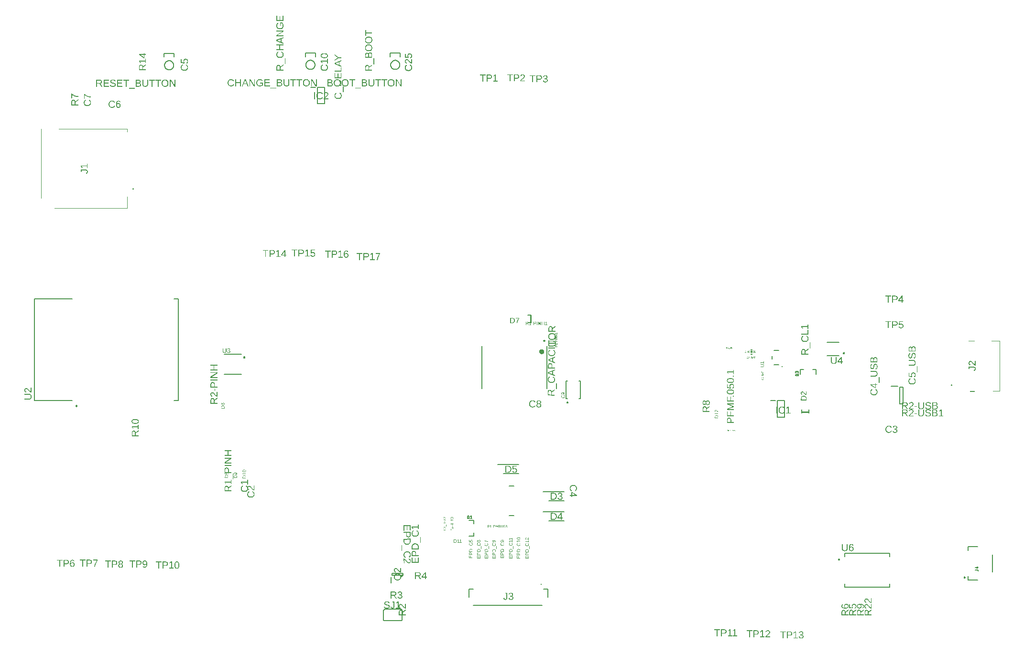
<source format=gbr>
G04 EAGLE Gerber RS-274X export*
G75*
%MOMM*%
%FSLAX34Y34*%
%LPD*%
%INSilkscreen Top*%
%IPPOS*%
%AMOC8*
5,1,8,0,0,1.08239X$1,22.5*%
G01*
G04 Define Apertures*
%ADD10C,0.200000*%
%ADD11C,0.150000*%
%ADD12C,0.250000*%
%ADD13C,0.100000*%
%ADD14C,0.203200*%
%ADD15C,0.127000*%
%ADD16C,0.152400*%
%ADD17C,0.254000*%
%ADD18R,0.300000X0.150000*%
%ADD19R,0.300000X0.300000*%
%ADD20C,0.400000*%
G36*
X1267050Y526809D02*
X1257332Y526809D01*
X1257332Y530023D01*
X1257352Y530622D01*
X1257410Y531187D01*
X1257506Y531716D01*
X1257642Y532210D01*
X1257816Y532669D01*
X1258029Y533092D01*
X1258280Y533480D01*
X1258570Y533833D01*
X1258896Y534148D01*
X1259255Y534420D01*
X1259646Y534651D01*
X1260069Y534839D01*
X1260526Y534986D01*
X1261015Y535091D01*
X1261537Y535154D01*
X1262091Y535175D01*
X1262461Y535166D01*
X1262819Y535138D01*
X1263166Y535092D01*
X1263501Y535028D01*
X1263824Y534946D01*
X1264135Y534845D01*
X1264435Y534726D01*
X1264722Y534588D01*
X1264996Y534434D01*
X1265253Y534265D01*
X1265494Y534080D01*
X1265718Y533880D01*
X1265926Y533664D01*
X1266117Y533434D01*
X1266292Y533188D01*
X1266450Y532926D01*
X1266591Y532652D01*
X1266713Y532368D01*
X1266816Y532073D01*
X1266900Y531768D01*
X1266966Y531452D01*
X1267013Y531126D01*
X1267041Y530790D01*
X1267050Y530443D01*
X1267050Y526809D01*
G37*
%LPC*%
G36*
X1265995Y528126D02*
X1265995Y530292D01*
X1265987Y530555D01*
X1265965Y530810D01*
X1265929Y531057D01*
X1265878Y531296D01*
X1265812Y531527D01*
X1265731Y531750D01*
X1265636Y531964D01*
X1265526Y532171D01*
X1265402Y532368D01*
X1265265Y532553D01*
X1265116Y532726D01*
X1264953Y532888D01*
X1264778Y533037D01*
X1264590Y533175D01*
X1264388Y533301D01*
X1264174Y533416D01*
X1263948Y533518D01*
X1263713Y533606D01*
X1263467Y533681D01*
X1263212Y533742D01*
X1262947Y533789D01*
X1262671Y533823D01*
X1262386Y533844D01*
X1262091Y533851D01*
X1261653Y533835D01*
X1261241Y533789D01*
X1260857Y533711D01*
X1260499Y533603D01*
X1260168Y533464D01*
X1259864Y533294D01*
X1259586Y533093D01*
X1259336Y532861D01*
X1259114Y532600D01*
X1258921Y532311D01*
X1258758Y531994D01*
X1258625Y531650D01*
X1258521Y531277D01*
X1258447Y530878D01*
X1258402Y530450D01*
X1258387Y529995D01*
X1258387Y528126D01*
X1265995Y528126D01*
G37*
%LPD*%
G36*
X1267050Y536548D02*
X1266174Y536548D01*
X1265782Y536733D01*
X1265415Y536938D01*
X1265070Y537163D01*
X1264750Y537407D01*
X1264162Y537926D01*
X1263633Y538472D01*
X1263151Y539028D01*
X1262705Y539579D01*
X1262277Y540101D01*
X1261850Y540569D01*
X1261633Y540779D01*
X1261412Y540968D01*
X1261185Y541136D01*
X1260953Y541283D01*
X1260711Y541402D01*
X1260453Y541487D01*
X1260180Y541538D01*
X1259891Y541555D01*
X1259697Y541548D01*
X1259513Y541526D01*
X1259341Y541489D01*
X1259181Y541438D01*
X1259031Y541372D01*
X1258893Y541291D01*
X1258765Y541196D01*
X1258650Y541086D01*
X1258546Y540963D01*
X1258456Y540829D01*
X1258381Y540683D01*
X1258318Y540526D01*
X1258270Y540357D01*
X1258236Y540177D01*
X1258215Y539985D01*
X1258208Y539783D01*
X1258215Y539589D01*
X1258235Y539403D01*
X1258269Y539227D01*
X1258316Y539059D01*
X1258376Y538900D01*
X1258451Y538750D01*
X1258639Y538476D01*
X1258752Y538354D01*
X1258876Y538245D01*
X1259011Y538150D01*
X1259157Y538068D01*
X1259314Y537999D01*
X1259482Y537943D01*
X1259660Y537901D01*
X1259850Y537872D01*
X1259732Y536603D01*
X1259448Y536649D01*
X1259179Y536717D01*
X1258925Y536807D01*
X1258686Y536919D01*
X1258461Y537054D01*
X1258252Y537212D01*
X1258057Y537391D01*
X1257877Y537593D01*
X1257715Y537813D01*
X1257575Y538049D01*
X1257457Y538300D01*
X1257360Y538566D01*
X1257284Y538847D01*
X1257230Y539144D01*
X1257198Y539456D01*
X1257187Y539783D01*
X1257198Y540139D01*
X1257231Y540475D01*
X1257285Y540789D01*
X1257361Y541082D01*
X1257458Y541354D01*
X1257577Y541604D01*
X1257718Y541833D01*
X1257881Y542041D01*
X1258063Y542226D01*
X1258264Y542387D01*
X1258482Y542523D01*
X1258719Y542634D01*
X1258975Y542720D01*
X1259248Y542782D01*
X1259540Y542819D01*
X1259850Y542831D01*
X1260132Y542815D01*
X1260413Y542766D01*
X1260694Y542686D01*
X1260974Y542572D01*
X1261253Y542427D01*
X1261532Y542251D01*
X1261812Y542043D01*
X1262091Y541803D01*
X1262409Y541490D01*
X1262803Y541060D01*
X1263822Y539852D01*
X1264439Y539139D01*
X1264723Y538844D01*
X1264991Y538589D01*
X1265249Y538371D01*
X1265503Y538186D01*
X1265751Y538033D01*
X1265995Y537913D01*
X1265995Y542983D01*
X1267050Y542983D01*
X1267050Y536548D01*
G37*
G36*
X1566730Y588902D02*
X1565618Y588902D01*
X1565120Y589138D01*
X1564653Y589398D01*
X1564216Y589683D01*
X1563809Y589993D01*
X1563426Y590319D01*
X1563062Y590653D01*
X1562717Y590995D01*
X1562390Y591346D01*
X1561778Y592052D01*
X1561212Y592752D01*
X1560669Y593414D01*
X1560126Y594008D01*
X1559851Y594275D01*
X1559570Y594515D01*
X1559282Y594728D01*
X1558987Y594915D01*
X1558680Y595066D01*
X1558352Y595174D01*
X1558005Y595239D01*
X1557639Y595261D01*
X1557392Y595252D01*
X1557159Y595224D01*
X1556941Y595177D01*
X1556737Y595112D01*
X1556547Y595028D01*
X1556371Y594926D01*
X1556209Y594805D01*
X1556062Y594665D01*
X1555931Y594509D01*
X1555817Y594338D01*
X1555721Y594153D01*
X1555642Y593954D01*
X1555580Y593739D01*
X1555537Y593511D01*
X1555510Y593268D01*
X1555502Y593010D01*
X1555510Y592764D01*
X1555536Y592528D01*
X1555579Y592304D01*
X1555638Y592091D01*
X1555715Y591889D01*
X1555809Y591699D01*
X1555921Y591519D01*
X1556049Y591350D01*
X1556193Y591195D01*
X1556350Y591058D01*
X1556522Y590937D01*
X1556707Y590832D01*
X1556906Y590745D01*
X1557119Y590674D01*
X1557346Y590621D01*
X1557586Y590584D01*
X1557437Y588972D01*
X1557077Y589030D01*
X1556735Y589116D01*
X1556412Y589231D01*
X1556108Y589374D01*
X1555823Y589545D01*
X1555557Y589745D01*
X1555310Y589973D01*
X1555081Y590229D01*
X1554876Y590509D01*
X1554698Y590808D01*
X1554547Y591127D01*
X1554424Y591465D01*
X1554328Y591822D01*
X1554260Y592199D01*
X1554219Y592595D01*
X1554205Y593010D01*
X1554219Y593463D01*
X1554260Y593889D01*
X1554329Y594288D01*
X1554425Y594660D01*
X1554549Y595005D01*
X1554700Y595323D01*
X1554879Y595614D01*
X1555086Y595878D01*
X1555317Y596113D01*
X1555572Y596317D01*
X1555850Y596489D01*
X1556151Y596630D01*
X1556475Y596740D01*
X1556822Y596818D01*
X1557193Y596865D01*
X1557586Y596881D01*
X1557945Y596861D01*
X1558302Y596799D01*
X1558658Y596696D01*
X1559014Y596553D01*
X1559368Y596369D01*
X1559723Y596144D01*
X1560078Y595880D01*
X1560433Y595576D01*
X1560836Y595178D01*
X1561337Y594632D01*
X1561935Y593939D01*
X1562631Y593097D01*
X1563033Y592620D01*
X1563414Y592193D01*
X1563775Y591818D01*
X1564116Y591495D01*
X1564443Y591218D01*
X1564765Y590982D01*
X1565080Y590789D01*
X1565390Y590636D01*
X1565390Y597074D01*
X1566730Y597074D01*
X1566730Y588902D01*
G37*
G36*
X1563665Y579312D02*
X1563393Y580949D01*
X1563640Y580995D01*
X1563873Y581053D01*
X1564092Y581123D01*
X1564297Y581206D01*
X1564489Y581300D01*
X1564666Y581408D01*
X1564829Y581527D01*
X1564978Y581659D01*
X1565112Y581801D01*
X1565227Y581952D01*
X1565325Y582112D01*
X1565405Y582281D01*
X1565468Y582458D01*
X1565512Y582644D01*
X1565539Y582839D01*
X1565548Y583043D01*
X1565538Y583264D01*
X1565508Y583474D01*
X1565460Y583672D01*
X1565391Y583857D01*
X1565303Y584031D01*
X1565195Y584192D01*
X1565068Y584342D01*
X1564921Y584479D01*
X1564756Y584602D01*
X1564572Y584709D01*
X1564370Y584799D01*
X1564150Y584873D01*
X1563911Y584931D01*
X1563654Y584972D01*
X1563380Y584996D01*
X1563086Y585005D01*
X1555756Y585005D01*
X1555756Y582631D01*
X1554389Y582631D01*
X1554389Y586669D01*
X1563051Y586669D01*
X1563488Y586654D01*
X1563901Y586608D01*
X1564290Y586532D01*
X1564655Y586426D01*
X1564996Y586289D01*
X1565314Y586122D01*
X1565607Y585924D01*
X1565876Y585697D01*
X1566117Y585442D01*
X1566326Y585166D01*
X1566503Y584866D01*
X1566648Y584545D01*
X1566760Y584201D01*
X1566841Y583834D01*
X1566889Y583445D01*
X1566905Y583034D01*
X1566893Y582652D01*
X1566855Y582290D01*
X1566791Y581948D01*
X1566703Y581625D01*
X1566589Y581323D01*
X1566449Y581041D01*
X1566285Y580778D01*
X1566095Y580536D01*
X1565880Y580313D01*
X1565639Y580110D01*
X1565373Y579927D01*
X1565082Y579764D01*
X1564766Y579621D01*
X1564424Y579498D01*
X1564057Y579395D01*
X1563665Y579312D01*
G37*
G36*
X1132425Y537837D02*
X1131655Y537853D01*
X1130935Y537902D01*
X1130265Y537983D01*
X1129644Y538097D01*
X1129074Y538243D01*
X1128553Y538421D01*
X1128082Y538632D01*
X1127661Y538875D01*
X1127289Y539153D01*
X1126967Y539469D01*
X1126695Y539823D01*
X1126472Y540214D01*
X1126298Y540643D01*
X1126230Y540871D01*
X1126174Y541109D01*
X1126131Y541357D01*
X1126100Y541613D01*
X1126082Y541880D01*
X1126075Y542155D01*
X1126082Y542423D01*
X1126100Y542683D01*
X1126132Y542933D01*
X1126175Y543174D01*
X1126232Y543407D01*
X1126301Y543630D01*
X1126476Y544050D01*
X1126701Y544435D01*
X1126977Y544784D01*
X1127302Y545097D01*
X1127678Y545374D01*
X1128103Y545617D01*
X1128576Y545828D01*
X1129097Y546006D01*
X1129666Y546152D01*
X1130284Y546266D01*
X1130949Y546347D01*
X1131663Y546396D01*
X1132425Y546412D01*
X1133175Y546395D01*
X1133880Y546344D01*
X1134538Y546258D01*
X1135151Y546139D01*
X1135719Y545986D01*
X1136240Y545798D01*
X1136716Y545577D01*
X1137146Y545321D01*
X1137528Y545033D01*
X1137859Y544711D01*
X1138139Y544358D01*
X1138368Y543971D01*
X1138546Y543553D01*
X1138673Y543102D01*
X1138718Y542864D01*
X1138750Y542618D01*
X1138769Y542365D01*
X1138775Y542103D01*
X1138769Y541841D01*
X1138750Y541587D01*
X1138718Y541342D01*
X1138674Y541105D01*
X1138547Y540655D01*
X1138370Y540239D01*
X1138142Y539856D01*
X1137864Y539506D01*
X1137535Y539189D01*
X1137155Y538906D01*
X1136727Y538655D01*
X1136252Y538438D01*
X1135730Y538255D01*
X1135162Y538104D01*
X1134548Y537987D01*
X1133887Y537904D01*
X1133179Y537854D01*
X1132425Y537837D01*
G37*
%LPC*%
G36*
X1132425Y539431D02*
X1133060Y539441D01*
X1133651Y539471D01*
X1134198Y539522D01*
X1134700Y539592D01*
X1135159Y539683D01*
X1135573Y539793D01*
X1135944Y539924D01*
X1136270Y540075D01*
X1136556Y540248D01*
X1136803Y540444D01*
X1137012Y540664D01*
X1137183Y540908D01*
X1137316Y541176D01*
X1137412Y541467D01*
X1137469Y541782D01*
X1137488Y542120D01*
X1137468Y542457D01*
X1137410Y542770D01*
X1137313Y543060D01*
X1137177Y543327D01*
X1137002Y543570D01*
X1136788Y543790D01*
X1136535Y543987D01*
X1136244Y544161D01*
X1135912Y544313D01*
X1135539Y544444D01*
X1135124Y544556D01*
X1134667Y544647D01*
X1134169Y544718D01*
X1133630Y544768D01*
X1133048Y544799D01*
X1132425Y544809D01*
X1131780Y544799D01*
X1131182Y544770D01*
X1130629Y544722D01*
X1130122Y544655D01*
X1129661Y544568D01*
X1129246Y544462D01*
X1128877Y544336D01*
X1128554Y544192D01*
X1128273Y544025D01*
X1128029Y543833D01*
X1127823Y543616D01*
X1127654Y543374D01*
X1127523Y543107D01*
X1127429Y542815D01*
X1127373Y542497D01*
X1127354Y542155D01*
X1127373Y541804D01*
X1127428Y541479D01*
X1127520Y541180D01*
X1127650Y540906D01*
X1127816Y540658D01*
X1128019Y540435D01*
X1128259Y540238D01*
X1128536Y540066D01*
X1128856Y539917D01*
X1129223Y539788D01*
X1129638Y539679D01*
X1130100Y539590D01*
X1130610Y539521D01*
X1131167Y539471D01*
X1131772Y539441D01*
X1132425Y539431D01*
G37*
%LPD*%
G36*
X1132425Y557775D02*
X1131655Y557791D01*
X1130935Y557840D01*
X1130265Y557921D01*
X1129644Y558034D01*
X1129074Y558180D01*
X1128553Y558358D01*
X1128082Y558569D01*
X1127661Y558813D01*
X1127289Y559091D01*
X1126967Y559407D01*
X1126695Y559760D01*
X1126472Y560152D01*
X1126298Y560580D01*
X1126230Y560809D01*
X1126174Y561047D01*
X1126131Y561294D01*
X1126100Y561551D01*
X1126082Y561817D01*
X1126075Y562093D01*
X1126082Y562361D01*
X1126100Y562620D01*
X1126132Y562870D01*
X1126175Y563112D01*
X1126232Y563344D01*
X1126301Y563568D01*
X1126476Y563988D01*
X1126701Y564372D01*
X1126977Y564721D01*
X1127302Y565034D01*
X1127678Y565311D01*
X1128103Y565555D01*
X1128576Y565765D01*
X1129097Y565944D01*
X1129666Y566090D01*
X1130284Y566203D01*
X1130949Y566284D01*
X1131663Y566333D01*
X1132425Y566349D01*
X1133175Y566332D01*
X1133880Y566281D01*
X1134538Y566196D01*
X1135151Y566077D01*
X1135719Y565923D01*
X1136240Y565736D01*
X1136716Y565514D01*
X1137146Y565259D01*
X1137528Y564970D01*
X1137859Y564649D01*
X1138139Y564295D01*
X1138368Y563909D01*
X1138546Y563490D01*
X1138673Y563039D01*
X1138718Y562802D01*
X1138750Y562556D01*
X1138769Y562302D01*
X1138775Y562040D01*
X1138769Y561778D01*
X1138750Y561525D01*
X1138718Y561279D01*
X1138674Y561042D01*
X1138547Y560593D01*
X1138370Y560177D01*
X1138142Y559794D01*
X1137864Y559444D01*
X1137535Y559127D01*
X1137155Y558843D01*
X1136727Y558593D01*
X1136252Y558376D01*
X1135730Y558192D01*
X1135162Y558042D01*
X1134548Y557925D01*
X1133887Y557841D01*
X1133179Y557791D01*
X1132425Y557775D01*
G37*
%LPC*%
G36*
X1132425Y559369D02*
X1133060Y559379D01*
X1133651Y559409D01*
X1134198Y559459D01*
X1134700Y559530D01*
X1135159Y559620D01*
X1135573Y559731D01*
X1135944Y559862D01*
X1136270Y560012D01*
X1136556Y560185D01*
X1136803Y560382D01*
X1137012Y560602D01*
X1137183Y560846D01*
X1137316Y561113D01*
X1137412Y561404D01*
X1137469Y561719D01*
X1137488Y562058D01*
X1137468Y562394D01*
X1137410Y562707D01*
X1137313Y562997D01*
X1137177Y563264D01*
X1137002Y563508D01*
X1136788Y563728D01*
X1136535Y563925D01*
X1136244Y564098D01*
X1135912Y564250D01*
X1135539Y564382D01*
X1135124Y564493D01*
X1134667Y564584D01*
X1134169Y564655D01*
X1133630Y564706D01*
X1133048Y564736D01*
X1132425Y564746D01*
X1131780Y564737D01*
X1131182Y564708D01*
X1130629Y564660D01*
X1130122Y564592D01*
X1129661Y564505D01*
X1129246Y564399D01*
X1128877Y564274D01*
X1128554Y564129D01*
X1128273Y563962D01*
X1128029Y563770D01*
X1127823Y563553D01*
X1127654Y563311D01*
X1127523Y563044D01*
X1127429Y562752D01*
X1127373Y562435D01*
X1127354Y562093D01*
X1127373Y561742D01*
X1127428Y561417D01*
X1127520Y561117D01*
X1127650Y560843D01*
X1127816Y560595D01*
X1128019Y560372D01*
X1128259Y560175D01*
X1128536Y560004D01*
X1128856Y559855D01*
X1129223Y559726D01*
X1129638Y559617D01*
X1130100Y559527D01*
X1130610Y559458D01*
X1131167Y559408D01*
X1131772Y559379D01*
X1132425Y559369D01*
G37*
%LPD*%
G36*
X1138600Y486795D02*
X1126259Y486795D01*
X1126259Y491989D01*
X1126274Y492494D01*
X1126320Y492969D01*
X1126396Y493414D01*
X1126502Y493831D01*
X1126639Y494218D01*
X1126806Y494576D01*
X1127004Y494904D01*
X1127231Y495204D01*
X1127487Y495471D01*
X1127767Y495702D01*
X1128073Y495897D01*
X1128403Y496058D01*
X1128758Y496182D01*
X1129138Y496271D01*
X1129543Y496324D01*
X1129973Y496342D01*
X1130400Y496324D01*
X1130804Y496271D01*
X1131186Y496182D01*
X1131545Y496057D01*
X1131882Y495896D01*
X1132196Y495699D01*
X1132488Y495467D01*
X1132758Y495199D01*
X1133000Y494901D01*
X1133210Y494577D01*
X1133388Y494227D01*
X1133533Y493852D01*
X1133646Y493451D01*
X1133727Y493024D01*
X1133775Y492572D01*
X1133792Y492094D01*
X1133792Y488468D01*
X1138600Y488468D01*
X1138600Y486795D01*
G37*
%LPC*%
G36*
X1132469Y488468D02*
X1132469Y491858D01*
X1132459Y492197D01*
X1132430Y492515D01*
X1132382Y492810D01*
X1132314Y493084D01*
X1132227Y493336D01*
X1132120Y493566D01*
X1131995Y493774D01*
X1131849Y493960D01*
X1131685Y494124D01*
X1131501Y494266D01*
X1131297Y494387D01*
X1131075Y494485D01*
X1130833Y494562D01*
X1130571Y494617D01*
X1130291Y494650D01*
X1129990Y494661D01*
X1129701Y494649D01*
X1129430Y494616D01*
X1129178Y494560D01*
X1128944Y494481D01*
X1128729Y494380D01*
X1128533Y494257D01*
X1128356Y494111D01*
X1128197Y493942D01*
X1128057Y493752D01*
X1127936Y493538D01*
X1127833Y493303D01*
X1127749Y493045D01*
X1127683Y492764D01*
X1127637Y492461D01*
X1127609Y492136D01*
X1127599Y491788D01*
X1127599Y488468D01*
X1132469Y488468D01*
G37*
%LPD*%
G36*
X1138600Y509733D02*
X1126259Y509733D01*
X1126259Y511931D01*
X1134816Y515216D01*
X1135352Y515388D01*
X1135924Y515553D01*
X1136778Y515768D01*
X1136337Y515876D01*
X1135714Y516061D01*
X1135133Y516248D01*
X1134816Y516363D01*
X1126259Y519586D01*
X1126259Y521732D01*
X1138600Y521732D01*
X1138600Y520226D01*
X1130367Y520226D01*
X1129027Y520245D01*
X1127739Y520304D01*
X1129136Y519897D01*
X1129707Y519710D01*
X1130192Y519534D01*
X1138600Y516346D01*
X1138600Y515172D01*
X1130192Y511940D01*
X1128703Y511450D01*
X1127739Y511161D01*
X1128712Y511187D01*
X1130367Y511222D01*
X1138600Y511222D01*
X1138600Y509733D01*
G37*
G36*
X1135841Y547823D02*
X1135657Y549418D01*
X1135879Y549486D01*
X1136086Y549567D01*
X1136279Y549660D01*
X1136458Y549765D01*
X1136622Y549883D01*
X1136773Y550012D01*
X1136909Y550154D01*
X1137030Y550309D01*
X1137137Y550475D01*
X1137230Y550654D01*
X1137309Y550845D01*
X1137373Y551048D01*
X1137423Y551264D01*
X1137459Y551492D01*
X1137481Y551732D01*
X1137488Y551984D01*
X1137476Y552293D01*
X1137440Y552584D01*
X1137380Y552859D01*
X1137296Y553116D01*
X1137188Y553356D01*
X1137057Y553578D01*
X1136901Y553784D01*
X1136721Y553972D01*
X1136521Y554140D01*
X1136302Y554286D01*
X1136066Y554410D01*
X1135812Y554511D01*
X1135539Y554589D01*
X1135249Y554645D01*
X1134941Y554679D01*
X1134615Y554690D01*
X1134331Y554679D01*
X1134060Y554645D01*
X1133804Y554589D01*
X1133562Y554510D01*
X1133333Y554408D01*
X1133119Y554284D01*
X1132918Y554137D01*
X1132732Y553968D01*
X1132563Y553779D01*
X1132418Y553575D01*
X1132294Y553355D01*
X1132193Y553119D01*
X1132115Y552868D01*
X1132058Y552600D01*
X1132025Y552317D01*
X1132014Y552019D01*
X1132026Y551705D01*
X1132064Y551401D01*
X1132127Y551109D01*
X1132215Y550828D01*
X1132333Y550552D01*
X1132487Y550276D01*
X1132675Y550000D01*
X1132898Y549724D01*
X1132898Y548183D01*
X1126259Y548594D01*
X1126259Y555610D01*
X1127599Y555610D01*
X1127599Y550031D01*
X1131514Y549794D01*
X1131330Y550058D01*
X1131170Y550338D01*
X1131034Y550633D01*
X1130923Y550944D01*
X1130837Y551270D01*
X1130775Y551612D01*
X1130738Y551970D01*
X1130726Y552343D01*
X1130743Y552787D01*
X1130793Y553207D01*
X1130876Y553605D01*
X1130993Y553980D01*
X1131143Y554331D01*
X1131327Y554659D01*
X1131544Y554964D01*
X1131795Y555246D01*
X1132072Y555500D01*
X1132369Y555720D01*
X1132687Y555905D01*
X1133025Y556058D01*
X1133383Y556176D01*
X1133762Y556260D01*
X1134161Y556311D01*
X1134580Y556328D01*
X1135055Y556310D01*
X1135504Y556255D01*
X1135928Y556165D01*
X1136325Y556038D01*
X1136696Y555875D01*
X1137042Y555675D01*
X1137361Y555439D01*
X1137654Y555167D01*
X1137917Y554863D01*
X1138145Y554531D01*
X1138337Y554171D01*
X1138495Y553783D01*
X1138618Y553366D01*
X1138705Y552922D01*
X1138758Y552449D01*
X1138775Y551949D01*
X1138763Y551528D01*
X1138728Y551128D01*
X1138669Y550748D01*
X1138587Y550390D01*
X1138481Y550052D01*
X1138352Y549735D01*
X1138199Y549439D01*
X1138022Y549164D01*
X1137823Y548911D01*
X1137603Y548682D01*
X1137362Y548478D01*
X1137100Y548299D01*
X1136817Y548143D01*
X1136513Y548012D01*
X1136187Y547906D01*
X1135841Y547823D01*
G37*
G36*
X1138600Y498764D02*
X1126259Y498764D01*
X1126259Y507531D01*
X1127626Y507531D01*
X1127626Y500437D01*
X1132215Y500437D01*
X1132215Y507321D01*
X1133599Y507321D01*
X1133599Y500437D01*
X1138600Y500437D01*
X1138600Y498764D01*
G37*
G36*
X1138600Y524670D02*
X1126259Y524670D01*
X1126259Y533438D01*
X1127626Y533438D01*
X1127626Y526343D01*
X1132215Y526343D01*
X1132215Y533228D01*
X1133599Y533228D01*
X1133599Y526343D01*
X1138600Y526343D01*
X1138600Y524670D01*
G37*
G36*
X1138600Y573378D02*
X1137260Y573378D01*
X1137260Y576522D01*
X1127766Y576522D01*
X1129754Y573737D01*
X1128265Y573737D01*
X1126259Y576654D01*
X1126259Y578107D01*
X1137260Y578107D01*
X1137260Y581112D01*
X1138600Y581112D01*
X1138600Y573378D01*
G37*
G36*
X1138600Y533806D02*
X1136682Y533806D01*
X1136682Y535514D01*
X1138600Y535514D01*
X1138600Y533806D01*
G37*
G36*
X1138600Y568681D02*
X1136682Y568681D01*
X1136682Y570389D01*
X1138600Y570389D01*
X1138600Y568681D01*
G37*
G36*
X1494875Y498650D02*
X1489865Y498650D01*
X1489865Y510991D01*
X1494350Y510991D01*
X1494876Y510979D01*
X1495368Y510944D01*
X1495826Y510885D01*
X1496250Y510804D01*
X1496640Y510698D01*
X1496997Y510570D01*
X1497319Y510417D01*
X1497608Y510242D01*
X1497862Y510043D01*
X1498083Y509821D01*
X1498270Y509575D01*
X1498422Y509306D01*
X1498541Y509013D01*
X1498626Y508697D01*
X1498677Y508358D01*
X1498694Y507995D01*
X1498684Y507727D01*
X1498655Y507470D01*
X1498608Y507224D01*
X1498541Y506988D01*
X1498454Y506764D01*
X1498349Y506550D01*
X1498224Y506348D01*
X1498081Y506156D01*
X1497919Y505978D01*
X1497820Y505886D01*
X1497742Y505814D01*
X1497549Y505667D01*
X1497341Y505534D01*
X1497116Y505417D01*
X1496875Y505315D01*
X1496619Y505229D01*
X1496347Y505158D01*
X1496704Y505104D01*
X1497040Y505030D01*
X1497355Y504937D01*
X1497649Y504824D01*
X1497922Y504691D01*
X1498174Y504538D01*
X1498405Y504365D01*
X1498502Y504276D01*
X1498615Y504172D01*
X1498802Y503963D01*
X1498964Y503741D01*
X1499101Y503505D01*
X1499213Y503256D01*
X1499300Y502994D01*
X1499362Y502718D01*
X1499400Y502429D01*
X1499412Y502127D01*
X1499393Y501727D01*
X1499337Y501350D01*
X1499243Y500995D01*
X1499112Y500663D01*
X1498943Y500355D01*
X1498737Y500069D01*
X1498493Y499806D01*
X1498212Y499565D01*
X1497897Y499351D01*
X1497554Y499165D01*
X1497180Y499008D01*
X1496778Y498879D01*
X1496346Y498779D01*
X1495885Y498707D01*
X1495395Y498664D01*
X1494875Y498650D01*
G37*
%LPC*%
G36*
X1494787Y499990D02*
X1495158Y499999D01*
X1495502Y500026D01*
X1495820Y500070D01*
X1496112Y500132D01*
X1496378Y500212D01*
X1496619Y500310D01*
X1496833Y500426D01*
X1497021Y500559D01*
X1497185Y500710D01*
X1497327Y500879D01*
X1497448Y501065D01*
X1497546Y501269D01*
X1497623Y501490D01*
X1497678Y501729D01*
X1497711Y501985D01*
X1497722Y502259D01*
X1497710Y502523D01*
X1497674Y502770D01*
X1497614Y503000D01*
X1497530Y503213D01*
X1497422Y503409D01*
X1497291Y503587D01*
X1497135Y503749D01*
X1496955Y503894D01*
X1496752Y504022D01*
X1496524Y504133D01*
X1496273Y504226D01*
X1495997Y504303D01*
X1495698Y504363D01*
X1495375Y504405D01*
X1495027Y504431D01*
X1494656Y504439D01*
X1491538Y504439D01*
X1491538Y499990D01*
X1494787Y499990D01*
G37*
G36*
X1494350Y505744D02*
X1494674Y505752D01*
X1494977Y505776D01*
X1495259Y505815D01*
X1495520Y505870D01*
X1495759Y505941D01*
X1495978Y506028D01*
X1496175Y506130D01*
X1496351Y506248D01*
X1496506Y506382D01*
X1496640Y506534D01*
X1496754Y506701D01*
X1496847Y506886D01*
X1496919Y507088D01*
X1496971Y507306D01*
X1497002Y507542D01*
X1497012Y507794D01*
X1497001Y508035D01*
X1496969Y508258D01*
X1496916Y508463D01*
X1496841Y508650D01*
X1496745Y508820D01*
X1496628Y508971D01*
X1496489Y509105D01*
X1496329Y509222D01*
X1496149Y509322D01*
X1495949Y509409D01*
X1495730Y509483D01*
X1495493Y509543D01*
X1495236Y509590D01*
X1494959Y509624D01*
X1494664Y509644D01*
X1494350Y509651D01*
X1491538Y509651D01*
X1491538Y505744D01*
X1494350Y505744D01*
G37*
%LPD*%
G36*
X1437694Y498650D02*
X1436021Y498650D01*
X1436021Y510991D01*
X1441828Y510991D01*
X1442335Y510976D01*
X1442811Y510932D01*
X1443258Y510860D01*
X1443675Y510758D01*
X1444063Y510626D01*
X1444421Y510466D01*
X1444749Y510277D01*
X1445047Y510058D01*
X1445313Y509813D01*
X1445543Y509546D01*
X1445738Y509256D01*
X1445898Y508942D01*
X1446022Y508606D01*
X1446110Y508247D01*
X1446164Y507866D01*
X1446181Y507461D01*
X1446169Y507124D01*
X1446131Y506801D01*
X1446069Y506491D01*
X1445981Y506195D01*
X1445868Y505913D01*
X1445731Y505645D01*
X1445568Y505390D01*
X1445380Y505149D01*
X1445170Y504925D01*
X1444941Y504724D01*
X1444693Y504543D01*
X1444582Y504477D01*
X1444426Y504385D01*
X1444140Y504248D01*
X1443835Y504132D01*
X1443511Y504039D01*
X1443168Y503966D01*
X1444660Y501703D01*
X1446672Y498650D01*
X1444745Y498650D01*
X1441539Y503774D01*
X1437694Y503774D01*
X1437694Y498650D01*
G37*
%LPC*%
G36*
X1441732Y505096D02*
X1442053Y505106D01*
X1442356Y505135D01*
X1442640Y505183D01*
X1442905Y505251D01*
X1443151Y505337D01*
X1443378Y505444D01*
X1443587Y505569D01*
X1443777Y505714D01*
X1443946Y505876D01*
X1444093Y506053D01*
X1444217Y506246D01*
X1444319Y506455D01*
X1444398Y506679D01*
X1444455Y506918D01*
X1444488Y507173D01*
X1444500Y507444D01*
X1444488Y507705D01*
X1444454Y507950D01*
X1444397Y508180D01*
X1444317Y508393D01*
X1444214Y508590D01*
X1444088Y508771D01*
X1443940Y508937D01*
X1443768Y509086D01*
X1443575Y509218D01*
X1443362Y509333D01*
X1443129Y509430D01*
X1442876Y509510D01*
X1442603Y509571D01*
X1442309Y509615D01*
X1441996Y509642D01*
X1441662Y509651D01*
X1437694Y509651D01*
X1437694Y505096D01*
X1441732Y505096D01*
G37*
%LPD*%
G36*
X1482468Y498475D02*
X1481919Y498487D01*
X1481400Y498524D01*
X1480910Y498585D01*
X1480450Y498671D01*
X1480020Y498781D01*
X1479619Y498916D01*
X1479247Y499075D01*
X1478906Y499259D01*
X1478594Y499467D01*
X1478312Y499700D01*
X1478059Y499957D01*
X1477836Y500239D01*
X1477642Y500545D01*
X1477478Y500875D01*
X1477344Y501231D01*
X1477240Y501610D01*
X1478860Y501934D01*
X1478940Y501666D01*
X1479039Y501415D01*
X1479159Y501183D01*
X1479298Y500970D01*
X1479457Y500775D01*
X1479635Y500599D01*
X1479833Y500441D01*
X1480051Y500301D01*
X1480289Y500179D01*
X1480548Y500073D01*
X1480827Y499983D01*
X1481126Y499910D01*
X1481446Y499853D01*
X1481787Y499812D01*
X1482148Y499788D01*
X1482530Y499780D01*
X1482923Y499789D01*
X1483294Y499815D01*
X1483641Y499858D01*
X1483965Y499919D01*
X1484266Y499997D01*
X1484544Y500093D01*
X1484799Y500206D01*
X1485030Y500336D01*
X1485237Y500483D01*
X1485415Y500647D01*
X1485567Y500826D01*
X1485690Y501022D01*
X1485787Y501235D01*
X1485855Y501463D01*
X1485897Y501708D01*
X1485911Y501969D01*
X1485893Y502257D01*
X1485842Y502517D01*
X1485755Y502748D01*
X1485635Y502950D01*
X1485483Y503131D01*
X1485303Y503294D01*
X1485095Y503441D01*
X1484859Y503572D01*
X1484598Y503690D01*
X1484312Y503798D01*
X1484002Y503896D01*
X1483668Y503984D01*
X1482136Y504343D01*
X1481448Y504505D01*
X1480849Y504667D01*
X1480338Y504829D01*
X1479915Y504991D01*
X1479556Y505158D01*
X1479238Y505334D01*
X1478959Y505519D01*
X1478720Y505714D01*
X1478514Y505922D01*
X1478333Y506146D01*
X1478179Y506388D01*
X1478050Y506647D01*
X1477948Y506924D01*
X1477876Y507220D01*
X1477832Y507537D01*
X1477818Y507873D01*
X1477837Y508258D01*
X1477893Y508620D01*
X1477988Y508959D01*
X1478121Y509276D01*
X1478291Y509570D01*
X1478500Y509842D01*
X1478746Y510090D01*
X1479031Y510316D01*
X1479350Y510518D01*
X1479703Y510692D01*
X1480088Y510839D01*
X1480505Y510960D01*
X1480956Y511054D01*
X1481439Y511121D01*
X1481955Y511161D01*
X1482503Y511175D01*
X1483013Y511165D01*
X1483493Y511134D01*
X1483941Y511084D01*
X1484358Y511014D01*
X1484744Y510923D01*
X1485100Y510813D01*
X1485424Y510682D01*
X1485718Y510531D01*
X1485985Y510356D01*
X1486232Y510152D01*
X1486458Y509921D01*
X1486664Y509661D01*
X1486848Y509372D01*
X1487012Y509055D01*
X1487155Y508710D01*
X1487277Y508337D01*
X1485630Y508048D01*
X1485555Y508285D01*
X1485464Y508505D01*
X1485358Y508708D01*
X1485236Y508894D01*
X1485099Y509064D01*
X1484947Y509216D01*
X1484780Y509352D01*
X1484597Y509471D01*
X1484397Y509575D01*
X1484179Y509665D01*
X1483943Y509741D01*
X1483688Y509803D01*
X1483415Y509851D01*
X1483124Y509886D01*
X1482814Y509907D01*
X1482486Y509913D01*
X1482127Y509906D01*
X1481790Y509883D01*
X1481474Y509845D01*
X1481181Y509791D01*
X1480909Y509722D01*
X1480660Y509638D01*
X1480432Y509538D01*
X1480226Y509423D01*
X1480044Y509293D01*
X1479885Y509148D01*
X1479751Y508987D01*
X1479642Y508812D01*
X1479556Y508622D01*
X1479495Y508416D01*
X1479459Y508196D01*
X1479447Y507960D01*
X1479466Y507688D01*
X1479522Y507440D01*
X1479617Y507217D01*
X1479749Y507019D01*
X1479917Y506840D01*
X1480118Y506675D01*
X1480352Y506524D01*
X1480620Y506388D01*
X1480976Y506252D01*
X1481472Y506100D01*
X1482110Y505934D01*
X1482889Y505753D01*
X1484023Y505486D01*
X1484576Y505337D01*
X1485105Y505162D01*
X1485605Y504957D01*
X1486073Y504720D01*
X1486291Y504586D01*
X1486494Y504437D01*
X1486683Y504275D01*
X1486856Y504098D01*
X1487014Y503906D01*
X1487153Y503697D01*
X1487274Y503472D01*
X1487378Y503231D01*
X1487460Y502970D01*
X1487519Y502688D01*
X1487554Y502383D01*
X1487566Y502057D01*
X1487545Y501642D01*
X1487482Y501251D01*
X1487378Y500885D01*
X1487232Y500542D01*
X1487044Y500223D01*
X1486815Y499929D01*
X1486543Y499658D01*
X1486230Y499412D01*
X1485879Y499192D01*
X1485494Y499002D01*
X1485075Y498841D01*
X1484622Y498709D01*
X1484135Y498607D01*
X1483613Y498533D01*
X1483058Y498490D01*
X1482468Y498475D01*
G37*
G36*
X1469859Y498475D02*
X1469486Y498483D01*
X1469125Y498509D01*
X1468777Y498552D01*
X1468440Y498613D01*
X1468115Y498690D01*
X1467803Y498785D01*
X1467502Y498897D01*
X1467214Y499027D01*
X1466939Y499172D01*
X1466680Y499334D01*
X1466438Y499511D01*
X1466211Y499703D01*
X1466000Y499911D01*
X1465805Y500135D01*
X1465625Y500374D01*
X1465462Y500629D01*
X1465316Y500898D01*
X1465190Y501180D01*
X1465083Y501474D01*
X1464996Y501781D01*
X1464928Y502101D01*
X1464879Y502433D01*
X1464850Y502777D01*
X1464840Y503134D01*
X1464840Y510991D01*
X1466513Y510991D01*
X1466513Y503275D01*
X1466526Y502865D01*
X1466567Y502480D01*
X1466634Y502121D01*
X1466728Y501788D01*
X1466848Y501480D01*
X1466996Y501197D01*
X1467170Y500940D01*
X1467371Y500708D01*
X1467598Y500503D01*
X1467848Y500325D01*
X1468122Y500175D01*
X1468420Y500051D01*
X1468742Y499956D01*
X1469087Y499887D01*
X1469457Y499846D01*
X1469850Y499832D01*
X1470254Y499847D01*
X1470636Y499889D01*
X1470994Y499960D01*
X1471329Y500059D01*
X1471641Y500187D01*
X1471930Y500342D01*
X1472196Y500526D01*
X1472438Y500739D01*
X1472655Y500979D01*
X1472842Y501244D01*
X1473001Y501536D01*
X1473131Y501855D01*
X1473232Y502199D01*
X1473304Y502569D01*
X1473348Y502966D01*
X1473362Y503388D01*
X1473362Y510991D01*
X1475026Y510991D01*
X1475026Y503292D01*
X1475016Y502924D01*
X1474987Y502569D01*
X1474937Y502227D01*
X1474868Y501897D01*
X1474778Y501581D01*
X1474669Y501277D01*
X1474540Y500986D01*
X1474391Y500708D01*
X1474224Y500445D01*
X1474041Y500197D01*
X1473841Y499966D01*
X1473625Y499750D01*
X1473392Y499551D01*
X1473143Y499367D01*
X1472878Y499200D01*
X1472596Y499049D01*
X1472299Y498914D01*
X1471990Y498798D01*
X1471667Y498699D01*
X1471331Y498618D01*
X1470983Y498556D01*
X1470621Y498511D01*
X1470246Y498484D01*
X1469859Y498475D01*
G37*
G36*
X1456593Y498650D02*
X1448421Y498650D01*
X1448421Y499762D01*
X1448657Y500260D01*
X1448917Y500727D01*
X1449202Y501164D01*
X1449511Y501571D01*
X1449837Y501954D01*
X1450171Y502318D01*
X1450514Y502663D01*
X1450865Y502990D01*
X1451571Y503602D01*
X1452270Y504168D01*
X1452933Y504711D01*
X1453527Y505254D01*
X1453794Y505529D01*
X1454034Y505810D01*
X1454247Y506098D01*
X1454434Y506393D01*
X1454585Y506700D01*
X1454693Y507028D01*
X1454758Y507375D01*
X1454780Y507741D01*
X1454770Y507988D01*
X1454742Y508221D01*
X1454696Y508439D01*
X1454631Y508643D01*
X1454547Y508833D01*
X1454445Y509009D01*
X1454324Y509171D01*
X1454184Y509318D01*
X1454028Y509449D01*
X1453857Y509563D01*
X1453672Y509659D01*
X1453472Y509738D01*
X1453258Y509800D01*
X1453030Y509843D01*
X1452786Y509870D01*
X1452529Y509878D01*
X1452282Y509870D01*
X1452047Y509844D01*
X1451823Y509801D01*
X1451610Y509742D01*
X1451408Y509665D01*
X1451217Y509571D01*
X1451038Y509459D01*
X1450869Y509331D01*
X1450714Y509187D01*
X1450576Y509030D01*
X1450455Y508858D01*
X1450351Y508673D01*
X1450264Y508474D01*
X1450193Y508261D01*
X1450139Y508034D01*
X1450103Y507794D01*
X1448491Y507943D01*
X1448549Y508303D01*
X1448635Y508645D01*
X1448750Y508968D01*
X1448893Y509272D01*
X1449064Y509557D01*
X1449264Y509823D01*
X1449492Y510070D01*
X1449748Y510299D01*
X1450028Y510504D01*
X1450327Y510682D01*
X1450646Y510833D01*
X1450984Y510956D01*
X1451341Y511052D01*
X1451718Y511120D01*
X1452113Y511161D01*
X1452529Y511175D01*
X1452982Y511161D01*
X1453408Y511120D01*
X1453806Y511051D01*
X1454179Y510955D01*
X1454524Y510831D01*
X1454842Y510680D01*
X1455133Y510501D01*
X1455397Y510294D01*
X1455632Y510063D01*
X1455836Y509808D01*
X1456008Y509530D01*
X1456149Y509229D01*
X1456259Y508905D01*
X1456337Y508558D01*
X1456384Y508187D01*
X1456400Y507794D01*
X1456379Y507435D01*
X1456318Y507078D01*
X1456215Y506722D01*
X1456071Y506366D01*
X1455887Y506012D01*
X1455663Y505657D01*
X1455399Y505302D01*
X1455095Y504947D01*
X1454697Y504544D01*
X1454151Y504043D01*
X1453458Y503445D01*
X1452616Y502749D01*
X1452138Y502347D01*
X1451712Y501966D01*
X1451337Y501605D01*
X1451013Y501264D01*
X1450736Y500937D01*
X1450501Y500615D01*
X1450307Y500300D01*
X1450155Y499990D01*
X1456593Y499990D01*
X1456593Y498650D01*
G37*
G36*
X1509463Y498650D02*
X1501729Y498650D01*
X1501729Y499990D01*
X1504873Y499990D01*
X1504873Y509484D01*
X1502088Y507496D01*
X1502088Y508985D01*
X1505005Y510991D01*
X1506458Y510991D01*
X1506458Y499990D01*
X1509463Y499990D01*
X1509463Y498650D01*
G37*
G36*
X1462664Y502714D02*
X1458285Y502714D01*
X1458285Y504115D01*
X1462664Y504115D01*
X1462664Y502714D01*
G37*
G36*
X1494875Y498650D02*
X1489865Y498650D01*
X1489865Y510991D01*
X1494350Y510991D01*
X1494876Y510979D01*
X1495368Y510944D01*
X1495826Y510885D01*
X1496250Y510804D01*
X1496640Y510698D01*
X1496997Y510570D01*
X1497319Y510417D01*
X1497608Y510242D01*
X1497862Y510043D01*
X1498083Y509821D01*
X1498270Y509575D01*
X1498422Y509306D01*
X1498541Y509013D01*
X1498626Y508697D01*
X1498677Y508358D01*
X1498694Y507995D01*
X1498684Y507727D01*
X1498655Y507470D01*
X1498608Y507224D01*
X1498541Y506988D01*
X1498454Y506764D01*
X1498349Y506550D01*
X1498224Y506348D01*
X1498081Y506156D01*
X1497919Y505978D01*
X1497820Y505886D01*
X1497742Y505814D01*
X1497549Y505667D01*
X1497341Y505534D01*
X1497116Y505417D01*
X1496875Y505315D01*
X1496619Y505229D01*
X1496347Y505158D01*
X1496704Y505104D01*
X1497040Y505030D01*
X1497355Y504937D01*
X1497649Y504824D01*
X1497922Y504691D01*
X1498174Y504538D01*
X1498405Y504365D01*
X1498502Y504276D01*
X1498615Y504172D01*
X1498802Y503963D01*
X1498964Y503741D01*
X1499101Y503505D01*
X1499213Y503256D01*
X1499300Y502994D01*
X1499362Y502718D01*
X1499400Y502429D01*
X1499412Y502127D01*
X1499393Y501727D01*
X1499337Y501350D01*
X1499243Y500995D01*
X1499112Y500663D01*
X1498943Y500355D01*
X1498737Y500069D01*
X1498493Y499806D01*
X1498212Y499565D01*
X1497897Y499351D01*
X1497554Y499165D01*
X1497180Y499008D01*
X1496778Y498879D01*
X1496346Y498779D01*
X1495885Y498707D01*
X1495395Y498664D01*
X1494875Y498650D01*
G37*
%LPC*%
G36*
X1494787Y499990D02*
X1495158Y499999D01*
X1495502Y500026D01*
X1495820Y500070D01*
X1496112Y500132D01*
X1496378Y500212D01*
X1496619Y500310D01*
X1496833Y500426D01*
X1497021Y500559D01*
X1497185Y500710D01*
X1497327Y500879D01*
X1497448Y501065D01*
X1497546Y501269D01*
X1497623Y501490D01*
X1497678Y501729D01*
X1497711Y501985D01*
X1497722Y502259D01*
X1497710Y502523D01*
X1497674Y502770D01*
X1497614Y503000D01*
X1497530Y503213D01*
X1497422Y503409D01*
X1497291Y503587D01*
X1497135Y503749D01*
X1496955Y503894D01*
X1496752Y504022D01*
X1496524Y504133D01*
X1496273Y504226D01*
X1495997Y504303D01*
X1495698Y504363D01*
X1495375Y504405D01*
X1495027Y504431D01*
X1494656Y504439D01*
X1491538Y504439D01*
X1491538Y499990D01*
X1494787Y499990D01*
G37*
G36*
X1494350Y505744D02*
X1494674Y505752D01*
X1494977Y505776D01*
X1495259Y505815D01*
X1495520Y505870D01*
X1495759Y505941D01*
X1495978Y506028D01*
X1496175Y506130D01*
X1496351Y506248D01*
X1496506Y506382D01*
X1496640Y506534D01*
X1496754Y506701D01*
X1496847Y506886D01*
X1496919Y507088D01*
X1496971Y507306D01*
X1497002Y507542D01*
X1497012Y507794D01*
X1497001Y508035D01*
X1496969Y508258D01*
X1496916Y508463D01*
X1496841Y508650D01*
X1496745Y508820D01*
X1496628Y508971D01*
X1496489Y509105D01*
X1496329Y509222D01*
X1496149Y509322D01*
X1495949Y509409D01*
X1495730Y509483D01*
X1495493Y509543D01*
X1495236Y509590D01*
X1494959Y509624D01*
X1494664Y509644D01*
X1494350Y509651D01*
X1491538Y509651D01*
X1491538Y505744D01*
X1494350Y505744D01*
G37*
%LPD*%
G36*
X1437694Y498650D02*
X1436021Y498650D01*
X1436021Y510991D01*
X1441828Y510991D01*
X1442335Y510976D01*
X1442811Y510932D01*
X1443258Y510860D01*
X1443675Y510758D01*
X1444063Y510626D01*
X1444421Y510466D01*
X1444749Y510277D01*
X1445047Y510058D01*
X1445313Y509813D01*
X1445543Y509546D01*
X1445738Y509256D01*
X1445898Y508942D01*
X1446022Y508606D01*
X1446110Y508247D01*
X1446164Y507866D01*
X1446181Y507461D01*
X1446169Y507124D01*
X1446131Y506801D01*
X1446069Y506491D01*
X1445981Y506195D01*
X1445868Y505913D01*
X1445731Y505645D01*
X1445568Y505390D01*
X1445380Y505149D01*
X1445170Y504925D01*
X1444941Y504724D01*
X1444693Y504543D01*
X1444582Y504477D01*
X1444426Y504385D01*
X1444140Y504248D01*
X1443835Y504132D01*
X1443511Y504039D01*
X1443168Y503966D01*
X1444660Y501703D01*
X1446672Y498650D01*
X1444745Y498650D01*
X1441539Y503774D01*
X1437694Y503774D01*
X1437694Y498650D01*
G37*
%LPC*%
G36*
X1441732Y505096D02*
X1442053Y505106D01*
X1442356Y505135D01*
X1442640Y505183D01*
X1442905Y505251D01*
X1443151Y505337D01*
X1443378Y505444D01*
X1443587Y505569D01*
X1443777Y505714D01*
X1443946Y505876D01*
X1444093Y506053D01*
X1444217Y506246D01*
X1444319Y506455D01*
X1444398Y506679D01*
X1444455Y506918D01*
X1444488Y507173D01*
X1444500Y507444D01*
X1444488Y507705D01*
X1444454Y507950D01*
X1444397Y508180D01*
X1444317Y508393D01*
X1444214Y508590D01*
X1444088Y508771D01*
X1443940Y508937D01*
X1443768Y509086D01*
X1443575Y509218D01*
X1443362Y509333D01*
X1443129Y509430D01*
X1442876Y509510D01*
X1442603Y509571D01*
X1442309Y509615D01*
X1441996Y509642D01*
X1441662Y509651D01*
X1437694Y509651D01*
X1437694Y505096D01*
X1441732Y505096D01*
G37*
%LPD*%
G36*
X1482468Y498475D02*
X1481919Y498487D01*
X1481400Y498524D01*
X1480910Y498585D01*
X1480450Y498671D01*
X1480020Y498781D01*
X1479619Y498916D01*
X1479247Y499075D01*
X1478906Y499259D01*
X1478594Y499467D01*
X1478312Y499700D01*
X1478059Y499957D01*
X1477836Y500239D01*
X1477642Y500545D01*
X1477478Y500875D01*
X1477344Y501231D01*
X1477240Y501610D01*
X1478860Y501934D01*
X1478940Y501666D01*
X1479039Y501415D01*
X1479159Y501183D01*
X1479298Y500970D01*
X1479457Y500775D01*
X1479635Y500599D01*
X1479833Y500441D01*
X1480051Y500301D01*
X1480289Y500179D01*
X1480548Y500073D01*
X1480827Y499983D01*
X1481126Y499910D01*
X1481446Y499853D01*
X1481787Y499812D01*
X1482148Y499788D01*
X1482530Y499780D01*
X1482923Y499789D01*
X1483294Y499815D01*
X1483641Y499858D01*
X1483965Y499919D01*
X1484266Y499997D01*
X1484544Y500093D01*
X1484799Y500206D01*
X1485030Y500336D01*
X1485237Y500483D01*
X1485415Y500647D01*
X1485567Y500826D01*
X1485690Y501022D01*
X1485787Y501235D01*
X1485855Y501463D01*
X1485897Y501708D01*
X1485911Y501969D01*
X1485893Y502257D01*
X1485842Y502517D01*
X1485755Y502748D01*
X1485635Y502950D01*
X1485483Y503131D01*
X1485303Y503294D01*
X1485095Y503441D01*
X1484859Y503572D01*
X1484598Y503690D01*
X1484312Y503798D01*
X1484002Y503896D01*
X1483668Y503984D01*
X1482136Y504343D01*
X1481448Y504505D01*
X1480849Y504667D01*
X1480338Y504829D01*
X1479915Y504991D01*
X1479556Y505158D01*
X1479238Y505334D01*
X1478959Y505519D01*
X1478720Y505714D01*
X1478514Y505922D01*
X1478333Y506146D01*
X1478179Y506388D01*
X1478050Y506647D01*
X1477948Y506924D01*
X1477876Y507220D01*
X1477832Y507537D01*
X1477818Y507873D01*
X1477837Y508258D01*
X1477893Y508620D01*
X1477988Y508959D01*
X1478121Y509276D01*
X1478291Y509570D01*
X1478500Y509842D01*
X1478746Y510090D01*
X1479031Y510316D01*
X1479350Y510518D01*
X1479703Y510692D01*
X1480088Y510839D01*
X1480505Y510960D01*
X1480956Y511054D01*
X1481439Y511121D01*
X1481955Y511161D01*
X1482503Y511175D01*
X1483013Y511165D01*
X1483493Y511134D01*
X1483941Y511084D01*
X1484358Y511014D01*
X1484744Y510923D01*
X1485100Y510813D01*
X1485424Y510682D01*
X1485718Y510531D01*
X1485985Y510356D01*
X1486232Y510152D01*
X1486458Y509921D01*
X1486664Y509661D01*
X1486848Y509372D01*
X1487012Y509055D01*
X1487155Y508710D01*
X1487277Y508337D01*
X1485630Y508048D01*
X1485555Y508285D01*
X1485464Y508505D01*
X1485358Y508708D01*
X1485236Y508894D01*
X1485099Y509064D01*
X1484947Y509216D01*
X1484780Y509352D01*
X1484597Y509471D01*
X1484397Y509575D01*
X1484179Y509665D01*
X1483943Y509741D01*
X1483688Y509803D01*
X1483415Y509851D01*
X1483124Y509886D01*
X1482814Y509907D01*
X1482486Y509913D01*
X1482127Y509906D01*
X1481790Y509883D01*
X1481474Y509845D01*
X1481181Y509791D01*
X1480909Y509722D01*
X1480660Y509638D01*
X1480432Y509538D01*
X1480226Y509423D01*
X1480044Y509293D01*
X1479885Y509148D01*
X1479751Y508987D01*
X1479642Y508812D01*
X1479556Y508622D01*
X1479495Y508416D01*
X1479459Y508196D01*
X1479447Y507960D01*
X1479466Y507688D01*
X1479522Y507440D01*
X1479617Y507217D01*
X1479749Y507019D01*
X1479917Y506840D01*
X1480118Y506675D01*
X1480352Y506524D01*
X1480620Y506388D01*
X1480976Y506252D01*
X1481472Y506100D01*
X1482110Y505934D01*
X1482889Y505753D01*
X1484023Y505486D01*
X1484576Y505337D01*
X1485105Y505162D01*
X1485605Y504957D01*
X1486073Y504720D01*
X1486291Y504586D01*
X1486494Y504437D01*
X1486683Y504275D01*
X1486856Y504098D01*
X1487014Y503906D01*
X1487153Y503697D01*
X1487274Y503472D01*
X1487378Y503231D01*
X1487460Y502970D01*
X1487519Y502688D01*
X1487554Y502383D01*
X1487566Y502057D01*
X1487545Y501642D01*
X1487482Y501251D01*
X1487378Y500885D01*
X1487232Y500542D01*
X1487044Y500223D01*
X1486815Y499929D01*
X1486543Y499658D01*
X1486230Y499412D01*
X1485879Y499192D01*
X1485494Y499002D01*
X1485075Y498841D01*
X1484622Y498709D01*
X1484135Y498607D01*
X1483613Y498533D01*
X1483058Y498490D01*
X1482468Y498475D01*
G37*
G36*
X1469859Y498475D02*
X1469486Y498483D01*
X1469125Y498509D01*
X1468777Y498552D01*
X1468440Y498613D01*
X1468115Y498690D01*
X1467803Y498785D01*
X1467502Y498897D01*
X1467214Y499027D01*
X1466939Y499172D01*
X1466680Y499334D01*
X1466438Y499511D01*
X1466211Y499703D01*
X1466000Y499911D01*
X1465805Y500135D01*
X1465625Y500374D01*
X1465462Y500629D01*
X1465316Y500898D01*
X1465190Y501180D01*
X1465083Y501474D01*
X1464996Y501781D01*
X1464928Y502101D01*
X1464879Y502433D01*
X1464850Y502777D01*
X1464840Y503134D01*
X1464840Y510991D01*
X1466513Y510991D01*
X1466513Y503275D01*
X1466526Y502865D01*
X1466567Y502480D01*
X1466634Y502121D01*
X1466728Y501788D01*
X1466848Y501480D01*
X1466996Y501197D01*
X1467170Y500940D01*
X1467371Y500708D01*
X1467598Y500503D01*
X1467848Y500325D01*
X1468122Y500175D01*
X1468420Y500051D01*
X1468742Y499956D01*
X1469087Y499887D01*
X1469457Y499846D01*
X1469850Y499832D01*
X1470254Y499847D01*
X1470636Y499889D01*
X1470994Y499960D01*
X1471329Y500059D01*
X1471641Y500187D01*
X1471930Y500342D01*
X1472196Y500526D01*
X1472438Y500739D01*
X1472655Y500979D01*
X1472842Y501244D01*
X1473001Y501536D01*
X1473131Y501855D01*
X1473232Y502199D01*
X1473304Y502569D01*
X1473348Y502966D01*
X1473362Y503388D01*
X1473362Y510991D01*
X1475026Y510991D01*
X1475026Y503292D01*
X1475016Y502924D01*
X1474987Y502569D01*
X1474937Y502227D01*
X1474868Y501897D01*
X1474778Y501581D01*
X1474669Y501277D01*
X1474540Y500986D01*
X1474391Y500708D01*
X1474224Y500445D01*
X1474041Y500197D01*
X1473841Y499966D01*
X1473625Y499750D01*
X1473392Y499551D01*
X1473143Y499367D01*
X1472878Y499200D01*
X1472596Y499049D01*
X1472299Y498914D01*
X1471990Y498798D01*
X1471667Y498699D01*
X1471331Y498618D01*
X1470983Y498556D01*
X1470621Y498511D01*
X1470246Y498484D01*
X1469859Y498475D01*
G37*
G36*
X1456593Y498650D02*
X1448421Y498650D01*
X1448421Y499762D01*
X1448657Y500260D01*
X1448917Y500727D01*
X1449202Y501164D01*
X1449511Y501571D01*
X1449837Y501954D01*
X1450171Y502318D01*
X1450514Y502663D01*
X1450865Y502990D01*
X1451571Y503602D01*
X1452270Y504168D01*
X1452933Y504711D01*
X1453527Y505254D01*
X1453794Y505529D01*
X1454034Y505810D01*
X1454247Y506098D01*
X1454434Y506393D01*
X1454585Y506700D01*
X1454693Y507028D01*
X1454758Y507375D01*
X1454780Y507741D01*
X1454770Y507988D01*
X1454742Y508221D01*
X1454696Y508439D01*
X1454631Y508643D01*
X1454547Y508833D01*
X1454445Y509009D01*
X1454324Y509171D01*
X1454184Y509318D01*
X1454028Y509449D01*
X1453857Y509563D01*
X1453672Y509659D01*
X1453472Y509738D01*
X1453258Y509800D01*
X1453030Y509843D01*
X1452786Y509870D01*
X1452529Y509878D01*
X1452282Y509870D01*
X1452047Y509844D01*
X1451823Y509801D01*
X1451610Y509742D01*
X1451408Y509665D01*
X1451217Y509571D01*
X1451038Y509459D01*
X1450869Y509331D01*
X1450714Y509187D01*
X1450576Y509030D01*
X1450455Y508858D01*
X1450351Y508673D01*
X1450264Y508474D01*
X1450193Y508261D01*
X1450139Y508034D01*
X1450103Y507794D01*
X1448491Y507943D01*
X1448549Y508303D01*
X1448635Y508645D01*
X1448750Y508968D01*
X1448893Y509272D01*
X1449064Y509557D01*
X1449264Y509823D01*
X1449492Y510070D01*
X1449748Y510299D01*
X1450028Y510504D01*
X1450327Y510682D01*
X1450646Y510833D01*
X1450984Y510956D01*
X1451341Y511052D01*
X1451718Y511120D01*
X1452113Y511161D01*
X1452529Y511175D01*
X1452982Y511161D01*
X1453408Y511120D01*
X1453806Y511051D01*
X1454179Y510955D01*
X1454524Y510831D01*
X1454842Y510680D01*
X1455133Y510501D01*
X1455397Y510294D01*
X1455632Y510063D01*
X1455836Y509808D01*
X1456008Y509530D01*
X1456149Y509229D01*
X1456259Y508905D01*
X1456337Y508558D01*
X1456384Y508187D01*
X1456400Y507794D01*
X1456379Y507435D01*
X1456318Y507078D01*
X1456215Y506722D01*
X1456071Y506366D01*
X1455887Y506012D01*
X1455663Y505657D01*
X1455399Y505302D01*
X1455095Y504947D01*
X1454697Y504544D01*
X1454151Y504043D01*
X1453458Y503445D01*
X1452616Y502749D01*
X1452138Y502347D01*
X1451712Y501966D01*
X1451337Y501605D01*
X1451013Y501264D01*
X1450736Y500937D01*
X1450501Y500615D01*
X1450307Y500300D01*
X1450155Y499990D01*
X1456593Y499990D01*
X1456593Y498650D01*
G37*
G36*
X1509463Y498650D02*
X1501729Y498650D01*
X1501729Y499990D01*
X1504873Y499990D01*
X1504873Y509484D01*
X1502088Y507496D01*
X1502088Y508985D01*
X1505005Y510991D01*
X1506458Y510991D01*
X1506458Y499990D01*
X1509463Y499990D01*
X1509463Y498650D01*
G37*
G36*
X1462664Y502714D02*
X1458285Y502714D01*
X1458285Y504115D01*
X1462664Y504115D01*
X1462664Y502714D01*
G37*
G36*
X1495075Y511350D02*
X1490065Y511350D01*
X1490065Y523691D01*
X1494550Y523691D01*
X1495076Y523679D01*
X1495568Y523644D01*
X1496026Y523585D01*
X1496450Y523504D01*
X1496840Y523398D01*
X1497197Y523270D01*
X1497519Y523117D01*
X1497808Y522942D01*
X1498062Y522743D01*
X1498283Y522521D01*
X1498470Y522275D01*
X1498622Y522006D01*
X1498741Y521713D01*
X1498826Y521397D01*
X1498877Y521058D01*
X1498894Y520695D01*
X1498884Y520427D01*
X1498855Y520170D01*
X1498808Y519924D01*
X1498741Y519688D01*
X1498654Y519464D01*
X1498549Y519250D01*
X1498424Y519048D01*
X1498281Y518856D01*
X1498119Y518678D01*
X1498020Y518586D01*
X1497942Y518514D01*
X1497749Y518367D01*
X1497541Y518234D01*
X1497316Y518117D01*
X1497075Y518015D01*
X1496819Y517929D01*
X1496547Y517858D01*
X1496904Y517804D01*
X1497240Y517730D01*
X1497555Y517637D01*
X1497849Y517524D01*
X1498122Y517391D01*
X1498374Y517238D01*
X1498605Y517065D01*
X1498702Y516976D01*
X1498815Y516872D01*
X1499002Y516663D01*
X1499164Y516441D01*
X1499301Y516205D01*
X1499413Y515956D01*
X1499500Y515694D01*
X1499562Y515418D01*
X1499600Y515129D01*
X1499612Y514827D01*
X1499593Y514427D01*
X1499537Y514050D01*
X1499443Y513695D01*
X1499312Y513363D01*
X1499143Y513055D01*
X1498937Y512769D01*
X1498693Y512506D01*
X1498412Y512265D01*
X1498097Y512051D01*
X1497754Y511865D01*
X1497380Y511708D01*
X1496978Y511579D01*
X1496546Y511479D01*
X1496085Y511407D01*
X1495595Y511364D01*
X1495075Y511350D01*
G37*
%LPC*%
G36*
X1494987Y512690D02*
X1495358Y512699D01*
X1495702Y512726D01*
X1496020Y512770D01*
X1496312Y512832D01*
X1496578Y512912D01*
X1496819Y513010D01*
X1497033Y513126D01*
X1497221Y513259D01*
X1497385Y513410D01*
X1497527Y513579D01*
X1497648Y513765D01*
X1497746Y513969D01*
X1497823Y514190D01*
X1497878Y514429D01*
X1497911Y514685D01*
X1497922Y514959D01*
X1497910Y515223D01*
X1497874Y515470D01*
X1497814Y515700D01*
X1497730Y515913D01*
X1497622Y516109D01*
X1497491Y516287D01*
X1497335Y516449D01*
X1497155Y516594D01*
X1496952Y516722D01*
X1496724Y516833D01*
X1496473Y516926D01*
X1496197Y517003D01*
X1495898Y517063D01*
X1495575Y517105D01*
X1495227Y517131D01*
X1494856Y517139D01*
X1491738Y517139D01*
X1491738Y512690D01*
X1494987Y512690D01*
G37*
G36*
X1494550Y518444D02*
X1494874Y518452D01*
X1495177Y518476D01*
X1495459Y518515D01*
X1495720Y518570D01*
X1495959Y518641D01*
X1496178Y518728D01*
X1496375Y518830D01*
X1496551Y518948D01*
X1496706Y519082D01*
X1496840Y519234D01*
X1496954Y519401D01*
X1497047Y519586D01*
X1497119Y519788D01*
X1497171Y520006D01*
X1497202Y520242D01*
X1497212Y520494D01*
X1497201Y520735D01*
X1497169Y520958D01*
X1497116Y521163D01*
X1497041Y521350D01*
X1496945Y521520D01*
X1496828Y521671D01*
X1496689Y521805D01*
X1496529Y521922D01*
X1496349Y522022D01*
X1496149Y522109D01*
X1495930Y522183D01*
X1495693Y522243D01*
X1495436Y522290D01*
X1495159Y522324D01*
X1494864Y522344D01*
X1494550Y522351D01*
X1491738Y522351D01*
X1491738Y518444D01*
X1494550Y518444D01*
G37*
%LPD*%
G36*
X1437894Y511350D02*
X1436221Y511350D01*
X1436221Y523691D01*
X1442028Y523691D01*
X1442535Y523676D01*
X1443011Y523632D01*
X1443458Y523560D01*
X1443875Y523458D01*
X1444263Y523326D01*
X1444621Y523166D01*
X1444949Y522977D01*
X1445247Y522758D01*
X1445513Y522513D01*
X1445743Y522246D01*
X1445938Y521956D01*
X1446098Y521642D01*
X1446222Y521306D01*
X1446310Y520947D01*
X1446364Y520566D01*
X1446381Y520161D01*
X1446369Y519824D01*
X1446331Y519501D01*
X1446269Y519191D01*
X1446181Y518895D01*
X1446068Y518613D01*
X1445931Y518345D01*
X1445768Y518090D01*
X1445580Y517849D01*
X1445370Y517625D01*
X1445141Y517424D01*
X1444893Y517243D01*
X1444782Y517177D01*
X1444626Y517085D01*
X1444340Y516948D01*
X1444035Y516832D01*
X1443711Y516739D01*
X1443368Y516666D01*
X1444860Y514403D01*
X1446872Y511350D01*
X1444945Y511350D01*
X1441739Y516474D01*
X1437894Y516474D01*
X1437894Y511350D01*
G37*
%LPC*%
G36*
X1441932Y517796D02*
X1442253Y517806D01*
X1442556Y517835D01*
X1442840Y517883D01*
X1443105Y517951D01*
X1443351Y518037D01*
X1443578Y518144D01*
X1443787Y518269D01*
X1443977Y518414D01*
X1444146Y518576D01*
X1444293Y518753D01*
X1444417Y518946D01*
X1444519Y519155D01*
X1444598Y519379D01*
X1444655Y519618D01*
X1444688Y519873D01*
X1444700Y520144D01*
X1444688Y520405D01*
X1444654Y520650D01*
X1444597Y520880D01*
X1444517Y521093D01*
X1444414Y521290D01*
X1444288Y521471D01*
X1444140Y521637D01*
X1443968Y521786D01*
X1443775Y521918D01*
X1443562Y522033D01*
X1443329Y522130D01*
X1443076Y522210D01*
X1442803Y522271D01*
X1442509Y522315D01*
X1442196Y522342D01*
X1441862Y522351D01*
X1437894Y522351D01*
X1437894Y517796D01*
X1441932Y517796D01*
G37*
%LPD*%
G36*
X1482668Y511175D02*
X1482119Y511187D01*
X1481600Y511224D01*
X1481110Y511285D01*
X1480650Y511371D01*
X1480220Y511481D01*
X1479819Y511616D01*
X1479447Y511775D01*
X1479106Y511959D01*
X1478794Y512167D01*
X1478512Y512400D01*
X1478259Y512657D01*
X1478036Y512939D01*
X1477842Y513245D01*
X1477678Y513575D01*
X1477544Y513931D01*
X1477440Y514310D01*
X1479060Y514634D01*
X1479140Y514366D01*
X1479239Y514115D01*
X1479359Y513883D01*
X1479498Y513670D01*
X1479657Y513475D01*
X1479835Y513299D01*
X1480033Y513141D01*
X1480251Y513001D01*
X1480489Y512879D01*
X1480748Y512773D01*
X1481027Y512683D01*
X1481326Y512610D01*
X1481646Y512553D01*
X1481987Y512512D01*
X1482348Y512488D01*
X1482730Y512480D01*
X1483123Y512489D01*
X1483494Y512515D01*
X1483841Y512558D01*
X1484165Y512619D01*
X1484466Y512697D01*
X1484744Y512793D01*
X1484999Y512906D01*
X1485230Y513036D01*
X1485437Y513183D01*
X1485615Y513347D01*
X1485767Y513526D01*
X1485890Y513722D01*
X1485987Y513935D01*
X1486055Y514163D01*
X1486097Y514408D01*
X1486111Y514669D01*
X1486093Y514957D01*
X1486042Y515217D01*
X1485955Y515448D01*
X1485835Y515650D01*
X1485683Y515831D01*
X1485503Y515994D01*
X1485295Y516141D01*
X1485059Y516272D01*
X1484798Y516390D01*
X1484512Y516498D01*
X1484202Y516596D01*
X1483868Y516684D01*
X1482336Y517043D01*
X1481648Y517205D01*
X1481049Y517367D01*
X1480538Y517529D01*
X1480115Y517691D01*
X1479756Y517858D01*
X1479438Y518034D01*
X1479159Y518219D01*
X1478920Y518414D01*
X1478714Y518622D01*
X1478533Y518846D01*
X1478379Y519088D01*
X1478250Y519347D01*
X1478148Y519624D01*
X1478076Y519920D01*
X1478032Y520237D01*
X1478018Y520573D01*
X1478037Y520958D01*
X1478093Y521320D01*
X1478188Y521659D01*
X1478321Y521976D01*
X1478491Y522270D01*
X1478700Y522542D01*
X1478946Y522790D01*
X1479231Y523016D01*
X1479550Y523218D01*
X1479903Y523392D01*
X1480288Y523539D01*
X1480705Y523660D01*
X1481156Y523754D01*
X1481639Y523821D01*
X1482155Y523861D01*
X1482703Y523875D01*
X1483213Y523865D01*
X1483693Y523834D01*
X1484141Y523784D01*
X1484558Y523714D01*
X1484944Y523623D01*
X1485300Y523513D01*
X1485624Y523382D01*
X1485918Y523231D01*
X1486185Y523056D01*
X1486432Y522852D01*
X1486658Y522621D01*
X1486864Y522361D01*
X1487048Y522072D01*
X1487212Y521755D01*
X1487355Y521410D01*
X1487477Y521037D01*
X1485830Y520748D01*
X1485755Y520985D01*
X1485664Y521205D01*
X1485558Y521408D01*
X1485436Y521594D01*
X1485299Y521764D01*
X1485147Y521916D01*
X1484980Y522052D01*
X1484797Y522171D01*
X1484597Y522275D01*
X1484379Y522365D01*
X1484143Y522441D01*
X1483888Y522503D01*
X1483615Y522551D01*
X1483324Y522586D01*
X1483014Y522607D01*
X1482686Y522613D01*
X1482327Y522606D01*
X1481990Y522583D01*
X1481674Y522545D01*
X1481381Y522491D01*
X1481109Y522422D01*
X1480860Y522338D01*
X1480632Y522238D01*
X1480426Y522123D01*
X1480244Y521993D01*
X1480085Y521848D01*
X1479951Y521687D01*
X1479842Y521512D01*
X1479756Y521322D01*
X1479695Y521116D01*
X1479659Y520896D01*
X1479647Y520660D01*
X1479666Y520388D01*
X1479722Y520140D01*
X1479817Y519917D01*
X1479949Y519719D01*
X1480117Y519540D01*
X1480318Y519375D01*
X1480552Y519224D01*
X1480820Y519088D01*
X1481176Y518952D01*
X1481672Y518800D01*
X1482310Y518634D01*
X1483089Y518453D01*
X1484223Y518186D01*
X1484776Y518037D01*
X1485305Y517862D01*
X1485805Y517657D01*
X1486273Y517420D01*
X1486491Y517286D01*
X1486694Y517137D01*
X1486883Y516975D01*
X1487056Y516798D01*
X1487214Y516606D01*
X1487353Y516397D01*
X1487474Y516172D01*
X1487578Y515931D01*
X1487660Y515670D01*
X1487719Y515388D01*
X1487754Y515083D01*
X1487766Y514757D01*
X1487745Y514342D01*
X1487682Y513951D01*
X1487578Y513585D01*
X1487432Y513242D01*
X1487244Y512923D01*
X1487015Y512629D01*
X1486743Y512358D01*
X1486430Y512112D01*
X1486079Y511892D01*
X1485694Y511702D01*
X1485275Y511541D01*
X1484822Y511409D01*
X1484335Y511307D01*
X1483813Y511233D01*
X1483258Y511190D01*
X1482668Y511175D01*
G37*
G36*
X1470059Y511175D02*
X1469686Y511183D01*
X1469325Y511209D01*
X1468977Y511252D01*
X1468640Y511313D01*
X1468315Y511390D01*
X1468003Y511485D01*
X1467702Y511597D01*
X1467414Y511727D01*
X1467139Y511872D01*
X1466880Y512034D01*
X1466638Y512211D01*
X1466411Y512403D01*
X1466200Y512611D01*
X1466005Y512835D01*
X1465825Y513074D01*
X1465662Y513329D01*
X1465516Y513598D01*
X1465390Y513880D01*
X1465283Y514174D01*
X1465196Y514481D01*
X1465128Y514801D01*
X1465079Y515133D01*
X1465050Y515477D01*
X1465040Y515834D01*
X1465040Y523691D01*
X1466713Y523691D01*
X1466713Y515975D01*
X1466726Y515565D01*
X1466767Y515180D01*
X1466834Y514821D01*
X1466928Y514488D01*
X1467048Y514180D01*
X1467196Y513897D01*
X1467370Y513640D01*
X1467571Y513408D01*
X1467798Y513203D01*
X1468048Y513025D01*
X1468322Y512875D01*
X1468620Y512751D01*
X1468942Y512656D01*
X1469287Y512587D01*
X1469657Y512546D01*
X1470050Y512532D01*
X1470454Y512547D01*
X1470836Y512589D01*
X1471194Y512660D01*
X1471529Y512759D01*
X1471841Y512887D01*
X1472130Y513042D01*
X1472396Y513226D01*
X1472638Y513439D01*
X1472855Y513679D01*
X1473042Y513944D01*
X1473201Y514236D01*
X1473331Y514555D01*
X1473432Y514899D01*
X1473504Y515269D01*
X1473548Y515666D01*
X1473562Y516088D01*
X1473562Y523691D01*
X1475226Y523691D01*
X1475226Y515992D01*
X1475216Y515624D01*
X1475187Y515269D01*
X1475137Y514927D01*
X1475068Y514597D01*
X1474978Y514281D01*
X1474869Y513977D01*
X1474740Y513686D01*
X1474591Y513408D01*
X1474424Y513145D01*
X1474241Y512897D01*
X1474041Y512666D01*
X1473825Y512450D01*
X1473592Y512251D01*
X1473343Y512067D01*
X1473078Y511900D01*
X1472796Y511749D01*
X1472499Y511614D01*
X1472190Y511498D01*
X1471867Y511399D01*
X1471531Y511318D01*
X1471183Y511256D01*
X1470821Y511211D01*
X1470446Y511184D01*
X1470059Y511175D01*
G37*
G36*
X1456793Y511350D02*
X1448621Y511350D01*
X1448621Y512462D01*
X1448857Y512960D01*
X1449117Y513427D01*
X1449402Y513864D01*
X1449711Y514271D01*
X1450037Y514654D01*
X1450371Y515018D01*
X1450714Y515363D01*
X1451065Y515690D01*
X1451771Y516302D01*
X1452470Y516868D01*
X1453133Y517411D01*
X1453727Y517954D01*
X1453994Y518229D01*
X1454234Y518510D01*
X1454447Y518798D01*
X1454634Y519093D01*
X1454785Y519400D01*
X1454893Y519728D01*
X1454958Y520075D01*
X1454980Y520441D01*
X1454970Y520688D01*
X1454942Y520921D01*
X1454896Y521139D01*
X1454831Y521343D01*
X1454747Y521533D01*
X1454645Y521709D01*
X1454524Y521871D01*
X1454384Y522018D01*
X1454228Y522149D01*
X1454057Y522263D01*
X1453872Y522359D01*
X1453672Y522438D01*
X1453458Y522500D01*
X1453230Y522543D01*
X1452986Y522570D01*
X1452729Y522578D01*
X1452482Y522570D01*
X1452247Y522544D01*
X1452023Y522501D01*
X1451810Y522442D01*
X1451608Y522365D01*
X1451417Y522271D01*
X1451238Y522159D01*
X1451069Y522031D01*
X1450914Y521887D01*
X1450776Y521730D01*
X1450655Y521558D01*
X1450551Y521373D01*
X1450464Y521174D01*
X1450393Y520961D01*
X1450339Y520734D01*
X1450303Y520494D01*
X1448691Y520643D01*
X1448749Y521003D01*
X1448835Y521345D01*
X1448950Y521668D01*
X1449093Y521972D01*
X1449264Y522257D01*
X1449464Y522523D01*
X1449692Y522770D01*
X1449948Y522999D01*
X1450228Y523204D01*
X1450527Y523382D01*
X1450846Y523533D01*
X1451184Y523656D01*
X1451541Y523752D01*
X1451918Y523820D01*
X1452313Y523861D01*
X1452729Y523875D01*
X1453182Y523861D01*
X1453608Y523820D01*
X1454006Y523751D01*
X1454379Y523655D01*
X1454724Y523531D01*
X1455042Y523380D01*
X1455333Y523201D01*
X1455597Y522994D01*
X1455832Y522763D01*
X1456036Y522508D01*
X1456208Y522230D01*
X1456349Y521929D01*
X1456459Y521605D01*
X1456537Y521258D01*
X1456584Y520887D01*
X1456600Y520494D01*
X1456579Y520135D01*
X1456518Y519778D01*
X1456415Y519422D01*
X1456271Y519066D01*
X1456087Y518712D01*
X1455863Y518357D01*
X1455599Y518002D01*
X1455295Y517647D01*
X1454897Y517244D01*
X1454351Y516743D01*
X1453658Y516145D01*
X1452816Y515449D01*
X1452338Y515047D01*
X1451912Y514666D01*
X1451537Y514305D01*
X1451213Y513964D01*
X1450936Y513637D01*
X1450701Y513315D01*
X1450507Y513000D01*
X1450355Y512690D01*
X1456793Y512690D01*
X1456793Y511350D01*
G37*
G36*
X1462864Y515414D02*
X1458485Y515414D01*
X1458485Y516815D01*
X1462864Y516815D01*
X1462864Y515414D01*
G37*
G36*
X1495075Y511350D02*
X1490065Y511350D01*
X1490065Y523691D01*
X1494550Y523691D01*
X1495076Y523679D01*
X1495568Y523644D01*
X1496026Y523585D01*
X1496450Y523504D01*
X1496840Y523398D01*
X1497197Y523270D01*
X1497519Y523117D01*
X1497808Y522942D01*
X1498062Y522743D01*
X1498283Y522521D01*
X1498470Y522275D01*
X1498622Y522006D01*
X1498741Y521713D01*
X1498826Y521397D01*
X1498877Y521058D01*
X1498894Y520695D01*
X1498884Y520427D01*
X1498855Y520170D01*
X1498808Y519924D01*
X1498741Y519688D01*
X1498654Y519464D01*
X1498549Y519250D01*
X1498424Y519048D01*
X1498281Y518856D01*
X1498119Y518678D01*
X1498020Y518586D01*
X1497942Y518514D01*
X1497749Y518367D01*
X1497541Y518234D01*
X1497316Y518117D01*
X1497075Y518015D01*
X1496819Y517929D01*
X1496547Y517858D01*
X1496904Y517804D01*
X1497240Y517730D01*
X1497555Y517637D01*
X1497849Y517524D01*
X1498122Y517391D01*
X1498374Y517238D01*
X1498605Y517065D01*
X1498702Y516976D01*
X1498815Y516872D01*
X1499002Y516663D01*
X1499164Y516441D01*
X1499301Y516205D01*
X1499413Y515956D01*
X1499500Y515694D01*
X1499562Y515418D01*
X1499600Y515129D01*
X1499612Y514827D01*
X1499593Y514427D01*
X1499537Y514050D01*
X1499443Y513695D01*
X1499312Y513363D01*
X1499143Y513055D01*
X1498937Y512769D01*
X1498693Y512506D01*
X1498412Y512265D01*
X1498097Y512051D01*
X1497754Y511865D01*
X1497380Y511708D01*
X1496978Y511579D01*
X1496546Y511479D01*
X1496085Y511407D01*
X1495595Y511364D01*
X1495075Y511350D01*
G37*
%LPC*%
G36*
X1494987Y512690D02*
X1495358Y512699D01*
X1495702Y512726D01*
X1496020Y512770D01*
X1496312Y512832D01*
X1496578Y512912D01*
X1496819Y513010D01*
X1497033Y513126D01*
X1497221Y513259D01*
X1497385Y513410D01*
X1497527Y513579D01*
X1497648Y513765D01*
X1497746Y513969D01*
X1497823Y514190D01*
X1497878Y514429D01*
X1497911Y514685D01*
X1497922Y514959D01*
X1497910Y515223D01*
X1497874Y515470D01*
X1497814Y515700D01*
X1497730Y515913D01*
X1497622Y516109D01*
X1497491Y516287D01*
X1497335Y516449D01*
X1497155Y516594D01*
X1496952Y516722D01*
X1496724Y516833D01*
X1496473Y516926D01*
X1496197Y517003D01*
X1495898Y517063D01*
X1495575Y517105D01*
X1495227Y517131D01*
X1494856Y517139D01*
X1491738Y517139D01*
X1491738Y512690D01*
X1494987Y512690D01*
G37*
G36*
X1494550Y518444D02*
X1494874Y518452D01*
X1495177Y518476D01*
X1495459Y518515D01*
X1495720Y518570D01*
X1495959Y518641D01*
X1496178Y518728D01*
X1496375Y518830D01*
X1496551Y518948D01*
X1496706Y519082D01*
X1496840Y519234D01*
X1496954Y519401D01*
X1497047Y519586D01*
X1497119Y519788D01*
X1497171Y520006D01*
X1497202Y520242D01*
X1497212Y520494D01*
X1497201Y520735D01*
X1497169Y520958D01*
X1497116Y521163D01*
X1497041Y521350D01*
X1496945Y521520D01*
X1496828Y521671D01*
X1496689Y521805D01*
X1496529Y521922D01*
X1496349Y522022D01*
X1496149Y522109D01*
X1495930Y522183D01*
X1495693Y522243D01*
X1495436Y522290D01*
X1495159Y522324D01*
X1494864Y522344D01*
X1494550Y522351D01*
X1491738Y522351D01*
X1491738Y518444D01*
X1494550Y518444D01*
G37*
%LPD*%
G36*
X1437894Y511350D02*
X1436221Y511350D01*
X1436221Y523691D01*
X1442028Y523691D01*
X1442535Y523676D01*
X1443011Y523632D01*
X1443458Y523560D01*
X1443875Y523458D01*
X1444263Y523326D01*
X1444621Y523166D01*
X1444949Y522977D01*
X1445247Y522758D01*
X1445513Y522513D01*
X1445743Y522246D01*
X1445938Y521956D01*
X1446098Y521642D01*
X1446222Y521306D01*
X1446310Y520947D01*
X1446364Y520566D01*
X1446381Y520161D01*
X1446369Y519824D01*
X1446331Y519501D01*
X1446269Y519191D01*
X1446181Y518895D01*
X1446068Y518613D01*
X1445931Y518345D01*
X1445768Y518090D01*
X1445580Y517849D01*
X1445370Y517625D01*
X1445141Y517424D01*
X1444893Y517243D01*
X1444782Y517177D01*
X1444626Y517085D01*
X1444340Y516948D01*
X1444035Y516832D01*
X1443711Y516739D01*
X1443368Y516666D01*
X1444860Y514403D01*
X1446872Y511350D01*
X1444945Y511350D01*
X1441739Y516474D01*
X1437894Y516474D01*
X1437894Y511350D01*
G37*
%LPC*%
G36*
X1441932Y517796D02*
X1442253Y517806D01*
X1442556Y517835D01*
X1442840Y517883D01*
X1443105Y517951D01*
X1443351Y518037D01*
X1443578Y518144D01*
X1443787Y518269D01*
X1443977Y518414D01*
X1444146Y518576D01*
X1444293Y518753D01*
X1444417Y518946D01*
X1444519Y519155D01*
X1444598Y519379D01*
X1444655Y519618D01*
X1444688Y519873D01*
X1444700Y520144D01*
X1444688Y520405D01*
X1444654Y520650D01*
X1444597Y520880D01*
X1444517Y521093D01*
X1444414Y521290D01*
X1444288Y521471D01*
X1444140Y521637D01*
X1443968Y521786D01*
X1443775Y521918D01*
X1443562Y522033D01*
X1443329Y522130D01*
X1443076Y522210D01*
X1442803Y522271D01*
X1442509Y522315D01*
X1442196Y522342D01*
X1441862Y522351D01*
X1437894Y522351D01*
X1437894Y517796D01*
X1441932Y517796D01*
G37*
%LPD*%
G36*
X1482668Y511175D02*
X1482119Y511187D01*
X1481600Y511224D01*
X1481110Y511285D01*
X1480650Y511371D01*
X1480220Y511481D01*
X1479819Y511616D01*
X1479447Y511775D01*
X1479106Y511959D01*
X1478794Y512167D01*
X1478512Y512400D01*
X1478259Y512657D01*
X1478036Y512939D01*
X1477842Y513245D01*
X1477678Y513575D01*
X1477544Y513931D01*
X1477440Y514310D01*
X1479060Y514634D01*
X1479140Y514366D01*
X1479239Y514115D01*
X1479359Y513883D01*
X1479498Y513670D01*
X1479657Y513475D01*
X1479835Y513299D01*
X1480033Y513141D01*
X1480251Y513001D01*
X1480489Y512879D01*
X1480748Y512773D01*
X1481027Y512683D01*
X1481326Y512610D01*
X1481646Y512553D01*
X1481987Y512512D01*
X1482348Y512488D01*
X1482730Y512480D01*
X1483123Y512489D01*
X1483494Y512515D01*
X1483841Y512558D01*
X1484165Y512619D01*
X1484466Y512697D01*
X1484744Y512793D01*
X1484999Y512906D01*
X1485230Y513036D01*
X1485437Y513183D01*
X1485615Y513347D01*
X1485767Y513526D01*
X1485890Y513722D01*
X1485987Y513935D01*
X1486055Y514163D01*
X1486097Y514408D01*
X1486111Y514669D01*
X1486093Y514957D01*
X1486042Y515217D01*
X1485955Y515448D01*
X1485835Y515650D01*
X1485683Y515831D01*
X1485503Y515994D01*
X1485295Y516141D01*
X1485059Y516272D01*
X1484798Y516390D01*
X1484512Y516498D01*
X1484202Y516596D01*
X1483868Y516684D01*
X1482336Y517043D01*
X1481648Y517205D01*
X1481049Y517367D01*
X1480538Y517529D01*
X1480115Y517691D01*
X1479756Y517858D01*
X1479438Y518034D01*
X1479159Y518219D01*
X1478920Y518414D01*
X1478714Y518622D01*
X1478533Y518846D01*
X1478379Y519088D01*
X1478250Y519347D01*
X1478148Y519624D01*
X1478076Y519920D01*
X1478032Y520237D01*
X1478018Y520573D01*
X1478037Y520958D01*
X1478093Y521320D01*
X1478188Y521659D01*
X1478321Y521976D01*
X1478491Y522270D01*
X1478700Y522542D01*
X1478946Y522790D01*
X1479231Y523016D01*
X1479550Y523218D01*
X1479903Y523392D01*
X1480288Y523539D01*
X1480705Y523660D01*
X1481156Y523754D01*
X1481639Y523821D01*
X1482155Y523861D01*
X1482703Y523875D01*
X1483213Y523865D01*
X1483693Y523834D01*
X1484141Y523784D01*
X1484558Y523714D01*
X1484944Y523623D01*
X1485300Y523513D01*
X1485624Y523382D01*
X1485918Y523231D01*
X1486185Y523056D01*
X1486432Y522852D01*
X1486658Y522621D01*
X1486864Y522361D01*
X1487048Y522072D01*
X1487212Y521755D01*
X1487355Y521410D01*
X1487477Y521037D01*
X1485830Y520748D01*
X1485755Y520985D01*
X1485664Y521205D01*
X1485558Y521408D01*
X1485436Y521594D01*
X1485299Y521764D01*
X1485147Y521916D01*
X1484980Y522052D01*
X1484797Y522171D01*
X1484597Y522275D01*
X1484379Y522365D01*
X1484143Y522441D01*
X1483888Y522503D01*
X1483615Y522551D01*
X1483324Y522586D01*
X1483014Y522607D01*
X1482686Y522613D01*
X1482327Y522606D01*
X1481990Y522583D01*
X1481674Y522545D01*
X1481381Y522491D01*
X1481109Y522422D01*
X1480860Y522338D01*
X1480632Y522238D01*
X1480426Y522123D01*
X1480244Y521993D01*
X1480085Y521848D01*
X1479951Y521687D01*
X1479842Y521512D01*
X1479756Y521322D01*
X1479695Y521116D01*
X1479659Y520896D01*
X1479647Y520660D01*
X1479666Y520388D01*
X1479722Y520140D01*
X1479817Y519917D01*
X1479949Y519719D01*
X1480117Y519540D01*
X1480318Y519375D01*
X1480552Y519224D01*
X1480820Y519088D01*
X1481176Y518952D01*
X1481672Y518800D01*
X1482310Y518634D01*
X1483089Y518453D01*
X1484223Y518186D01*
X1484776Y518037D01*
X1485305Y517862D01*
X1485805Y517657D01*
X1486273Y517420D01*
X1486491Y517286D01*
X1486694Y517137D01*
X1486883Y516975D01*
X1487056Y516798D01*
X1487214Y516606D01*
X1487353Y516397D01*
X1487474Y516172D01*
X1487578Y515931D01*
X1487660Y515670D01*
X1487719Y515388D01*
X1487754Y515083D01*
X1487766Y514757D01*
X1487745Y514342D01*
X1487682Y513951D01*
X1487578Y513585D01*
X1487432Y513242D01*
X1487244Y512923D01*
X1487015Y512629D01*
X1486743Y512358D01*
X1486430Y512112D01*
X1486079Y511892D01*
X1485694Y511702D01*
X1485275Y511541D01*
X1484822Y511409D01*
X1484335Y511307D01*
X1483813Y511233D01*
X1483258Y511190D01*
X1482668Y511175D01*
G37*
G36*
X1470059Y511175D02*
X1469686Y511183D01*
X1469325Y511209D01*
X1468977Y511252D01*
X1468640Y511313D01*
X1468315Y511390D01*
X1468003Y511485D01*
X1467702Y511597D01*
X1467414Y511727D01*
X1467139Y511872D01*
X1466880Y512034D01*
X1466638Y512211D01*
X1466411Y512403D01*
X1466200Y512611D01*
X1466005Y512835D01*
X1465825Y513074D01*
X1465662Y513329D01*
X1465516Y513598D01*
X1465390Y513880D01*
X1465283Y514174D01*
X1465196Y514481D01*
X1465128Y514801D01*
X1465079Y515133D01*
X1465050Y515477D01*
X1465040Y515834D01*
X1465040Y523691D01*
X1466713Y523691D01*
X1466713Y515975D01*
X1466726Y515565D01*
X1466767Y515180D01*
X1466834Y514821D01*
X1466928Y514488D01*
X1467048Y514180D01*
X1467196Y513897D01*
X1467370Y513640D01*
X1467571Y513408D01*
X1467798Y513203D01*
X1468048Y513025D01*
X1468322Y512875D01*
X1468620Y512751D01*
X1468942Y512656D01*
X1469287Y512587D01*
X1469657Y512546D01*
X1470050Y512532D01*
X1470454Y512547D01*
X1470836Y512589D01*
X1471194Y512660D01*
X1471529Y512759D01*
X1471841Y512887D01*
X1472130Y513042D01*
X1472396Y513226D01*
X1472638Y513439D01*
X1472855Y513679D01*
X1473042Y513944D01*
X1473201Y514236D01*
X1473331Y514555D01*
X1473432Y514899D01*
X1473504Y515269D01*
X1473548Y515666D01*
X1473562Y516088D01*
X1473562Y523691D01*
X1475226Y523691D01*
X1475226Y515992D01*
X1475216Y515624D01*
X1475187Y515269D01*
X1475137Y514927D01*
X1475068Y514597D01*
X1474978Y514281D01*
X1474869Y513977D01*
X1474740Y513686D01*
X1474591Y513408D01*
X1474424Y513145D01*
X1474241Y512897D01*
X1474041Y512666D01*
X1473825Y512450D01*
X1473592Y512251D01*
X1473343Y512067D01*
X1473078Y511900D01*
X1472796Y511749D01*
X1472499Y511614D01*
X1472190Y511498D01*
X1471867Y511399D01*
X1471531Y511318D01*
X1471183Y511256D01*
X1470821Y511211D01*
X1470446Y511184D01*
X1470059Y511175D01*
G37*
G36*
X1456793Y511350D02*
X1448621Y511350D01*
X1448621Y512462D01*
X1448857Y512960D01*
X1449117Y513427D01*
X1449402Y513864D01*
X1449711Y514271D01*
X1450037Y514654D01*
X1450371Y515018D01*
X1450714Y515363D01*
X1451065Y515690D01*
X1451771Y516302D01*
X1452470Y516868D01*
X1453133Y517411D01*
X1453727Y517954D01*
X1453994Y518229D01*
X1454234Y518510D01*
X1454447Y518798D01*
X1454634Y519093D01*
X1454785Y519400D01*
X1454893Y519728D01*
X1454958Y520075D01*
X1454980Y520441D01*
X1454970Y520688D01*
X1454942Y520921D01*
X1454896Y521139D01*
X1454831Y521343D01*
X1454747Y521533D01*
X1454645Y521709D01*
X1454524Y521871D01*
X1454384Y522018D01*
X1454228Y522149D01*
X1454057Y522263D01*
X1453872Y522359D01*
X1453672Y522438D01*
X1453458Y522500D01*
X1453230Y522543D01*
X1452986Y522570D01*
X1452729Y522578D01*
X1452482Y522570D01*
X1452247Y522544D01*
X1452023Y522501D01*
X1451810Y522442D01*
X1451608Y522365D01*
X1451417Y522271D01*
X1451238Y522159D01*
X1451069Y522031D01*
X1450914Y521887D01*
X1450776Y521730D01*
X1450655Y521558D01*
X1450551Y521373D01*
X1450464Y521174D01*
X1450393Y520961D01*
X1450339Y520734D01*
X1450303Y520494D01*
X1448691Y520643D01*
X1448749Y521003D01*
X1448835Y521345D01*
X1448950Y521668D01*
X1449093Y521972D01*
X1449264Y522257D01*
X1449464Y522523D01*
X1449692Y522770D01*
X1449948Y522999D01*
X1450228Y523204D01*
X1450527Y523382D01*
X1450846Y523533D01*
X1451184Y523656D01*
X1451541Y523752D01*
X1451918Y523820D01*
X1452313Y523861D01*
X1452729Y523875D01*
X1453182Y523861D01*
X1453608Y523820D01*
X1454006Y523751D01*
X1454379Y523655D01*
X1454724Y523531D01*
X1455042Y523380D01*
X1455333Y523201D01*
X1455597Y522994D01*
X1455832Y522763D01*
X1456036Y522508D01*
X1456208Y522230D01*
X1456349Y521929D01*
X1456459Y521605D01*
X1456537Y521258D01*
X1456584Y520887D01*
X1456600Y520494D01*
X1456579Y520135D01*
X1456518Y519778D01*
X1456415Y519422D01*
X1456271Y519066D01*
X1456087Y518712D01*
X1455863Y518357D01*
X1455599Y518002D01*
X1455295Y517647D01*
X1454897Y517244D01*
X1454351Y516743D01*
X1453658Y516145D01*
X1452816Y515449D01*
X1452338Y515047D01*
X1451912Y514666D01*
X1451537Y514305D01*
X1451213Y513964D01*
X1450936Y513637D01*
X1450701Y513315D01*
X1450507Y513000D01*
X1450355Y512690D01*
X1456793Y512690D01*
X1456793Y511350D01*
G37*
G36*
X1462864Y515414D02*
X1458485Y515414D01*
X1458485Y516815D01*
X1462864Y516815D01*
X1462864Y515414D01*
G37*
G36*
X735698Y301450D02*
X734100Y301450D01*
X734100Y305384D01*
X735530Y305384D01*
X735855Y305370D01*
X736136Y305325D01*
X736374Y305250D01*
X736569Y305146D01*
X736720Y305011D01*
X736829Y304847D01*
X736893Y304653D01*
X736915Y304429D01*
X736903Y304262D01*
X736866Y304108D01*
X736805Y303969D01*
X736720Y303843D01*
X736636Y303759D01*
X736612Y303734D01*
X736484Y303645D01*
X736335Y303575D01*
X736167Y303525D01*
X736388Y303484D01*
X736582Y303418D01*
X736749Y303327D01*
X736856Y303239D01*
X736890Y303211D01*
X737001Y303073D01*
X737081Y302918D01*
X737128Y302747D01*
X737144Y302559D01*
X737120Y302311D01*
X737048Y302092D01*
X736929Y301902D01*
X736761Y301742D01*
X736552Y301614D01*
X736304Y301523D01*
X736020Y301468D01*
X735698Y301450D01*
G37*
%LPC*%
G36*
X735670Y301877D02*
X735897Y301889D01*
X736092Y301923D01*
X736253Y301979D01*
X736382Y302059D01*
X736479Y302161D01*
X736549Y302285D01*
X736591Y302432D01*
X736605Y302600D01*
X736590Y302763D01*
X736544Y302905D01*
X736468Y303024D01*
X736361Y303122D01*
X736223Y303198D01*
X736055Y303252D01*
X735857Y303285D01*
X735628Y303296D01*
X734634Y303296D01*
X734634Y301877D01*
X735670Y301877D01*
G37*
G36*
X735530Y303712D02*
X735730Y303722D01*
X735903Y303752D01*
X736049Y303802D01*
X736168Y303872D01*
X736260Y303963D01*
X736326Y304076D01*
X736366Y304210D01*
X736379Y304365D01*
X736365Y304513D01*
X736324Y304638D01*
X736256Y304741D01*
X736161Y304820D01*
X736040Y304880D01*
X735894Y304923D01*
X735724Y304949D01*
X735530Y304957D01*
X734634Y304957D01*
X734634Y303712D01*
X735530Y303712D01*
G37*
%LPD*%
G36*
X702852Y301450D02*
X702319Y301450D01*
X702319Y305384D01*
X704170Y305384D01*
X704484Y305366D01*
X704759Y305310D01*
X704997Y305217D01*
X705197Y305087D01*
X705355Y304924D01*
X705468Y304731D01*
X705536Y304510D01*
X705558Y304259D01*
X705542Y304049D01*
X705494Y303856D01*
X705415Y303680D01*
X705303Y303522D01*
X705163Y303386D01*
X705048Y303311D01*
X704999Y303278D01*
X704810Y303198D01*
X704598Y303145D01*
X705073Y302423D01*
X705715Y301450D01*
X705100Y301450D01*
X704078Y303084D01*
X702852Y303084D01*
X702852Y301450D01*
G37*
%LPC*%
G36*
X704140Y303505D02*
X704339Y303517D01*
X704514Y303554D01*
X704665Y303616D01*
X704792Y303702D01*
X704893Y303810D01*
X704965Y303938D01*
X705008Y304086D01*
X705022Y304254D01*
X705008Y304415D01*
X704964Y304556D01*
X704891Y304677D01*
X704789Y304777D01*
X704660Y304856D01*
X704504Y304912D01*
X704324Y304946D01*
X704117Y304957D01*
X702852Y304957D01*
X702852Y303505D01*
X704140Y303505D01*
G37*
%LPD*%
G36*
X722571Y301450D02*
X722038Y301450D01*
X722038Y305384D01*
X723889Y305384D01*
X724203Y305366D01*
X724478Y305310D01*
X724716Y305217D01*
X724915Y305087D01*
X725074Y304924D01*
X725187Y304731D01*
X725254Y304510D01*
X725277Y304259D01*
X725261Y304049D01*
X725213Y303856D01*
X725133Y303680D01*
X725022Y303522D01*
X724882Y303386D01*
X724767Y303311D01*
X724717Y303278D01*
X724529Y303198D01*
X724316Y303145D01*
X724792Y302423D01*
X725433Y301450D01*
X724819Y301450D01*
X723797Y303084D01*
X722571Y303084D01*
X722571Y301450D01*
G37*
%LPC*%
G36*
X723858Y303505D02*
X724057Y303517D01*
X724232Y303554D01*
X724383Y303616D01*
X724510Y303702D01*
X724611Y303810D01*
X724683Y303938D01*
X724726Y304086D01*
X724741Y304254D01*
X724726Y304415D01*
X724683Y304556D01*
X724610Y304677D01*
X724508Y304777D01*
X724378Y304856D01*
X724223Y304912D01*
X724043Y304946D01*
X723836Y304957D01*
X722571Y304957D01*
X722571Y303505D01*
X723858Y303505D01*
G37*
%LPD*%
G36*
X713352Y301450D02*
X712819Y301450D01*
X712819Y305384D01*
X714475Y305384D01*
X714787Y305365D01*
X715062Y305307D01*
X715300Y305210D01*
X715500Y305074D01*
X715659Y304904D01*
X715772Y304701D01*
X715840Y304467D01*
X715863Y304200D01*
X715840Y303936D01*
X715772Y303699D01*
X715658Y303492D01*
X715498Y303313D01*
X715300Y303168D01*
X715069Y303065D01*
X714805Y303004D01*
X714508Y302983D01*
X713352Y302983D01*
X713352Y301450D01*
G37*
%LPC*%
G36*
X714433Y303405D02*
X714643Y303417D01*
X714824Y303454D01*
X714978Y303516D01*
X715103Y303602D01*
X715201Y303713D01*
X715271Y303849D01*
X715313Y304010D01*
X715327Y304195D01*
X715312Y304374D01*
X715269Y304528D01*
X715198Y304659D01*
X715098Y304767D01*
X714969Y304850D01*
X714811Y304910D01*
X714625Y304945D01*
X714411Y304957D01*
X713352Y304957D01*
X713352Y303405D01*
X714433Y303405D01*
G37*
%LPD*%
G36*
X717983Y301450D02*
X717346Y301450D01*
X716188Y305384D01*
X716743Y305384D01*
X717450Y302885D01*
X717682Y301919D01*
X717837Y302589D01*
X718611Y305384D01*
X719122Y305384D01*
X719807Y302936D01*
X720052Y301919D01*
X720077Y302017D01*
X720200Y302540D01*
X720985Y305384D01*
X721541Y305384D01*
X720382Y301450D01*
X719745Y301450D01*
X719064Y303949D01*
X718868Y304790D01*
X718745Y304248D01*
X717983Y301450D01*
G37*
G36*
X731745Y301394D02*
X731405Y301410D01*
X731102Y301457D01*
X730837Y301535D01*
X730610Y301644D01*
X730420Y301785D01*
X730268Y301956D01*
X730155Y302160D01*
X730078Y302394D01*
X730595Y302497D01*
X730652Y302332D01*
X730735Y302190D01*
X730842Y302071D01*
X730975Y301976D01*
X731133Y301904D01*
X731318Y301852D01*
X731528Y301821D01*
X731765Y301810D01*
X732009Y301821D01*
X732223Y301855D01*
X732407Y301910D01*
X732562Y301988D01*
X732685Y302087D01*
X732773Y302206D01*
X732825Y302347D01*
X732843Y302508D01*
X732821Y302683D01*
X732755Y302821D01*
X732649Y302931D01*
X732508Y303019D01*
X732333Y303091D01*
X732128Y303151D01*
X731639Y303265D01*
X731229Y303368D01*
X730932Y303472D01*
X730715Y303581D01*
X730550Y303702D01*
X730427Y303840D01*
X730337Y303999D01*
X730281Y304182D01*
X730263Y304390D01*
X730287Y304629D01*
X730359Y304838D01*
X730480Y305018D01*
X730649Y305169D01*
X730864Y305289D01*
X731120Y305375D01*
X731417Y305426D01*
X731757Y305443D01*
X732072Y305430D01*
X732348Y305392D01*
X732584Y305328D01*
X732781Y305238D01*
X732945Y305117D01*
X733083Y304960D01*
X733194Y304767D01*
X733278Y304538D01*
X732754Y304446D01*
X732700Y304592D01*
X732628Y304716D01*
X732536Y304819D01*
X732424Y304900D01*
X732291Y304962D01*
X732134Y305006D01*
X731954Y305032D01*
X731751Y305041D01*
X731529Y305031D01*
X731335Y305002D01*
X731169Y304953D01*
X731031Y304885D01*
X730922Y304797D01*
X730844Y304690D01*
X730798Y304564D01*
X730782Y304418D01*
X730806Y304252D01*
X730878Y304118D01*
X730996Y304008D01*
X731156Y303917D01*
X731428Y303825D01*
X731880Y303715D01*
X732241Y303629D01*
X732586Y303526D01*
X732895Y303385D01*
X733029Y303295D01*
X733144Y303187D01*
X733239Y303059D01*
X733311Y302910D01*
X733356Y302737D01*
X733371Y302536D01*
X733364Y302404D01*
X733344Y302279D01*
X733311Y302162D01*
X733264Y302053D01*
X733131Y301858D01*
X732945Y301693D01*
X732710Y301562D01*
X732432Y301469D01*
X732110Y301413D01*
X731745Y301394D01*
G37*
G36*
X727735Y301394D02*
X727501Y301405D01*
X727283Y301438D01*
X727079Y301493D01*
X726892Y301570D01*
X726722Y301668D01*
X726572Y301786D01*
X726442Y301923D01*
X726333Y302081D01*
X726246Y302257D01*
X726185Y302448D01*
X726147Y302656D01*
X726135Y302880D01*
X726135Y305384D01*
X726668Y305384D01*
X726668Y302924D01*
X726685Y302671D01*
X726737Y302450D01*
X726822Y302262D01*
X726942Y302106D01*
X727094Y301984D01*
X727276Y301897D01*
X727489Y301844D01*
X727732Y301827D01*
X727983Y301845D01*
X728204Y301899D01*
X728395Y301990D01*
X728557Y302116D01*
X728686Y302277D01*
X728778Y302472D01*
X728833Y302699D01*
X728852Y302961D01*
X728852Y305384D01*
X729382Y305384D01*
X729382Y302930D01*
X729370Y302699D01*
X729332Y302485D01*
X729269Y302288D01*
X729180Y302106D01*
X729068Y301943D01*
X728936Y301801D01*
X728782Y301679D01*
X728608Y301577D01*
X728414Y301497D01*
X728204Y301440D01*
X727978Y301406D01*
X727735Y301394D01*
G37*
G36*
X708876Y301450D02*
X706411Y301450D01*
X706411Y301877D01*
X707413Y301877D01*
X707413Y304904D01*
X706525Y304270D01*
X706525Y304745D01*
X707455Y305384D01*
X707918Y305384D01*
X707918Y301877D01*
X708876Y301877D01*
X708876Y301450D01*
G37*
G36*
X712407Y300314D02*
X709076Y300314D01*
X709076Y300677D01*
X712407Y300677D01*
X712407Y300314D01*
G37*
G36*
X735698Y301450D02*
X734100Y301450D01*
X734100Y305384D01*
X735530Y305384D01*
X735855Y305370D01*
X736136Y305325D01*
X736374Y305250D01*
X736569Y305146D01*
X736720Y305011D01*
X736829Y304847D01*
X736893Y304653D01*
X736915Y304429D01*
X736903Y304262D01*
X736866Y304108D01*
X736805Y303969D01*
X736720Y303843D01*
X736636Y303759D01*
X736612Y303734D01*
X736484Y303645D01*
X736335Y303575D01*
X736167Y303525D01*
X736388Y303484D01*
X736582Y303418D01*
X736749Y303327D01*
X736856Y303239D01*
X736890Y303211D01*
X737001Y303073D01*
X737081Y302918D01*
X737128Y302747D01*
X737144Y302559D01*
X737120Y302311D01*
X737048Y302092D01*
X736929Y301902D01*
X736761Y301742D01*
X736552Y301614D01*
X736304Y301523D01*
X736020Y301468D01*
X735698Y301450D01*
G37*
%LPC*%
G36*
X735670Y301877D02*
X735897Y301889D01*
X736092Y301923D01*
X736253Y301979D01*
X736382Y302059D01*
X736479Y302161D01*
X736549Y302285D01*
X736591Y302432D01*
X736605Y302600D01*
X736590Y302763D01*
X736544Y302905D01*
X736468Y303024D01*
X736361Y303122D01*
X736223Y303198D01*
X736055Y303252D01*
X735857Y303285D01*
X735628Y303296D01*
X734634Y303296D01*
X734634Y301877D01*
X735670Y301877D01*
G37*
G36*
X735530Y303712D02*
X735730Y303722D01*
X735903Y303752D01*
X736049Y303802D01*
X736168Y303872D01*
X736260Y303963D01*
X736326Y304076D01*
X736366Y304210D01*
X736379Y304365D01*
X736365Y304513D01*
X736324Y304638D01*
X736256Y304741D01*
X736161Y304820D01*
X736040Y304880D01*
X735894Y304923D01*
X735724Y304949D01*
X735530Y304957D01*
X734634Y304957D01*
X734634Y303712D01*
X735530Y303712D01*
G37*
%LPD*%
G36*
X702852Y301450D02*
X702319Y301450D01*
X702319Y305384D01*
X704170Y305384D01*
X704484Y305366D01*
X704759Y305310D01*
X704997Y305217D01*
X705197Y305087D01*
X705355Y304924D01*
X705468Y304731D01*
X705536Y304510D01*
X705558Y304259D01*
X705542Y304049D01*
X705494Y303856D01*
X705415Y303680D01*
X705303Y303522D01*
X705163Y303386D01*
X705048Y303311D01*
X704999Y303278D01*
X704810Y303198D01*
X704598Y303145D01*
X705073Y302423D01*
X705715Y301450D01*
X705100Y301450D01*
X704078Y303084D01*
X702852Y303084D01*
X702852Y301450D01*
G37*
%LPC*%
G36*
X704140Y303505D02*
X704339Y303517D01*
X704514Y303554D01*
X704665Y303616D01*
X704792Y303702D01*
X704893Y303810D01*
X704965Y303938D01*
X705008Y304086D01*
X705022Y304254D01*
X705008Y304415D01*
X704964Y304556D01*
X704891Y304677D01*
X704789Y304777D01*
X704660Y304856D01*
X704504Y304912D01*
X704324Y304946D01*
X704117Y304957D01*
X702852Y304957D01*
X702852Y303505D01*
X704140Y303505D01*
G37*
%LPD*%
G36*
X722571Y301450D02*
X722038Y301450D01*
X722038Y305384D01*
X723889Y305384D01*
X724203Y305366D01*
X724478Y305310D01*
X724716Y305217D01*
X724915Y305087D01*
X725074Y304924D01*
X725187Y304731D01*
X725254Y304510D01*
X725277Y304259D01*
X725261Y304049D01*
X725213Y303856D01*
X725133Y303680D01*
X725022Y303522D01*
X724882Y303386D01*
X724767Y303311D01*
X724717Y303278D01*
X724529Y303198D01*
X724316Y303145D01*
X724792Y302423D01*
X725433Y301450D01*
X724819Y301450D01*
X723797Y303084D01*
X722571Y303084D01*
X722571Y301450D01*
G37*
%LPC*%
G36*
X723858Y303505D02*
X724057Y303517D01*
X724232Y303554D01*
X724383Y303616D01*
X724510Y303702D01*
X724611Y303810D01*
X724683Y303938D01*
X724726Y304086D01*
X724741Y304254D01*
X724726Y304415D01*
X724683Y304556D01*
X724610Y304677D01*
X724508Y304777D01*
X724378Y304856D01*
X724223Y304912D01*
X724043Y304946D01*
X723836Y304957D01*
X722571Y304957D01*
X722571Y303505D01*
X723858Y303505D01*
G37*
%LPD*%
G36*
X713352Y301450D02*
X712819Y301450D01*
X712819Y305384D01*
X714475Y305384D01*
X714787Y305365D01*
X715062Y305307D01*
X715300Y305210D01*
X715500Y305074D01*
X715659Y304904D01*
X715772Y304701D01*
X715840Y304467D01*
X715863Y304200D01*
X715840Y303936D01*
X715772Y303699D01*
X715658Y303492D01*
X715498Y303313D01*
X715300Y303168D01*
X715069Y303065D01*
X714805Y303004D01*
X714508Y302983D01*
X713352Y302983D01*
X713352Y301450D01*
G37*
%LPC*%
G36*
X714433Y303405D02*
X714643Y303417D01*
X714824Y303454D01*
X714978Y303516D01*
X715103Y303602D01*
X715201Y303713D01*
X715271Y303849D01*
X715313Y304010D01*
X715327Y304195D01*
X715312Y304374D01*
X715269Y304528D01*
X715198Y304659D01*
X715098Y304767D01*
X714969Y304850D01*
X714811Y304910D01*
X714625Y304945D01*
X714411Y304957D01*
X713352Y304957D01*
X713352Y303405D01*
X714433Y303405D01*
G37*
%LPD*%
G36*
X717983Y301450D02*
X717346Y301450D01*
X716188Y305384D01*
X716743Y305384D01*
X717450Y302885D01*
X717682Y301919D01*
X717837Y302589D01*
X718611Y305384D01*
X719122Y305384D01*
X719807Y302936D01*
X720052Y301919D01*
X720077Y302017D01*
X720200Y302540D01*
X720985Y305384D01*
X721541Y305384D01*
X720382Y301450D01*
X719745Y301450D01*
X719064Y303949D01*
X718868Y304790D01*
X718745Y304248D01*
X717983Y301450D01*
G37*
G36*
X731745Y301394D02*
X731405Y301410D01*
X731102Y301457D01*
X730837Y301535D01*
X730610Y301644D01*
X730420Y301785D01*
X730268Y301956D01*
X730155Y302160D01*
X730078Y302394D01*
X730595Y302497D01*
X730652Y302332D01*
X730735Y302190D01*
X730842Y302071D01*
X730975Y301976D01*
X731133Y301904D01*
X731318Y301852D01*
X731528Y301821D01*
X731765Y301810D01*
X732009Y301821D01*
X732223Y301855D01*
X732407Y301910D01*
X732562Y301988D01*
X732685Y302087D01*
X732773Y302206D01*
X732825Y302347D01*
X732843Y302508D01*
X732821Y302683D01*
X732755Y302821D01*
X732649Y302931D01*
X732508Y303019D01*
X732333Y303091D01*
X732128Y303151D01*
X731639Y303265D01*
X731229Y303368D01*
X730932Y303472D01*
X730715Y303581D01*
X730550Y303702D01*
X730427Y303840D01*
X730337Y303999D01*
X730281Y304182D01*
X730263Y304390D01*
X730287Y304629D01*
X730359Y304838D01*
X730480Y305018D01*
X730649Y305169D01*
X730864Y305289D01*
X731120Y305375D01*
X731417Y305426D01*
X731757Y305443D01*
X732072Y305430D01*
X732348Y305392D01*
X732584Y305328D01*
X732781Y305238D01*
X732945Y305117D01*
X733083Y304960D01*
X733194Y304767D01*
X733278Y304538D01*
X732754Y304446D01*
X732700Y304592D01*
X732628Y304716D01*
X732536Y304819D01*
X732424Y304900D01*
X732291Y304962D01*
X732134Y305006D01*
X731954Y305032D01*
X731751Y305041D01*
X731529Y305031D01*
X731335Y305002D01*
X731169Y304953D01*
X731031Y304885D01*
X730922Y304797D01*
X730844Y304690D01*
X730798Y304564D01*
X730782Y304418D01*
X730806Y304252D01*
X730878Y304118D01*
X730996Y304008D01*
X731156Y303917D01*
X731428Y303825D01*
X731880Y303715D01*
X732241Y303629D01*
X732586Y303526D01*
X732895Y303385D01*
X733029Y303295D01*
X733144Y303187D01*
X733239Y303059D01*
X733311Y302910D01*
X733356Y302737D01*
X733371Y302536D01*
X733364Y302404D01*
X733344Y302279D01*
X733311Y302162D01*
X733264Y302053D01*
X733131Y301858D01*
X732945Y301693D01*
X732710Y301562D01*
X732432Y301469D01*
X732110Y301413D01*
X731745Y301394D01*
G37*
G36*
X727735Y301394D02*
X727501Y301405D01*
X727283Y301438D01*
X727079Y301493D01*
X726892Y301570D01*
X726722Y301668D01*
X726572Y301786D01*
X726442Y301923D01*
X726333Y302081D01*
X726246Y302257D01*
X726185Y302448D01*
X726147Y302656D01*
X726135Y302880D01*
X726135Y305384D01*
X726668Y305384D01*
X726668Y302924D01*
X726685Y302671D01*
X726737Y302450D01*
X726822Y302262D01*
X726942Y302106D01*
X727094Y301984D01*
X727276Y301897D01*
X727489Y301844D01*
X727732Y301827D01*
X727983Y301845D01*
X728204Y301899D01*
X728395Y301990D01*
X728557Y302116D01*
X728686Y302277D01*
X728778Y302472D01*
X728833Y302699D01*
X728852Y302961D01*
X728852Y305384D01*
X729382Y305384D01*
X729382Y302930D01*
X729370Y302699D01*
X729332Y302485D01*
X729269Y302288D01*
X729180Y302106D01*
X729068Y301943D01*
X728936Y301801D01*
X728782Y301679D01*
X728608Y301577D01*
X728414Y301497D01*
X728204Y301440D01*
X727978Y301406D01*
X727735Y301394D01*
G37*
G36*
X708876Y301450D02*
X706411Y301450D01*
X706411Y301877D01*
X707413Y301877D01*
X707413Y304904D01*
X706525Y304270D01*
X706525Y304745D01*
X707455Y305384D01*
X707918Y305384D01*
X707918Y301877D01*
X708876Y301877D01*
X708876Y301450D01*
G37*
G36*
X712407Y300314D02*
X709076Y300314D01*
X709076Y300677D01*
X712407Y300677D01*
X712407Y300314D01*
G37*
G36*
X638487Y306196D02*
X638240Y306219D01*
X638021Y306291D01*
X637831Y306410D01*
X637670Y306577D01*
X637542Y306787D01*
X637450Y307034D01*
X637395Y307318D01*
X637376Y307640D01*
X637374Y309238D01*
X641308Y309245D01*
X641311Y307815D01*
X641296Y307490D01*
X641252Y307209D01*
X641178Y306971D01*
X641074Y306776D01*
X640940Y306624D01*
X640776Y306515D01*
X640582Y306450D01*
X640358Y306428D01*
X640190Y306440D01*
X640037Y306476D01*
X639897Y306537D01*
X639771Y306623D01*
X639687Y306706D01*
X639662Y306730D01*
X639573Y306858D01*
X639502Y307006D01*
X639452Y307175D01*
X639412Y306954D01*
X639346Y306759D01*
X639255Y306592D01*
X639167Y306485D01*
X639139Y306451D01*
X639002Y306340D01*
X638847Y306260D01*
X638676Y306212D01*
X638487Y306196D01*
G37*
%LPC*%
G36*
X638528Y306735D02*
X638691Y306750D01*
X638832Y306797D01*
X638952Y306873D01*
X639049Y306980D01*
X639125Y307118D01*
X639179Y307286D01*
X639212Y307484D01*
X639222Y307713D01*
X639220Y308708D01*
X637802Y308705D01*
X637804Y307669D01*
X637815Y307441D01*
X637850Y307247D01*
X637907Y307085D01*
X637986Y306957D01*
X638088Y306860D01*
X638213Y306790D01*
X638359Y306749D01*
X638528Y306735D01*
G37*
G36*
X640293Y306964D02*
X640441Y306978D01*
X640566Y307019D01*
X640668Y307087D01*
X640748Y307183D01*
X640807Y307304D01*
X640850Y307450D01*
X640875Y307620D01*
X640883Y307814D01*
X640882Y308710D01*
X639636Y308708D01*
X639638Y307812D01*
X639648Y307612D01*
X639679Y307439D01*
X639729Y307293D01*
X639800Y307174D01*
X639891Y307082D01*
X640003Y307016D01*
X640137Y306977D01*
X640293Y306964D01*
G37*
%LPD*%
G36*
X637386Y302091D02*
X637385Y302636D01*
X638535Y303087D01*
X638532Y304880D01*
X637380Y305330D01*
X637379Y305883D01*
X641317Y304284D01*
X641318Y303678D01*
X637386Y302091D01*
G37*
%LPC*%
G36*
X638951Y303247D02*
X640248Y303755D01*
X640683Y303912D01*
X640915Y303988D01*
X640837Y304013D01*
X640242Y304218D01*
X638948Y304719D01*
X638951Y303247D01*
G37*
%LPD*%
G36*
X638344Y316296D02*
X638105Y316430D01*
X637896Y316588D01*
X637718Y316770D01*
X637570Y316978D01*
X637453Y317206D01*
X637370Y317452D01*
X637320Y317716D01*
X637302Y317998D01*
X637317Y318285D01*
X637363Y318553D01*
X637440Y318800D01*
X637548Y319027D01*
X637684Y319232D01*
X637847Y319410D01*
X638037Y319563D01*
X638253Y319690D01*
X638493Y319790D01*
X638754Y319862D01*
X639037Y319905D01*
X639340Y319920D01*
X639569Y319912D01*
X639785Y319889D01*
X639989Y319849D01*
X640180Y319794D01*
X640358Y319723D01*
X640523Y319636D01*
X640676Y319533D01*
X640816Y319414D01*
X640941Y319281D01*
X641049Y319136D01*
X641141Y318979D01*
X641217Y318809D01*
X641275Y318627D01*
X641317Y318433D01*
X641343Y318226D01*
X641351Y318008D01*
X641337Y317706D01*
X641291Y317431D01*
X641215Y317181D01*
X641107Y316957D01*
X640970Y316760D01*
X640803Y316591D01*
X640606Y316450D01*
X640380Y316336D01*
X640211Y316841D01*
X640373Y316920D01*
X640514Y317020D01*
X640635Y317141D01*
X640736Y317282D01*
X640815Y317441D01*
X640871Y317614D01*
X640905Y317800D01*
X640916Y318001D01*
X640909Y318160D01*
X640889Y318310D01*
X640856Y318451D01*
X640810Y318582D01*
X640678Y318818D01*
X640494Y319017D01*
X640264Y319175D01*
X639995Y319288D01*
X639688Y319356D01*
X639341Y319378D01*
X638997Y319354D01*
X638689Y319282D01*
X638416Y319164D01*
X638179Y318998D01*
X637987Y318792D01*
X637911Y318676D01*
X637850Y318552D01*
X637802Y318420D01*
X637768Y318279D01*
X637747Y318131D01*
X637741Y317974D01*
X637754Y317773D01*
X637793Y317586D01*
X637857Y317412D01*
X637947Y317250D01*
X638062Y317101D01*
X638203Y316965D01*
X638369Y316842D01*
X638561Y316732D01*
X638344Y316296D01*
G37*
G36*
X640890Y299163D02*
X640888Y300515D01*
X637389Y300509D01*
X637388Y301039D01*
X640887Y301045D01*
X640884Y302397D01*
X641320Y302398D01*
X641326Y299164D01*
X640890Y299163D01*
G37*
G36*
X637367Y313180D02*
X637362Y315646D01*
X637790Y315647D01*
X637791Y314644D01*
X640818Y314650D01*
X640183Y315537D01*
X640658Y315537D01*
X641299Y314609D01*
X641299Y314145D01*
X637792Y314139D01*
X637794Y313181D01*
X637367Y313180D01*
G37*
G36*
X637397Y296118D02*
X637392Y298584D01*
X637819Y298584D01*
X637821Y297582D01*
X640848Y297587D01*
X640213Y298474D01*
X640687Y298475D01*
X641328Y297546D01*
X641329Y297083D01*
X637822Y297077D01*
X637824Y296119D01*
X637397Y296118D01*
G37*
G36*
X636236Y309648D02*
X636231Y312979D01*
X636594Y312979D01*
X636599Y309648D01*
X636236Y309648D01*
G37*
G36*
X628150Y307019D02*
X624216Y307019D01*
X624216Y308449D01*
X624231Y308773D01*
X624275Y309055D01*
X624350Y309293D01*
X624454Y309488D01*
X624589Y309639D01*
X624753Y309747D01*
X624947Y309812D01*
X625171Y309834D01*
X625338Y309822D01*
X625492Y309785D01*
X625631Y309724D01*
X625757Y309638D01*
X625842Y309555D01*
X625866Y309530D01*
X625955Y309402D01*
X626025Y309254D01*
X626075Y309085D01*
X626116Y309307D01*
X626182Y309501D01*
X626273Y309668D01*
X626361Y309775D01*
X626389Y309809D01*
X626527Y309920D01*
X626682Y309999D01*
X626853Y310047D01*
X627041Y310063D01*
X627289Y310039D01*
X627508Y309967D01*
X627698Y309848D01*
X627858Y309680D01*
X627986Y309470D01*
X628077Y309223D01*
X628132Y308938D01*
X628150Y308616D01*
X628150Y307019D01*
G37*
%LPC*%
G36*
X627723Y307552D02*
X627723Y308588D01*
X627711Y308816D01*
X627677Y309011D01*
X627621Y309172D01*
X627541Y309300D01*
X627439Y309398D01*
X627315Y309468D01*
X627169Y309510D01*
X627000Y309524D01*
X626837Y309509D01*
X626695Y309463D01*
X626576Y309386D01*
X626478Y309280D01*
X626402Y309142D01*
X626348Y308974D01*
X626315Y308776D01*
X626304Y308547D01*
X626304Y307552D01*
X627723Y307552D01*
G37*
G36*
X625888Y307552D02*
X625888Y308449D01*
X625878Y308649D01*
X625848Y308822D01*
X625798Y308968D01*
X625728Y309087D01*
X625637Y309179D01*
X625524Y309245D01*
X625390Y309285D01*
X625235Y309298D01*
X625087Y309284D01*
X624962Y309243D01*
X624859Y309175D01*
X624780Y309080D01*
X624720Y308959D01*
X624677Y308813D01*
X624651Y308643D01*
X624643Y308449D01*
X624643Y307552D01*
X625888Y307552D01*
G37*
%LPD*%
G36*
X628150Y310374D02*
X624216Y311979D01*
X624216Y312585D01*
X628150Y314166D01*
X628150Y313621D01*
X627000Y313172D01*
X627000Y311379D01*
X628150Y310927D01*
X628150Y310374D01*
G37*
%LPC*%
G36*
X626584Y311541D02*
X626584Y313012D01*
X625285Y312507D01*
X624849Y312351D01*
X624618Y312275D01*
X624696Y312250D01*
X625291Y312043D01*
X626584Y311541D01*
G37*
%LPD*%
G36*
X626165Y296340D02*
X625936Y296348D01*
X625720Y296372D01*
X625516Y296412D01*
X625326Y296467D01*
X625148Y296539D01*
X624982Y296626D01*
X624830Y296730D01*
X624690Y296849D01*
X624565Y296982D01*
X624457Y297127D01*
X624365Y297285D01*
X624290Y297455D01*
X624232Y297637D01*
X624190Y297831D01*
X624165Y298037D01*
X624157Y298256D01*
X624172Y298557D01*
X624218Y298833D01*
X624295Y299082D01*
X624403Y299306D01*
X624540Y299503D01*
X624708Y299672D01*
X624905Y299813D01*
X625131Y299926D01*
X625299Y299420D01*
X625137Y299342D01*
X624996Y299242D01*
X624875Y299122D01*
X624774Y298981D01*
X624695Y298822D01*
X624638Y298649D01*
X624604Y298463D01*
X624593Y298262D01*
X624599Y298103D01*
X624619Y297953D01*
X624652Y297812D01*
X624698Y297681D01*
X624829Y297445D01*
X625013Y297245D01*
X625242Y297086D01*
X625511Y296973D01*
X625818Y296905D01*
X626165Y296882D01*
X626509Y296906D01*
X626817Y296977D01*
X627090Y297095D01*
X627328Y297260D01*
X627520Y297466D01*
X627596Y297582D01*
X627658Y297706D01*
X627706Y297838D01*
X627740Y297978D01*
X627761Y298127D01*
X627767Y298284D01*
X627755Y298484D01*
X627716Y298672D01*
X627652Y298846D01*
X627563Y299008D01*
X627448Y299157D01*
X627307Y299293D01*
X627141Y299416D01*
X626949Y299526D01*
X627167Y299962D01*
X627406Y299828D01*
X627615Y299670D01*
X627793Y299487D01*
X627941Y299279D01*
X628057Y299051D01*
X628140Y298804D01*
X628189Y298540D01*
X628206Y298259D01*
X628190Y297971D01*
X628144Y297704D01*
X628067Y297457D01*
X627959Y297230D01*
X627822Y297026D01*
X627659Y296847D01*
X627469Y296695D01*
X627252Y296568D01*
X627012Y296468D01*
X626751Y296397D01*
X626468Y296355D01*
X626165Y296340D01*
G37*
G36*
X628150Y317525D02*
X627795Y317525D01*
X627488Y317683D01*
X627219Y317873D01*
X626981Y318083D01*
X626766Y318304D01*
X626391Y318752D01*
X626045Y319153D01*
X625867Y319315D01*
X625682Y319442D01*
X625479Y319525D01*
X625368Y319545D01*
X625252Y319552D01*
X625099Y319540D01*
X624964Y319505D01*
X624847Y319446D01*
X624749Y319362D01*
X624671Y319258D01*
X624615Y319136D01*
X624581Y318994D01*
X624570Y318835D01*
X624581Y318681D01*
X624614Y318542D01*
X624668Y318417D01*
X624745Y318306D01*
X624841Y318212D01*
X624955Y318140D01*
X625086Y318090D01*
X625235Y318061D01*
X625187Y317547D01*
X624963Y317593D01*
X624764Y317676D01*
X624588Y317794D01*
X624436Y317948D01*
X624314Y318133D01*
X624227Y318342D01*
X624174Y318576D01*
X624157Y318835D01*
X624174Y319115D01*
X624227Y319361D01*
X624315Y319572D01*
X624438Y319749D01*
X624593Y319889D01*
X624777Y319989D01*
X624991Y320049D01*
X625235Y320069D01*
X625349Y320062D01*
X625463Y320043D01*
X625690Y319964D01*
X625916Y319834D01*
X626142Y319653D01*
X626431Y319352D01*
X626843Y318863D01*
X627093Y318574D01*
X627317Y318352D01*
X627523Y318188D01*
X627723Y318078D01*
X627723Y320130D01*
X628150Y320130D01*
X628150Y317525D01*
G37*
G36*
X624651Y313866D02*
X624216Y313866D01*
X624216Y317099D01*
X624651Y317099D01*
X624651Y315748D01*
X628150Y315748D01*
X628150Y315217D01*
X624651Y315217D01*
X624651Y313866D01*
G37*
G36*
X628150Y300611D02*
X627723Y300611D01*
X627723Y301613D01*
X624696Y301613D01*
X625330Y300725D01*
X624855Y300725D01*
X624216Y301655D01*
X624216Y302118D01*
X627723Y302118D01*
X627723Y303076D01*
X628150Y303076D01*
X628150Y300611D01*
G37*
G36*
X629286Y303276D02*
X628923Y303276D01*
X628923Y306607D01*
X629286Y306607D01*
X629286Y303276D01*
G37*
G36*
X1223644Y503375D02*
X1223185Y503387D01*
X1222742Y503423D01*
X1222315Y503484D01*
X1221904Y503569D01*
X1221508Y503678D01*
X1221129Y503811D01*
X1220764Y503968D01*
X1220416Y504150D01*
X1220086Y504354D01*
X1219776Y504579D01*
X1219486Y504825D01*
X1219216Y505092D01*
X1218967Y505379D01*
X1218738Y505687D01*
X1218529Y506016D01*
X1218340Y506366D01*
X1218173Y506734D01*
X1218028Y507119D01*
X1217905Y507521D01*
X1217805Y507939D01*
X1217727Y508374D01*
X1217671Y508825D01*
X1217638Y509293D01*
X1217627Y509777D01*
X1217633Y510141D01*
X1217651Y510495D01*
X1217683Y510839D01*
X1217726Y511173D01*
X1217782Y511497D01*
X1217851Y511811D01*
X1217932Y512115D01*
X1218025Y512409D01*
X1218131Y512693D01*
X1218249Y512967D01*
X1218523Y513485D01*
X1218847Y513964D01*
X1219221Y514402D01*
X1219638Y514794D01*
X1220094Y515134D01*
X1220337Y515284D01*
X1220589Y515421D01*
X1220850Y515545D01*
X1221121Y515656D01*
X1221402Y515755D01*
X1221692Y515839D01*
X1221992Y515911D01*
X1222301Y515970D01*
X1222620Y516016D01*
X1222949Y516049D01*
X1223287Y516068D01*
X1223635Y516075D01*
X1224117Y516063D01*
X1224580Y516027D01*
X1225022Y515966D01*
X1225444Y515882D01*
X1225845Y515774D01*
X1226226Y515641D01*
X1226587Y515485D01*
X1226928Y515304D01*
X1227248Y515100D01*
X1227546Y514872D01*
X1227821Y514621D01*
X1228075Y514347D01*
X1228308Y514050D01*
X1228518Y513729D01*
X1228706Y513385D01*
X1228872Y513018D01*
X1227287Y512492D01*
X1227172Y512754D01*
X1227040Y512999D01*
X1226892Y513229D01*
X1226728Y513443D01*
X1226547Y513641D01*
X1226350Y513823D01*
X1226137Y513989D01*
X1225908Y514139D01*
X1225665Y514273D01*
X1225410Y514388D01*
X1225145Y514486D01*
X1224869Y514566D01*
X1224581Y514628D01*
X1224283Y514673D01*
X1223973Y514699D01*
X1223652Y514708D01*
X1223154Y514688D01*
X1222685Y514626D01*
X1222243Y514523D01*
X1221831Y514379D01*
X1221446Y514193D01*
X1221091Y513967D01*
X1220763Y513699D01*
X1220464Y513390D01*
X1220197Y513045D01*
X1219966Y512670D01*
X1219770Y512264D01*
X1219610Y511828D01*
X1219486Y511361D01*
X1219397Y510864D01*
X1219343Y510336D01*
X1219326Y509777D01*
X1219344Y509224D01*
X1219400Y508699D01*
X1219493Y508201D01*
X1219622Y507731D01*
X1219789Y507289D01*
X1219993Y506875D01*
X1220234Y506488D01*
X1220512Y506129D01*
X1220822Y505806D01*
X1221158Y505526D01*
X1221520Y505289D01*
X1221908Y505095D01*
X1222323Y504944D01*
X1222763Y504836D01*
X1223230Y504771D01*
X1223722Y504750D01*
X1224041Y504760D01*
X1224350Y504790D01*
X1224649Y504840D01*
X1224938Y504910D01*
X1225217Y505001D01*
X1225486Y505111D01*
X1225744Y505241D01*
X1225993Y505391D01*
X1226232Y505562D01*
X1226460Y505752D01*
X1226679Y505963D01*
X1226887Y506193D01*
X1227085Y506444D01*
X1227274Y506715D01*
X1227452Y507005D01*
X1227620Y507316D01*
X1228986Y506633D01*
X1228786Y506246D01*
X1228567Y505884D01*
X1228328Y505545D01*
X1228070Y505229D01*
X1227793Y504938D01*
X1227496Y504671D01*
X1227180Y504427D01*
X1226845Y504207D01*
X1226493Y504012D01*
X1226128Y503843D01*
X1225748Y503700D01*
X1225355Y503583D01*
X1224948Y503492D01*
X1224527Y503427D01*
X1224092Y503388D01*
X1223644Y503375D01*
G37*
G36*
X1238785Y503550D02*
X1231051Y503550D01*
X1231051Y504890D01*
X1234195Y504890D01*
X1234195Y514384D01*
X1231410Y512396D01*
X1231410Y513885D01*
X1234326Y515891D01*
X1235780Y515891D01*
X1235780Y504890D01*
X1238785Y504890D01*
X1238785Y503550D01*
G37*
G36*
X1215075Y503550D02*
X1213402Y503550D01*
X1213402Y515891D01*
X1215075Y515891D01*
X1215075Y503550D01*
G37*
G36*
X1412928Y469375D02*
X1412469Y469387D01*
X1412027Y469423D01*
X1411600Y469484D01*
X1411188Y469569D01*
X1410793Y469678D01*
X1410413Y469811D01*
X1410049Y469968D01*
X1409700Y470150D01*
X1409370Y470354D01*
X1409060Y470579D01*
X1408770Y470825D01*
X1408501Y471092D01*
X1408251Y471379D01*
X1408022Y471687D01*
X1407813Y472016D01*
X1407625Y472366D01*
X1407457Y472734D01*
X1407312Y473119D01*
X1407190Y473521D01*
X1407089Y473939D01*
X1407011Y474374D01*
X1406956Y474825D01*
X1406922Y475293D01*
X1406911Y475777D01*
X1406917Y476141D01*
X1406936Y476495D01*
X1406967Y476839D01*
X1407011Y477173D01*
X1407067Y477497D01*
X1407135Y477811D01*
X1407216Y478115D01*
X1407309Y478409D01*
X1407415Y478693D01*
X1407534Y478967D01*
X1407808Y479485D01*
X1408131Y479964D01*
X1408505Y480402D01*
X1408923Y480794D01*
X1409379Y481134D01*
X1409621Y481284D01*
X1409873Y481421D01*
X1410134Y481545D01*
X1410406Y481656D01*
X1410686Y481755D01*
X1410976Y481839D01*
X1411276Y481911D01*
X1411586Y481970D01*
X1411905Y482016D01*
X1412233Y482049D01*
X1412572Y482068D01*
X1412919Y482075D01*
X1413402Y482063D01*
X1413864Y482027D01*
X1414306Y481966D01*
X1414728Y481882D01*
X1415129Y481774D01*
X1415511Y481641D01*
X1415872Y481485D01*
X1416212Y481304D01*
X1416532Y481100D01*
X1416830Y480872D01*
X1417106Y480621D01*
X1417360Y480347D01*
X1417592Y480050D01*
X1417802Y479729D01*
X1417990Y479385D01*
X1418157Y479018D01*
X1416572Y478492D01*
X1416456Y478754D01*
X1416324Y478999D01*
X1416176Y479229D01*
X1416012Y479443D01*
X1415832Y479641D01*
X1415635Y479823D01*
X1415422Y479989D01*
X1415192Y480139D01*
X1414949Y480273D01*
X1414695Y480388D01*
X1414429Y480486D01*
X1414153Y480566D01*
X1413866Y480628D01*
X1413567Y480673D01*
X1413257Y480699D01*
X1412937Y480708D01*
X1412439Y480688D01*
X1411969Y480626D01*
X1411528Y480523D01*
X1411115Y480379D01*
X1410731Y480193D01*
X1410375Y479967D01*
X1410048Y479699D01*
X1409749Y479390D01*
X1409482Y479045D01*
X1409251Y478670D01*
X1409055Y478264D01*
X1408895Y477828D01*
X1408770Y477361D01*
X1408681Y476864D01*
X1408628Y476336D01*
X1408610Y475777D01*
X1408629Y475224D01*
X1408684Y474699D01*
X1408777Y474201D01*
X1408907Y473731D01*
X1409074Y473289D01*
X1409278Y472875D01*
X1409519Y472488D01*
X1409797Y472129D01*
X1410107Y471806D01*
X1410442Y471526D01*
X1410805Y471289D01*
X1411193Y471095D01*
X1411607Y470944D01*
X1412048Y470836D01*
X1412514Y470771D01*
X1413007Y470750D01*
X1413326Y470760D01*
X1413635Y470790D01*
X1413934Y470840D01*
X1414223Y470910D01*
X1414501Y471001D01*
X1414770Y471111D01*
X1415029Y471241D01*
X1415277Y471391D01*
X1415516Y471562D01*
X1415745Y471752D01*
X1415963Y471963D01*
X1416171Y472193D01*
X1416370Y472444D01*
X1416558Y472715D01*
X1416736Y473005D01*
X1416904Y473316D01*
X1418271Y472633D01*
X1418071Y472246D01*
X1417851Y471884D01*
X1417612Y471545D01*
X1417354Y471229D01*
X1417077Y470938D01*
X1416780Y470671D01*
X1416464Y470427D01*
X1416129Y470207D01*
X1415777Y470012D01*
X1415412Y469843D01*
X1415032Y469700D01*
X1414639Y469583D01*
X1414232Y469492D01*
X1413811Y469427D01*
X1413377Y469388D01*
X1412928Y469375D01*
G37*
G36*
X1423970Y469375D02*
X1423513Y469388D01*
X1423080Y469428D01*
X1422671Y469494D01*
X1422285Y469586D01*
X1421923Y469705D01*
X1421585Y469850D01*
X1421270Y470022D01*
X1420979Y470220D01*
X1420714Y470444D01*
X1420477Y470693D01*
X1420269Y470968D01*
X1420089Y471268D01*
X1419937Y471593D01*
X1419814Y471944D01*
X1419719Y472319D01*
X1419652Y472721D01*
X1421281Y472869D01*
X1421328Y472604D01*
X1421392Y472356D01*
X1421472Y472125D01*
X1421567Y471912D01*
X1421679Y471715D01*
X1421807Y471535D01*
X1421951Y471373D01*
X1422111Y471227D01*
X1422287Y471099D01*
X1422479Y470988D01*
X1422687Y470894D01*
X1422912Y470817D01*
X1423152Y470757D01*
X1423409Y470714D01*
X1423681Y470688D01*
X1423970Y470680D01*
X1424260Y470689D01*
X1424533Y470717D01*
X1424791Y470762D01*
X1425033Y470827D01*
X1425259Y470909D01*
X1425468Y471010D01*
X1425662Y471129D01*
X1425840Y471267D01*
X1425999Y471422D01*
X1426137Y471596D01*
X1426253Y471787D01*
X1426349Y471996D01*
X1426423Y472223D01*
X1426476Y472467D01*
X1426508Y472729D01*
X1426519Y473010D01*
X1426507Y473255D01*
X1426470Y473486D01*
X1426410Y473703D01*
X1426325Y473906D01*
X1426216Y474096D01*
X1426083Y474272D01*
X1425925Y474434D01*
X1425743Y474582D01*
X1425539Y474714D01*
X1425313Y474829D01*
X1425065Y474926D01*
X1424796Y475005D01*
X1424506Y475067D01*
X1424194Y475111D01*
X1423861Y475138D01*
X1423506Y475147D01*
X1422612Y475147D01*
X1422612Y476513D01*
X1423471Y476513D01*
X1423786Y476522D01*
X1424082Y476548D01*
X1424361Y476592D01*
X1424621Y476654D01*
X1424863Y476734D01*
X1425087Y476831D01*
X1425293Y476946D01*
X1425481Y477078D01*
X1425648Y477226D01*
X1425793Y477388D01*
X1425916Y477563D01*
X1426016Y477751D01*
X1426094Y477953D01*
X1426150Y478169D01*
X1426183Y478399D01*
X1426195Y478641D01*
X1426185Y478882D01*
X1426158Y479110D01*
X1426113Y479325D01*
X1426049Y479527D01*
X1425967Y479716D01*
X1425867Y479892D01*
X1425749Y480055D01*
X1425612Y480205D01*
X1425458Y480339D01*
X1425286Y480456D01*
X1425096Y480554D01*
X1424888Y480635D01*
X1424663Y480698D01*
X1424421Y480743D01*
X1424160Y480769D01*
X1423882Y480778D01*
X1423628Y480770D01*
X1423386Y480745D01*
X1423157Y480703D01*
X1422940Y480645D01*
X1422735Y480570D01*
X1422543Y480478D01*
X1422363Y480369D01*
X1422196Y480244D01*
X1422044Y480104D01*
X1421908Y479950D01*
X1421789Y479782D01*
X1421687Y479600D01*
X1421602Y479405D01*
X1421534Y479196D01*
X1421482Y478974D01*
X1421447Y478738D01*
X1419862Y478860D01*
X1419920Y479229D01*
X1420006Y479576D01*
X1420121Y479903D01*
X1420264Y480209D01*
X1420435Y480494D01*
X1420635Y480759D01*
X1420863Y481002D01*
X1421119Y481225D01*
X1421399Y481424D01*
X1421698Y481597D01*
X1422017Y481743D01*
X1422355Y481862D01*
X1422712Y481955D01*
X1423089Y482022D01*
X1423485Y482061D01*
X1423900Y482075D01*
X1424351Y482061D01*
X1424776Y482021D01*
X1425176Y481953D01*
X1425550Y481859D01*
X1425898Y481738D01*
X1426219Y481589D01*
X1426516Y481414D01*
X1426786Y481212D01*
X1427027Y480986D01*
X1427236Y480738D01*
X1427413Y480470D01*
X1427558Y480180D01*
X1427670Y479868D01*
X1427751Y479536D01*
X1427799Y479183D01*
X1427815Y478808D01*
X1427805Y478519D01*
X1427774Y478244D01*
X1427722Y477983D01*
X1427650Y477736D01*
X1427557Y477503D01*
X1427443Y477283D01*
X1427309Y477077D01*
X1427154Y476885D01*
X1426979Y476708D01*
X1426785Y476545D01*
X1426573Y476397D01*
X1426342Y476265D01*
X1426093Y476147D01*
X1425824Y476044D01*
X1425537Y475956D01*
X1425231Y475882D01*
X1425231Y475847D01*
X1425567Y475800D01*
X1425885Y475734D01*
X1426183Y475647D01*
X1426462Y475541D01*
X1426721Y475415D01*
X1426962Y475269D01*
X1427183Y475104D01*
X1427386Y474919D01*
X1427566Y474718D01*
X1427723Y474504D01*
X1427855Y474278D01*
X1427964Y474039D01*
X1428048Y473787D01*
X1428108Y473523D01*
X1428144Y473246D01*
X1428156Y472957D01*
X1428139Y472542D01*
X1428089Y472151D01*
X1428004Y471785D01*
X1427885Y471442D01*
X1427732Y471123D01*
X1427546Y470829D01*
X1427325Y470558D01*
X1427070Y470312D01*
X1426784Y470092D01*
X1426469Y469902D01*
X1426125Y469741D01*
X1425752Y469609D01*
X1425350Y469507D01*
X1424919Y469433D01*
X1424459Y469390D01*
X1423970Y469375D01*
G37*
G36*
X-5910Y938916D02*
X-7250Y938916D01*
X-7250Y942061D01*
X-16744Y942061D01*
X-14756Y939275D01*
X-16245Y939275D01*
X-18251Y942192D01*
X-18251Y943646D01*
X-7250Y943646D01*
X-7250Y946650D01*
X-5910Y946650D01*
X-5910Y938916D01*
G37*
G36*
X-8975Y928862D02*
X-9247Y930499D01*
X-9000Y930545D01*
X-8767Y930603D01*
X-8548Y930673D01*
X-8343Y930756D01*
X-8152Y930850D01*
X-7974Y930958D01*
X-7811Y931077D01*
X-7662Y931209D01*
X-7528Y931351D01*
X-7413Y931502D01*
X-7315Y931662D01*
X-7235Y931831D01*
X-7172Y932008D01*
X-7128Y932194D01*
X-7101Y932389D01*
X-7092Y932593D01*
X-7102Y932814D01*
X-7132Y933024D01*
X-7180Y933222D01*
X-7249Y933407D01*
X-7337Y933581D01*
X-7445Y933742D01*
X-7572Y933892D01*
X-7719Y934029D01*
X-7884Y934152D01*
X-8068Y934259D01*
X-8270Y934349D01*
X-8490Y934423D01*
X-8729Y934481D01*
X-8986Y934522D01*
X-9260Y934546D01*
X-9554Y934555D01*
X-16884Y934555D01*
X-16884Y932181D01*
X-18251Y932181D01*
X-18251Y936219D01*
X-9589Y936219D01*
X-9152Y936204D01*
X-8739Y936158D01*
X-8350Y936082D01*
X-7985Y935976D01*
X-7644Y935839D01*
X-7326Y935672D01*
X-7033Y935474D01*
X-6764Y935247D01*
X-6523Y934992D01*
X-6314Y934716D01*
X-6137Y934416D01*
X-5992Y934095D01*
X-5880Y933751D01*
X-5799Y933384D01*
X-5751Y932995D01*
X-5735Y932584D01*
X-5748Y932202D01*
X-5785Y931840D01*
X-5849Y931498D01*
X-5937Y931175D01*
X-6051Y930873D01*
X-6191Y930591D01*
X-6355Y930328D01*
X-6545Y930086D01*
X-6760Y929863D01*
X-7001Y929660D01*
X-7267Y929477D01*
X-7558Y929314D01*
X-7874Y929171D01*
X-8216Y929048D01*
X-8583Y928945D01*
X-8975Y928862D01*
G37*
G36*
X48421Y1045875D02*
X48165Y1045881D01*
X47916Y1045899D01*
X47440Y1045972D01*
X46996Y1046093D01*
X46582Y1046262D01*
X46199Y1046480D01*
X45846Y1046747D01*
X45524Y1047062D01*
X45233Y1047425D01*
X44975Y1047835D01*
X44750Y1048288D01*
X44561Y1048786D01*
X44406Y1049328D01*
X44285Y1049914D01*
X44199Y1050544D01*
X44147Y1051218D01*
X44130Y1051936D01*
X44148Y1052714D01*
X44201Y1053445D01*
X44291Y1054131D01*
X44416Y1054769D01*
X44578Y1055361D01*
X44775Y1055907D01*
X45008Y1056406D01*
X45277Y1056858D01*
X45579Y1057260D01*
X45911Y1057609D01*
X46274Y1057904D01*
X46667Y1058146D01*
X47091Y1058333D01*
X47314Y1058407D01*
X47545Y1058467D01*
X47783Y1058514D01*
X48029Y1058548D01*
X48283Y1058568D01*
X48544Y1058575D01*
X48885Y1058565D01*
X49210Y1058535D01*
X49519Y1058486D01*
X49812Y1058418D01*
X50088Y1058329D01*
X50349Y1058221D01*
X50593Y1058094D01*
X50821Y1057946D01*
X51033Y1057779D01*
X51229Y1057593D01*
X51409Y1057387D01*
X51572Y1057161D01*
X51720Y1056915D01*
X51851Y1056650D01*
X51966Y1056365D01*
X52065Y1056061D01*
X50558Y1055790D01*
X50425Y1056143D01*
X50257Y1056449D01*
X50055Y1056708D01*
X49818Y1056919D01*
X49547Y1057084D01*
X49241Y1057202D01*
X48901Y1057272D01*
X48526Y1057296D01*
X48199Y1057276D01*
X47890Y1057217D01*
X47600Y1057119D01*
X47330Y1056982D01*
X47078Y1056805D01*
X46846Y1056589D01*
X46632Y1056334D01*
X46438Y1056039D01*
X46264Y1055707D01*
X46114Y1055340D01*
X45987Y1054938D01*
X45882Y1054501D01*
X45801Y1054028D01*
X45744Y1053521D01*
X45709Y1052978D01*
X45697Y1052400D01*
X45934Y1052775D01*
X46214Y1053102D01*
X46538Y1053381D01*
X46906Y1053613D01*
X47310Y1053795D01*
X47743Y1053925D01*
X47969Y1053971D01*
X48203Y1054003D01*
X48445Y1054023D01*
X48693Y1054029D01*
X49109Y1054012D01*
X49503Y1053962D01*
X49875Y1053879D01*
X50224Y1053762D01*
X50552Y1053612D01*
X50858Y1053428D01*
X51142Y1053211D01*
X51404Y1052960D01*
X51639Y1052682D01*
X51842Y1052380D01*
X52015Y1052056D01*
X52156Y1051708D01*
X52265Y1051337D01*
X52344Y1050944D01*
X52391Y1050527D01*
X52406Y1050088D01*
X52390Y1049612D01*
X52340Y1049163D01*
X52257Y1048739D01*
X52142Y1048340D01*
X51992Y1047968D01*
X51810Y1047621D01*
X51595Y1047300D01*
X51347Y1047005D01*
X51069Y1046740D01*
X50766Y1046510D01*
X50439Y1046316D01*
X50085Y1046157D01*
X49707Y1046034D01*
X49304Y1045945D01*
X48875Y1045893D01*
X48421Y1045875D01*
G37*
%LPC*%
G36*
X48369Y1047145D02*
X48646Y1047157D01*
X48907Y1047193D01*
X49154Y1047253D01*
X49385Y1047336D01*
X49600Y1047444D01*
X49801Y1047576D01*
X49986Y1047732D01*
X50156Y1047911D01*
X50307Y1048112D01*
X50439Y1048330D01*
X50550Y1048567D01*
X50642Y1048821D01*
X50713Y1049093D01*
X50763Y1049383D01*
X50794Y1049692D01*
X50804Y1050018D01*
X50793Y1050343D01*
X50763Y1050649D01*
X50711Y1050936D01*
X50639Y1051204D01*
X50547Y1051453D01*
X50434Y1051683D01*
X50301Y1051893D01*
X50147Y1052085D01*
X49974Y1052255D01*
X49786Y1052403D01*
X49581Y1052528D01*
X49361Y1052630D01*
X49124Y1052709D01*
X48871Y1052766D01*
X48602Y1052800D01*
X48316Y1052812D01*
X48047Y1052802D01*
X47791Y1052771D01*
X47548Y1052721D01*
X47319Y1052651D01*
X47103Y1052560D01*
X46900Y1052449D01*
X46710Y1052319D01*
X46534Y1052168D01*
X46375Y1051999D01*
X46237Y1051816D01*
X46120Y1051617D01*
X46025Y1051403D01*
X45951Y1051173D01*
X45897Y1050929D01*
X45866Y1050669D01*
X45855Y1050394D01*
X45866Y1050045D01*
X45899Y1049713D01*
X45954Y1049396D01*
X46031Y1049096D01*
X46130Y1048812D01*
X46252Y1048543D01*
X46395Y1048292D01*
X46560Y1048056D01*
X46743Y1047842D01*
X46938Y1047657D01*
X47145Y1047501D01*
X47365Y1047373D01*
X47597Y1047273D01*
X47842Y1047202D01*
X48099Y1047159D01*
X48369Y1047145D01*
G37*
%LPD*%
G36*
X37178Y1045875D02*
X36719Y1045887D01*
X36277Y1045923D01*
X35850Y1045984D01*
X35438Y1046069D01*
X35043Y1046178D01*
X34663Y1046311D01*
X34299Y1046468D01*
X33950Y1046650D01*
X33620Y1046854D01*
X33310Y1047079D01*
X33020Y1047325D01*
X32751Y1047592D01*
X32501Y1047879D01*
X32272Y1048187D01*
X32063Y1048516D01*
X31875Y1048866D01*
X31707Y1049234D01*
X31562Y1049619D01*
X31440Y1050021D01*
X31339Y1050439D01*
X31261Y1050874D01*
X31206Y1051325D01*
X31172Y1051793D01*
X31161Y1052277D01*
X31167Y1052641D01*
X31186Y1052995D01*
X31217Y1053339D01*
X31261Y1053673D01*
X31317Y1053997D01*
X31385Y1054311D01*
X31466Y1054615D01*
X31559Y1054909D01*
X31665Y1055193D01*
X31784Y1055467D01*
X32058Y1055985D01*
X32381Y1056464D01*
X32755Y1056902D01*
X33173Y1057294D01*
X33629Y1057634D01*
X33871Y1057784D01*
X34123Y1057921D01*
X34384Y1058045D01*
X34656Y1058156D01*
X34936Y1058255D01*
X35226Y1058339D01*
X35526Y1058411D01*
X35836Y1058470D01*
X36155Y1058516D01*
X36483Y1058549D01*
X36822Y1058568D01*
X37169Y1058575D01*
X37652Y1058563D01*
X38114Y1058527D01*
X38556Y1058466D01*
X38978Y1058382D01*
X39379Y1058274D01*
X39761Y1058141D01*
X40122Y1057985D01*
X40462Y1057804D01*
X40782Y1057600D01*
X41080Y1057372D01*
X41356Y1057121D01*
X41610Y1056847D01*
X41842Y1056550D01*
X42052Y1056229D01*
X42240Y1055885D01*
X42407Y1055518D01*
X40822Y1054992D01*
X40706Y1055254D01*
X40574Y1055499D01*
X40426Y1055729D01*
X40262Y1055943D01*
X40082Y1056141D01*
X39885Y1056323D01*
X39672Y1056489D01*
X39442Y1056639D01*
X39199Y1056773D01*
X38945Y1056888D01*
X38679Y1056986D01*
X38403Y1057066D01*
X38116Y1057128D01*
X37817Y1057173D01*
X37507Y1057199D01*
X37187Y1057208D01*
X36689Y1057188D01*
X36219Y1057126D01*
X35778Y1057023D01*
X35365Y1056879D01*
X34981Y1056693D01*
X34625Y1056467D01*
X34298Y1056199D01*
X33999Y1055890D01*
X33732Y1055545D01*
X33501Y1055170D01*
X33305Y1054764D01*
X33145Y1054328D01*
X33020Y1053861D01*
X32931Y1053364D01*
X32878Y1052836D01*
X32860Y1052277D01*
X32879Y1051724D01*
X32934Y1051199D01*
X33027Y1050701D01*
X33157Y1050231D01*
X33324Y1049789D01*
X33528Y1049375D01*
X33769Y1048988D01*
X34047Y1048629D01*
X34357Y1048306D01*
X34692Y1048026D01*
X35055Y1047789D01*
X35443Y1047595D01*
X35857Y1047444D01*
X36298Y1047336D01*
X36764Y1047271D01*
X37257Y1047250D01*
X37576Y1047260D01*
X37885Y1047290D01*
X38184Y1047340D01*
X38473Y1047410D01*
X38751Y1047501D01*
X39020Y1047611D01*
X39279Y1047741D01*
X39527Y1047891D01*
X39766Y1048062D01*
X39995Y1048252D01*
X40213Y1048463D01*
X40421Y1048693D01*
X40620Y1048944D01*
X40808Y1049215D01*
X40986Y1049505D01*
X41154Y1049816D01*
X42521Y1049133D01*
X42321Y1048746D01*
X42101Y1048384D01*
X41862Y1048045D01*
X41604Y1047729D01*
X41327Y1047438D01*
X41030Y1047171D01*
X40714Y1046927D01*
X40379Y1046707D01*
X40027Y1046512D01*
X39662Y1046343D01*
X39282Y1046200D01*
X38889Y1046083D01*
X38482Y1045992D01*
X38061Y1045927D01*
X37627Y1045888D01*
X37178Y1045875D01*
G37*
G36*
X523933Y157655D02*
X523384Y157667D01*
X522865Y157704D01*
X522375Y157765D01*
X521915Y157851D01*
X521485Y157961D01*
X521084Y158096D01*
X520712Y158255D01*
X520371Y158439D01*
X520059Y158647D01*
X519777Y158880D01*
X519524Y159137D01*
X519301Y159419D01*
X519107Y159725D01*
X518943Y160055D01*
X518809Y160411D01*
X518705Y160790D01*
X520325Y161114D01*
X520405Y160846D01*
X520504Y160595D01*
X520624Y160363D01*
X520763Y160150D01*
X520922Y159955D01*
X521100Y159779D01*
X521298Y159621D01*
X521516Y159481D01*
X521754Y159359D01*
X522013Y159253D01*
X522292Y159163D01*
X522591Y159090D01*
X522911Y159033D01*
X523252Y158992D01*
X523613Y158968D01*
X523995Y158960D01*
X524388Y158969D01*
X524759Y158995D01*
X525106Y159038D01*
X525430Y159099D01*
X525731Y159177D01*
X526009Y159273D01*
X526264Y159386D01*
X526495Y159516D01*
X526702Y159663D01*
X526880Y159827D01*
X527032Y160006D01*
X527155Y160202D01*
X527252Y160415D01*
X527320Y160643D01*
X527362Y160888D01*
X527376Y161149D01*
X527358Y161437D01*
X527307Y161697D01*
X527220Y161928D01*
X527100Y162130D01*
X526948Y162311D01*
X526768Y162474D01*
X526560Y162621D01*
X526324Y162752D01*
X526063Y162870D01*
X525777Y162978D01*
X525467Y163076D01*
X525133Y163164D01*
X523601Y163523D01*
X522913Y163685D01*
X522314Y163847D01*
X521803Y164009D01*
X521380Y164171D01*
X521021Y164338D01*
X520703Y164514D01*
X520424Y164699D01*
X520185Y164894D01*
X519979Y165102D01*
X519798Y165326D01*
X519644Y165568D01*
X519515Y165827D01*
X519413Y166104D01*
X519341Y166400D01*
X519297Y166717D01*
X519283Y167053D01*
X519302Y167438D01*
X519358Y167800D01*
X519453Y168139D01*
X519586Y168456D01*
X519756Y168750D01*
X519965Y169022D01*
X520211Y169270D01*
X520496Y169496D01*
X520815Y169698D01*
X521168Y169872D01*
X521553Y170019D01*
X521970Y170140D01*
X522421Y170234D01*
X522904Y170301D01*
X523420Y170341D01*
X523968Y170355D01*
X524478Y170345D01*
X524958Y170314D01*
X525406Y170264D01*
X525823Y170194D01*
X526209Y170103D01*
X526565Y169993D01*
X526889Y169862D01*
X527183Y169711D01*
X527450Y169536D01*
X527697Y169332D01*
X527923Y169101D01*
X528129Y168841D01*
X528313Y168552D01*
X528477Y168235D01*
X528620Y167890D01*
X528742Y167517D01*
X527095Y167228D01*
X527020Y167465D01*
X526929Y167685D01*
X526823Y167888D01*
X526701Y168074D01*
X526564Y168244D01*
X526412Y168396D01*
X526245Y168532D01*
X526062Y168651D01*
X525862Y168755D01*
X525644Y168845D01*
X525408Y168921D01*
X525153Y168983D01*
X524880Y169031D01*
X524589Y169066D01*
X524279Y169087D01*
X523951Y169093D01*
X523592Y169086D01*
X523255Y169063D01*
X522939Y169025D01*
X522646Y168971D01*
X522374Y168902D01*
X522125Y168818D01*
X521897Y168718D01*
X521691Y168603D01*
X521509Y168473D01*
X521350Y168328D01*
X521216Y168167D01*
X521107Y167992D01*
X521021Y167802D01*
X520960Y167596D01*
X520924Y167376D01*
X520912Y167140D01*
X520931Y166868D01*
X520987Y166620D01*
X521082Y166397D01*
X521214Y166199D01*
X521382Y166020D01*
X521583Y165855D01*
X521817Y165704D01*
X522085Y165568D01*
X522441Y165432D01*
X522937Y165280D01*
X523575Y165114D01*
X524354Y164933D01*
X525488Y164666D01*
X526041Y164517D01*
X526570Y164342D01*
X527070Y164137D01*
X527538Y163900D01*
X527756Y163766D01*
X527959Y163617D01*
X528148Y163455D01*
X528321Y163278D01*
X528479Y163086D01*
X528618Y162877D01*
X528739Y162652D01*
X528843Y162411D01*
X528925Y162150D01*
X528984Y161868D01*
X529019Y161563D01*
X529031Y161237D01*
X529010Y160822D01*
X528947Y160431D01*
X528843Y160065D01*
X528697Y159722D01*
X528509Y159403D01*
X528280Y159109D01*
X528008Y158838D01*
X527695Y158592D01*
X527344Y158372D01*
X526959Y158182D01*
X526540Y158021D01*
X526087Y157889D01*
X525600Y157787D01*
X525078Y157713D01*
X524523Y157670D01*
X523933Y157655D01*
G37*
G36*
X547928Y157830D02*
X540194Y157830D01*
X540194Y159170D01*
X543338Y159170D01*
X543338Y168664D01*
X540553Y166676D01*
X540553Y168165D01*
X543470Y170171D01*
X544923Y170171D01*
X544923Y159170D01*
X547928Y159170D01*
X547928Y157830D01*
G37*
G36*
X533861Y157655D02*
X533479Y157668D01*
X533117Y157705D01*
X532775Y157769D01*
X532453Y157857D01*
X532151Y157971D01*
X531868Y158111D01*
X531606Y158275D01*
X531363Y158465D01*
X531140Y158680D01*
X530938Y158921D01*
X530755Y159187D01*
X530592Y159478D01*
X530449Y159794D01*
X530326Y160136D01*
X530222Y160503D01*
X530139Y160895D01*
X531777Y161167D01*
X531822Y160920D01*
X531880Y160687D01*
X531951Y160468D01*
X532033Y160263D01*
X532128Y160072D01*
X532235Y159894D01*
X532355Y159731D01*
X532486Y159582D01*
X532629Y159448D01*
X532780Y159333D01*
X532940Y159235D01*
X533108Y159155D01*
X533286Y159092D01*
X533472Y159048D01*
X533667Y159021D01*
X533870Y159012D01*
X534092Y159022D01*
X534302Y159052D01*
X534499Y159100D01*
X534685Y159169D01*
X534858Y159257D01*
X535020Y159365D01*
X535169Y159492D01*
X535307Y159639D01*
X535430Y159804D01*
X535536Y159988D01*
X535627Y160190D01*
X535701Y160410D01*
X535758Y160649D01*
X535799Y160906D01*
X535824Y161180D01*
X535832Y161474D01*
X535832Y168804D01*
X533459Y168804D01*
X533459Y170171D01*
X537496Y170171D01*
X537496Y161509D01*
X537481Y161072D01*
X537435Y160659D01*
X537359Y160270D01*
X537253Y159905D01*
X537116Y159564D01*
X536949Y159246D01*
X536752Y158953D01*
X536524Y158684D01*
X536270Y158443D01*
X535993Y158234D01*
X535694Y158057D01*
X535372Y157912D01*
X535028Y157800D01*
X534662Y157719D01*
X534273Y157671D01*
X533861Y157655D01*
G37*
G36*
X557550Y145421D02*
X545209Y145421D01*
X545209Y151228D01*
X545224Y151735D01*
X545268Y152211D01*
X545340Y152658D01*
X545442Y153075D01*
X545574Y153463D01*
X545734Y153821D01*
X545923Y154149D01*
X546142Y154447D01*
X546387Y154713D01*
X546654Y154943D01*
X546944Y155138D01*
X547258Y155298D01*
X547594Y155422D01*
X547953Y155510D01*
X548334Y155564D01*
X548739Y155581D01*
X549076Y155569D01*
X549399Y155531D01*
X549709Y155469D01*
X550005Y155381D01*
X550287Y155268D01*
X550555Y155131D01*
X550810Y154968D01*
X551051Y154780D01*
X551275Y154570D01*
X551477Y154341D01*
X551657Y154093D01*
X551723Y153982D01*
X551815Y153826D01*
X551952Y153540D01*
X552068Y153235D01*
X552161Y152911D01*
X552234Y152568D01*
X554497Y154060D01*
X557550Y156072D01*
X557550Y154145D01*
X552426Y150939D01*
X552426Y147094D01*
X557550Y147094D01*
X557550Y145421D01*
G37*
%LPC*%
G36*
X551104Y147094D02*
X551104Y151132D01*
X551094Y151453D01*
X551065Y151756D01*
X551017Y152040D01*
X550949Y152305D01*
X550863Y152551D01*
X550756Y152778D01*
X550631Y152987D01*
X550486Y153177D01*
X550324Y153346D01*
X550147Y153493D01*
X549954Y153617D01*
X549745Y153719D01*
X549521Y153798D01*
X549282Y153855D01*
X549027Y153888D01*
X548756Y153900D01*
X548495Y153888D01*
X548250Y153854D01*
X548021Y153797D01*
X547807Y153717D01*
X547610Y153614D01*
X547429Y153488D01*
X547263Y153340D01*
X547114Y153168D01*
X546982Y152975D01*
X546867Y152762D01*
X546770Y152529D01*
X546691Y152276D01*
X546629Y152003D01*
X546585Y151709D01*
X546558Y151396D01*
X546549Y151062D01*
X546549Y147094D01*
X551104Y147094D01*
G37*
%LPD*%
G36*
X557550Y157821D02*
X556438Y157821D01*
X555940Y158057D01*
X555473Y158317D01*
X555036Y158602D01*
X554629Y158911D01*
X554246Y159237D01*
X553882Y159571D01*
X553537Y159914D01*
X553210Y160265D01*
X552598Y160971D01*
X552032Y161670D01*
X551489Y162333D01*
X550946Y162927D01*
X550671Y163194D01*
X550390Y163434D01*
X550102Y163647D01*
X549807Y163834D01*
X549500Y163985D01*
X549172Y164093D01*
X548825Y164158D01*
X548459Y164180D01*
X548212Y164170D01*
X547979Y164142D01*
X547761Y164096D01*
X547557Y164031D01*
X547367Y163947D01*
X547191Y163845D01*
X547029Y163724D01*
X546882Y163584D01*
X546751Y163428D01*
X546637Y163257D01*
X546541Y163072D01*
X546462Y162872D01*
X546400Y162658D01*
X546357Y162430D01*
X546330Y162186D01*
X546322Y161929D01*
X546330Y161682D01*
X546356Y161447D01*
X546399Y161223D01*
X546458Y161010D01*
X546535Y160808D01*
X546629Y160617D01*
X546741Y160438D01*
X546869Y160269D01*
X547013Y160114D01*
X547170Y159976D01*
X547342Y159855D01*
X547527Y159751D01*
X547726Y159664D01*
X547939Y159593D01*
X548166Y159539D01*
X548406Y159503D01*
X548257Y157891D01*
X547897Y157949D01*
X547555Y158035D01*
X547232Y158150D01*
X546928Y158293D01*
X546643Y158464D01*
X546377Y158664D01*
X546130Y158892D01*
X545901Y159148D01*
X545696Y159428D01*
X545518Y159727D01*
X545367Y160046D01*
X545244Y160384D01*
X545148Y160741D01*
X545080Y161118D01*
X545039Y161513D01*
X545025Y161929D01*
X545039Y162382D01*
X545080Y162808D01*
X545149Y163206D01*
X545245Y163579D01*
X545369Y163924D01*
X545520Y164242D01*
X545699Y164533D01*
X545906Y164797D01*
X546137Y165032D01*
X546392Y165236D01*
X546670Y165408D01*
X546971Y165549D01*
X547295Y165659D01*
X547642Y165737D01*
X548013Y165784D01*
X548406Y165800D01*
X548765Y165779D01*
X549122Y165718D01*
X549478Y165615D01*
X549834Y165471D01*
X550188Y165287D01*
X550543Y165063D01*
X550898Y164799D01*
X551253Y164495D01*
X551656Y164097D01*
X552157Y163551D01*
X552755Y162858D01*
X553451Y162016D01*
X553853Y161538D01*
X554234Y161112D01*
X554595Y160737D01*
X554936Y160413D01*
X555263Y160136D01*
X555585Y159901D01*
X555900Y159707D01*
X556210Y159555D01*
X556210Y165993D01*
X557550Y165993D01*
X557550Y157821D01*
G37*
G36*
X557550Y145421D02*
X545209Y145421D01*
X545209Y151228D01*
X545224Y151735D01*
X545268Y152211D01*
X545340Y152658D01*
X545442Y153075D01*
X545574Y153463D01*
X545734Y153821D01*
X545923Y154149D01*
X546142Y154447D01*
X546387Y154713D01*
X546654Y154943D01*
X546944Y155138D01*
X547258Y155298D01*
X547594Y155422D01*
X547953Y155510D01*
X548334Y155564D01*
X548739Y155581D01*
X549076Y155569D01*
X549399Y155531D01*
X549709Y155469D01*
X550005Y155381D01*
X550287Y155268D01*
X550555Y155131D01*
X550810Y154968D01*
X551051Y154780D01*
X551275Y154570D01*
X551477Y154341D01*
X551657Y154093D01*
X551723Y153982D01*
X551815Y153826D01*
X551952Y153540D01*
X552068Y153235D01*
X552161Y152911D01*
X552234Y152568D01*
X554497Y154060D01*
X557550Y156072D01*
X557550Y154145D01*
X552426Y150939D01*
X552426Y147094D01*
X557550Y147094D01*
X557550Y145421D01*
G37*
%LPC*%
G36*
X551104Y147094D02*
X551104Y151132D01*
X551094Y151453D01*
X551065Y151756D01*
X551017Y152040D01*
X550949Y152305D01*
X550863Y152551D01*
X550756Y152778D01*
X550631Y152987D01*
X550486Y153177D01*
X550324Y153346D01*
X550147Y153493D01*
X549954Y153617D01*
X549745Y153719D01*
X549521Y153798D01*
X549282Y153855D01*
X549027Y153888D01*
X548756Y153900D01*
X548495Y153888D01*
X548250Y153854D01*
X548021Y153797D01*
X547807Y153717D01*
X547610Y153614D01*
X547429Y153488D01*
X547263Y153340D01*
X547114Y153168D01*
X546982Y152975D01*
X546867Y152762D01*
X546770Y152529D01*
X546691Y152276D01*
X546629Y152003D01*
X546585Y151709D01*
X546558Y151396D01*
X546549Y151062D01*
X546549Y147094D01*
X551104Y147094D01*
G37*
%LPD*%
G36*
X557550Y157821D02*
X556438Y157821D01*
X555940Y158057D01*
X555473Y158317D01*
X555036Y158602D01*
X554629Y158911D01*
X554246Y159237D01*
X553882Y159571D01*
X553537Y159914D01*
X553210Y160265D01*
X552598Y160971D01*
X552032Y161670D01*
X551489Y162333D01*
X550946Y162927D01*
X550671Y163194D01*
X550390Y163434D01*
X550102Y163647D01*
X549807Y163834D01*
X549500Y163985D01*
X549172Y164093D01*
X548825Y164158D01*
X548459Y164180D01*
X548212Y164170D01*
X547979Y164142D01*
X547761Y164096D01*
X547557Y164031D01*
X547367Y163947D01*
X547191Y163845D01*
X547029Y163724D01*
X546882Y163584D01*
X546751Y163428D01*
X546637Y163257D01*
X546541Y163072D01*
X546462Y162872D01*
X546400Y162658D01*
X546357Y162430D01*
X546330Y162186D01*
X546322Y161929D01*
X546330Y161682D01*
X546356Y161447D01*
X546399Y161223D01*
X546458Y161010D01*
X546535Y160808D01*
X546629Y160617D01*
X546741Y160438D01*
X546869Y160269D01*
X547013Y160114D01*
X547170Y159976D01*
X547342Y159855D01*
X547527Y159751D01*
X547726Y159664D01*
X547939Y159593D01*
X548166Y159539D01*
X548406Y159503D01*
X548257Y157891D01*
X547897Y157949D01*
X547555Y158035D01*
X547232Y158150D01*
X546928Y158293D01*
X546643Y158464D01*
X546377Y158664D01*
X546130Y158892D01*
X545901Y159148D01*
X545696Y159428D01*
X545518Y159727D01*
X545367Y160046D01*
X545244Y160384D01*
X545148Y160741D01*
X545080Y161118D01*
X545039Y161513D01*
X545025Y161929D01*
X545039Y162382D01*
X545080Y162808D01*
X545149Y163206D01*
X545245Y163579D01*
X545369Y163924D01*
X545520Y164242D01*
X545699Y164533D01*
X545906Y164797D01*
X546137Y165032D01*
X546392Y165236D01*
X546670Y165408D01*
X546971Y165549D01*
X547295Y165659D01*
X547642Y165737D01*
X548013Y165784D01*
X548406Y165800D01*
X548765Y165779D01*
X549122Y165718D01*
X549478Y165615D01*
X549834Y165471D01*
X550188Y165287D01*
X550543Y165063D01*
X550898Y164799D01*
X551253Y164495D01*
X551656Y164097D01*
X552157Y163551D01*
X552755Y162858D01*
X553451Y162016D01*
X553853Y161538D01*
X554234Y161112D01*
X554595Y160737D01*
X554936Y160413D01*
X555263Y160136D01*
X555585Y159901D01*
X555900Y159707D01*
X556210Y159555D01*
X556210Y165993D01*
X557550Y165993D01*
X557550Y157821D01*
G37*
G36*
X-6477Y1049061D02*
X-6841Y1049067D01*
X-7195Y1049086D01*
X-7539Y1049117D01*
X-7873Y1049161D01*
X-8197Y1049217D01*
X-8511Y1049285D01*
X-8815Y1049366D01*
X-9109Y1049459D01*
X-9393Y1049565D01*
X-9667Y1049684D01*
X-10185Y1049958D01*
X-10664Y1050281D01*
X-11102Y1050655D01*
X-11494Y1051073D01*
X-11834Y1051529D01*
X-11984Y1051771D01*
X-12121Y1052023D01*
X-12245Y1052284D01*
X-12356Y1052556D01*
X-12455Y1052836D01*
X-12539Y1053126D01*
X-12611Y1053426D01*
X-12670Y1053736D01*
X-12716Y1054055D01*
X-12749Y1054383D01*
X-12768Y1054722D01*
X-12775Y1055069D01*
X-12763Y1055552D01*
X-12727Y1056014D01*
X-12666Y1056456D01*
X-12582Y1056878D01*
X-12474Y1057279D01*
X-12341Y1057661D01*
X-12185Y1058022D01*
X-12004Y1058362D01*
X-11800Y1058682D01*
X-11572Y1058980D01*
X-11321Y1059256D01*
X-11047Y1059510D01*
X-10750Y1059742D01*
X-10429Y1059952D01*
X-10085Y1060140D01*
X-9718Y1060307D01*
X-9192Y1058722D01*
X-9454Y1058606D01*
X-9699Y1058474D01*
X-9929Y1058326D01*
X-10143Y1058162D01*
X-10341Y1057982D01*
X-10523Y1057785D01*
X-10689Y1057572D01*
X-10839Y1057342D01*
X-10973Y1057099D01*
X-11088Y1056845D01*
X-11186Y1056579D01*
X-11266Y1056303D01*
X-11328Y1056016D01*
X-11373Y1055717D01*
X-11399Y1055407D01*
X-11408Y1055087D01*
X-11388Y1054589D01*
X-11326Y1054119D01*
X-11223Y1053678D01*
X-11079Y1053265D01*
X-10893Y1052881D01*
X-10667Y1052525D01*
X-10399Y1052198D01*
X-10090Y1051899D01*
X-9745Y1051632D01*
X-9370Y1051401D01*
X-8964Y1051205D01*
X-8528Y1051045D01*
X-8061Y1050920D01*
X-7564Y1050831D01*
X-7036Y1050778D01*
X-6477Y1050760D01*
X-5924Y1050779D01*
X-5399Y1050834D01*
X-4901Y1050927D01*
X-4431Y1051057D01*
X-3989Y1051224D01*
X-3575Y1051428D01*
X-3188Y1051669D01*
X-2829Y1051947D01*
X-2506Y1052257D01*
X-2226Y1052592D01*
X-1989Y1052955D01*
X-1795Y1053343D01*
X-1644Y1053757D01*
X-1536Y1054198D01*
X-1471Y1054664D01*
X-1450Y1055157D01*
X-1460Y1055476D01*
X-1490Y1055785D01*
X-1540Y1056084D01*
X-1610Y1056373D01*
X-1701Y1056651D01*
X-1811Y1056920D01*
X-1941Y1057179D01*
X-2091Y1057427D01*
X-2262Y1057666D01*
X-2452Y1057895D01*
X-2663Y1058113D01*
X-2893Y1058321D01*
X-3144Y1058520D01*
X-3415Y1058708D01*
X-3705Y1058886D01*
X-4016Y1059054D01*
X-3333Y1060421D01*
X-2946Y1060221D01*
X-2584Y1060001D01*
X-2245Y1059762D01*
X-1929Y1059504D01*
X-1638Y1059227D01*
X-1371Y1058930D01*
X-1127Y1058614D01*
X-907Y1058279D01*
X-712Y1057927D01*
X-543Y1057562D01*
X-400Y1057182D01*
X-283Y1056789D01*
X-192Y1056382D01*
X-127Y1055961D01*
X-88Y1055527D01*
X-75Y1055078D01*
X-87Y1054619D01*
X-123Y1054177D01*
X-184Y1053750D01*
X-269Y1053338D01*
X-378Y1052943D01*
X-511Y1052563D01*
X-668Y1052199D01*
X-850Y1051850D01*
X-1054Y1051520D01*
X-1279Y1051210D01*
X-1525Y1050920D01*
X-1792Y1050651D01*
X-2079Y1050401D01*
X-2387Y1050172D01*
X-2716Y1049963D01*
X-3066Y1049775D01*
X-3434Y1049607D01*
X-3819Y1049462D01*
X-4221Y1049340D01*
X-4639Y1049239D01*
X-5074Y1049161D01*
X-5525Y1049106D01*
X-5993Y1049072D01*
X-6477Y1049061D01*
G37*
G36*
X-11251Y1062038D02*
X-12591Y1062038D01*
X-12591Y1070193D01*
X-11312Y1070193D01*
X-9945Y1069316D01*
X-8735Y1068579D01*
X-7681Y1067981D01*
X-6784Y1067521D01*
X-5968Y1067156D01*
X-5157Y1066839D01*
X-4352Y1066571D01*
X-3552Y1066352D01*
X-2748Y1066181D01*
X-1929Y1066060D01*
X-1097Y1065987D01*
X-675Y1065968D01*
X-250Y1065962D01*
X-250Y1064316D01*
X-845Y1064331D01*
X-1448Y1064378D01*
X-2059Y1064457D01*
X-2677Y1064566D01*
X-3304Y1064707D01*
X-3938Y1064880D01*
X-4580Y1065083D01*
X-5229Y1065318D01*
X-5895Y1065590D01*
X-6586Y1065904D01*
X-7302Y1066260D01*
X-8042Y1066657D01*
X-8807Y1067097D01*
X-9597Y1067579D01*
X-10411Y1068103D01*
X-11251Y1068669D01*
X-11251Y1062038D01*
G37*
G36*
X850916Y355470D02*
X850895Y357204D01*
X848101Y357170D01*
X848083Y358659D01*
X850877Y358693D01*
X850806Y364508D01*
X852032Y364523D01*
X860421Y358976D01*
X860441Y357321D01*
X852139Y357219D01*
X852160Y355485D01*
X850916Y355470D01*
G37*
%LPC*%
G36*
X852121Y358708D02*
X858645Y358788D01*
X858178Y359027D01*
X857596Y359362D01*
X852898Y362467D01*
X852244Y362932D01*
X852067Y363070D01*
X852121Y358708D01*
G37*
%LPD*%
G36*
X851081Y365621D02*
X850692Y365817D01*
X850327Y366032D01*
X849985Y366266D01*
X849667Y366521D01*
X849372Y366794D01*
X849101Y367088D01*
X848853Y367401D01*
X848629Y367733D01*
X848430Y368082D01*
X848257Y368446D01*
X848109Y368824D01*
X847987Y369215D01*
X847891Y369621D01*
X847821Y370041D01*
X847777Y370476D01*
X847758Y370924D01*
X847765Y371383D01*
X847796Y371826D01*
X847851Y372253D01*
X847931Y372666D01*
X848035Y373063D01*
X848163Y373444D01*
X848316Y373810D01*
X848494Y374161D01*
X848694Y374493D01*
X848915Y374806D01*
X849157Y375099D01*
X849421Y375372D01*
X849705Y375625D01*
X850010Y375858D01*
X850337Y376070D01*
X850684Y376263D01*
X851051Y376435D01*
X851434Y376585D01*
X851834Y376712D01*
X852251Y376818D01*
X852685Y376901D01*
X853135Y376963D01*
X853602Y377002D01*
X854087Y377019D01*
X854451Y377017D01*
X854805Y377003D01*
X855149Y376976D01*
X855484Y376936D01*
X855808Y376884D01*
X856123Y376819D01*
X856428Y376742D01*
X856723Y376652D01*
X857009Y376550D01*
X857284Y376435D01*
X857806Y376167D01*
X858288Y375850D01*
X858730Y375481D01*
X859128Y375068D01*
X859473Y374617D01*
X859626Y374376D01*
X859766Y374126D01*
X859894Y373866D01*
X860008Y373596D01*
X860110Y373317D01*
X860198Y373028D01*
X860274Y372729D01*
X860336Y372420D01*
X860386Y372101D01*
X860423Y371773D01*
X860446Y371435D01*
X860457Y371088D01*
X860451Y370605D01*
X860420Y370142D01*
X860366Y369700D01*
X860286Y369277D01*
X860183Y368874D01*
X860055Y368491D01*
X859903Y368128D01*
X859727Y367785D01*
X859526Y367463D01*
X859302Y367163D01*
X859055Y366884D01*
X858784Y366626D01*
X858489Y366391D01*
X858171Y366177D01*
X857830Y365984D01*
X857465Y365813D01*
X856920Y367392D01*
X857180Y367511D01*
X857424Y367645D01*
X857651Y367796D01*
X857863Y367963D01*
X858059Y368146D01*
X858238Y368345D01*
X858402Y368560D01*
X858549Y368791D01*
X858680Y369036D01*
X858792Y369292D01*
X858887Y369558D01*
X858964Y369836D01*
X859022Y370124D01*
X859063Y370423D01*
X859086Y370733D01*
X859091Y371054D01*
X859064Y371551D01*
X858997Y372020D01*
X858888Y372460D01*
X858739Y372871D01*
X858549Y373253D01*
X858318Y373606D01*
X858047Y373930D01*
X857734Y374225D01*
X857386Y374488D01*
X857008Y374715D01*
X856600Y374905D01*
X856161Y375060D01*
X855693Y375179D01*
X855195Y375262D01*
X854666Y375309D01*
X854107Y375320D01*
X853555Y375294D01*
X853030Y375232D01*
X852533Y375134D01*
X852065Y374998D01*
X851625Y374826D01*
X851213Y374617D01*
X850830Y374371D01*
X850474Y374088D01*
X850155Y373775D01*
X849879Y373436D01*
X849646Y373071D01*
X849457Y372680D01*
X849311Y372264D01*
X849209Y371822D01*
X849150Y371355D01*
X849134Y370862D01*
X849148Y370543D01*
X849182Y370234D01*
X849236Y369936D01*
X849309Y369648D01*
X849403Y369370D01*
X849517Y369103D01*
X849650Y368846D01*
X849803Y368599D01*
X849977Y368363D01*
X850170Y368137D01*
X850383Y367921D01*
X850616Y367715D01*
X850869Y367520D01*
X851142Y367335D01*
X851435Y367160D01*
X851748Y366996D01*
X851081Y365621D01*
G37*
G36*
X818818Y350750D02*
X814203Y350750D01*
X814203Y363091D01*
X818284Y363091D01*
X818671Y363085D01*
X819046Y363066D01*
X819410Y363036D01*
X819762Y362993D01*
X820104Y362937D01*
X820434Y362870D01*
X820754Y362790D01*
X821062Y362698D01*
X821359Y362593D01*
X821644Y362477D01*
X821919Y362348D01*
X822182Y362206D01*
X822434Y362053D01*
X822675Y361887D01*
X822905Y361709D01*
X823123Y361519D01*
X823330Y361317D01*
X823523Y361105D01*
X823702Y360882D01*
X823869Y360650D01*
X824022Y360406D01*
X824161Y360153D01*
X824288Y359889D01*
X824401Y359615D01*
X824501Y359330D01*
X824587Y359035D01*
X824660Y358730D01*
X824720Y358414D01*
X824767Y358088D01*
X824800Y357751D01*
X824820Y357405D01*
X824827Y357047D01*
X824815Y356578D01*
X824780Y356123D01*
X824722Y355682D01*
X824641Y355257D01*
X824536Y354847D01*
X824408Y354452D01*
X824257Y354071D01*
X824082Y353706D01*
X823886Y353358D01*
X823671Y353032D01*
X823437Y352726D01*
X823182Y352441D01*
X822909Y352178D01*
X822616Y351935D01*
X822303Y351713D01*
X821972Y351512D01*
X821623Y351333D01*
X821262Y351179D01*
X820888Y351048D01*
X820500Y350940D01*
X820099Y350857D01*
X819686Y350798D01*
X819259Y350762D01*
X818818Y350750D01*
G37*
%LPC*%
G36*
X818626Y352090D02*
X818960Y352099D01*
X819284Y352127D01*
X819598Y352174D01*
X819901Y352239D01*
X820194Y352323D01*
X820477Y352425D01*
X820750Y352546D01*
X821012Y352686D01*
X821262Y352843D01*
X821497Y353016D01*
X821717Y353206D01*
X821922Y353413D01*
X822112Y353635D01*
X822288Y353875D01*
X822448Y354130D01*
X822593Y354402D01*
X822723Y354689D01*
X822835Y354988D01*
X822930Y355300D01*
X823007Y355624D01*
X823068Y355961D01*
X823111Y356311D01*
X823137Y356673D01*
X823145Y357047D01*
X823126Y357604D01*
X823067Y358127D01*
X822968Y358615D01*
X822831Y359070D01*
X822654Y359490D01*
X822438Y359876D01*
X822183Y360228D01*
X821888Y360546D01*
X821557Y360829D01*
X821190Y361073D01*
X820787Y361280D01*
X820350Y361450D01*
X819878Y361581D01*
X819370Y361675D01*
X818827Y361732D01*
X818249Y361751D01*
X815876Y361751D01*
X815876Y352090D01*
X818626Y352090D01*
G37*
%LPD*%
G36*
X830701Y350575D02*
X830244Y350588D01*
X829811Y350628D01*
X829402Y350694D01*
X829016Y350786D01*
X828654Y350905D01*
X828316Y351050D01*
X828001Y351222D01*
X827710Y351420D01*
X827445Y351644D01*
X827208Y351893D01*
X827000Y352168D01*
X826820Y352468D01*
X826668Y352793D01*
X826545Y353144D01*
X826450Y353519D01*
X826383Y353921D01*
X828012Y354069D01*
X828060Y353804D01*
X828123Y353556D01*
X828203Y353325D01*
X828299Y353112D01*
X828410Y352915D01*
X828538Y352735D01*
X828682Y352573D01*
X828842Y352427D01*
X829018Y352299D01*
X829210Y352188D01*
X829419Y352094D01*
X829643Y352017D01*
X829883Y351957D01*
X830140Y351914D01*
X830412Y351888D01*
X830701Y351880D01*
X830991Y351889D01*
X831265Y351917D01*
X831522Y351962D01*
X831764Y352027D01*
X831990Y352109D01*
X832200Y352210D01*
X832393Y352329D01*
X832571Y352467D01*
X832730Y352622D01*
X832868Y352796D01*
X832985Y352987D01*
X833080Y353196D01*
X833154Y353423D01*
X833207Y353667D01*
X833239Y353929D01*
X833250Y354210D01*
X833238Y354455D01*
X833201Y354686D01*
X833141Y354903D01*
X833056Y355106D01*
X832947Y355296D01*
X832814Y355472D01*
X832656Y355634D01*
X832475Y355782D01*
X832270Y355914D01*
X832044Y356029D01*
X831797Y356126D01*
X831528Y356205D01*
X831237Y356267D01*
X830925Y356311D01*
X830592Y356338D01*
X830237Y356347D01*
X829344Y356347D01*
X829344Y357713D01*
X830202Y357713D01*
X830517Y357722D01*
X830814Y357748D01*
X831092Y357792D01*
X831353Y357854D01*
X831595Y357934D01*
X831819Y358031D01*
X832024Y358146D01*
X832212Y358278D01*
X832379Y358426D01*
X832524Y358588D01*
X832647Y358763D01*
X832747Y358951D01*
X832825Y359153D01*
X832881Y359369D01*
X832915Y359599D01*
X832926Y359841D01*
X832917Y360082D01*
X832889Y360310D01*
X832844Y360525D01*
X832780Y360727D01*
X832698Y360916D01*
X832598Y361092D01*
X832480Y361255D01*
X832343Y361405D01*
X832189Y361539D01*
X832017Y361656D01*
X831827Y361754D01*
X831620Y361835D01*
X831395Y361898D01*
X831152Y361943D01*
X830892Y361969D01*
X830614Y361978D01*
X830359Y361970D01*
X830117Y361945D01*
X829888Y361903D01*
X829671Y361845D01*
X829466Y361770D01*
X829274Y361678D01*
X829095Y361569D01*
X828928Y361444D01*
X828775Y361304D01*
X828639Y361150D01*
X828520Y360982D01*
X828418Y360800D01*
X828333Y360605D01*
X828265Y360396D01*
X828213Y360174D01*
X828179Y359938D01*
X826593Y360060D01*
X826651Y360429D01*
X826738Y360776D01*
X826852Y361103D01*
X826995Y361409D01*
X827166Y361694D01*
X827366Y361959D01*
X827594Y362202D01*
X827850Y362425D01*
X828130Y362624D01*
X828430Y362797D01*
X828748Y362943D01*
X829086Y363062D01*
X829444Y363155D01*
X829820Y363222D01*
X830216Y363261D01*
X830631Y363275D01*
X831082Y363261D01*
X831508Y363221D01*
X831907Y363153D01*
X832281Y363059D01*
X832629Y362938D01*
X832951Y362789D01*
X833247Y362614D01*
X833517Y362412D01*
X833758Y362186D01*
X833967Y361938D01*
X834144Y361670D01*
X834289Y361380D01*
X834401Y361068D01*
X834482Y360736D01*
X834530Y360383D01*
X834546Y360008D01*
X834536Y359719D01*
X834505Y359444D01*
X834453Y359183D01*
X834381Y358936D01*
X834288Y358703D01*
X834174Y358483D01*
X834040Y358277D01*
X833885Y358085D01*
X833710Y357908D01*
X833517Y357745D01*
X833305Y357597D01*
X833074Y357465D01*
X832824Y357347D01*
X832555Y357244D01*
X832268Y357156D01*
X831962Y357082D01*
X831962Y357047D01*
X832299Y357000D01*
X832616Y356934D01*
X832914Y356847D01*
X833193Y356741D01*
X833453Y356615D01*
X833693Y356469D01*
X833915Y356304D01*
X834117Y356119D01*
X834298Y355918D01*
X834454Y355704D01*
X834587Y355478D01*
X834695Y355239D01*
X834779Y354987D01*
X834840Y354723D01*
X834876Y354446D01*
X834888Y354157D01*
X834871Y353742D01*
X834820Y353351D01*
X834735Y352985D01*
X834616Y352642D01*
X834463Y352323D01*
X834277Y352029D01*
X834056Y351758D01*
X833802Y351512D01*
X833516Y351292D01*
X833201Y351102D01*
X832857Y350941D01*
X832483Y350809D01*
X832081Y350707D01*
X831650Y350633D01*
X831190Y350590D01*
X830701Y350575D01*
G37*
G36*
X818818Y314950D02*
X814203Y314950D01*
X814203Y327291D01*
X818284Y327291D01*
X818671Y327285D01*
X819046Y327266D01*
X819410Y327236D01*
X819762Y327193D01*
X820104Y327137D01*
X820434Y327070D01*
X820754Y326990D01*
X821062Y326898D01*
X821359Y326793D01*
X821644Y326677D01*
X821919Y326548D01*
X822182Y326406D01*
X822434Y326253D01*
X822675Y326087D01*
X822905Y325909D01*
X823123Y325719D01*
X823330Y325517D01*
X823523Y325305D01*
X823702Y325082D01*
X823869Y324850D01*
X824022Y324606D01*
X824161Y324353D01*
X824288Y324089D01*
X824401Y323815D01*
X824501Y323530D01*
X824587Y323235D01*
X824660Y322930D01*
X824720Y322614D01*
X824767Y322288D01*
X824800Y321951D01*
X824820Y321605D01*
X824827Y321247D01*
X824815Y320778D01*
X824780Y320323D01*
X824722Y319882D01*
X824641Y319457D01*
X824536Y319047D01*
X824408Y318652D01*
X824257Y318271D01*
X824082Y317906D01*
X823886Y317558D01*
X823671Y317232D01*
X823437Y316926D01*
X823182Y316641D01*
X822909Y316378D01*
X822616Y316135D01*
X822303Y315913D01*
X821972Y315712D01*
X821623Y315533D01*
X821262Y315379D01*
X820888Y315248D01*
X820500Y315140D01*
X820099Y315057D01*
X819686Y314998D01*
X819259Y314962D01*
X818818Y314950D01*
G37*
%LPC*%
G36*
X818626Y316290D02*
X818960Y316299D01*
X819284Y316327D01*
X819598Y316374D01*
X819901Y316439D01*
X820194Y316523D01*
X820477Y316625D01*
X820750Y316746D01*
X821012Y316886D01*
X821262Y317043D01*
X821497Y317216D01*
X821717Y317406D01*
X821922Y317613D01*
X822112Y317835D01*
X822288Y318075D01*
X822448Y318330D01*
X822593Y318602D01*
X822723Y318889D01*
X822835Y319188D01*
X822930Y319500D01*
X823007Y319824D01*
X823068Y320161D01*
X823111Y320511D01*
X823137Y320873D01*
X823145Y321247D01*
X823126Y321804D01*
X823067Y322327D01*
X822968Y322815D01*
X822831Y323270D01*
X822654Y323690D01*
X822438Y324076D01*
X822183Y324428D01*
X821888Y324746D01*
X821557Y325029D01*
X821190Y325273D01*
X820787Y325480D01*
X820350Y325650D01*
X819878Y325781D01*
X819370Y325875D01*
X818827Y325932D01*
X818249Y325951D01*
X815876Y325951D01*
X815876Y316290D01*
X818626Y316290D01*
G37*
%LPD*%
G36*
X833416Y314950D02*
X831927Y314950D01*
X831927Y317744D01*
X826112Y317744D01*
X826112Y318970D01*
X831761Y327291D01*
X833416Y327291D01*
X833416Y318988D01*
X835150Y318988D01*
X835150Y317744D01*
X833416Y317744D01*
X833416Y314950D01*
G37*
%LPC*%
G36*
X831927Y318988D02*
X831927Y325513D01*
X831682Y325049D01*
X831341Y324471D01*
X828179Y319811D01*
X827706Y319163D01*
X827566Y318988D01*
X831927Y318988D01*
G37*
%LPD*%
G36*
X738318Y398750D02*
X733703Y398750D01*
X733703Y411091D01*
X737784Y411091D01*
X738171Y411085D01*
X738546Y411066D01*
X738910Y411036D01*
X739262Y410993D01*
X739604Y410937D01*
X739934Y410870D01*
X740254Y410790D01*
X740562Y410698D01*
X740859Y410593D01*
X741144Y410477D01*
X741419Y410348D01*
X741682Y410206D01*
X741934Y410053D01*
X742175Y409887D01*
X742405Y409709D01*
X742623Y409519D01*
X742830Y409317D01*
X743023Y409105D01*
X743202Y408882D01*
X743369Y408650D01*
X743522Y408406D01*
X743661Y408153D01*
X743788Y407889D01*
X743901Y407615D01*
X744001Y407330D01*
X744087Y407035D01*
X744160Y406730D01*
X744220Y406414D01*
X744267Y406088D01*
X744300Y405751D01*
X744320Y405405D01*
X744327Y405047D01*
X744315Y404578D01*
X744280Y404123D01*
X744222Y403682D01*
X744141Y403257D01*
X744036Y402847D01*
X743908Y402452D01*
X743757Y402071D01*
X743582Y401706D01*
X743386Y401358D01*
X743171Y401032D01*
X742937Y400726D01*
X742682Y400441D01*
X742409Y400178D01*
X742116Y399935D01*
X741803Y399713D01*
X741472Y399512D01*
X741123Y399333D01*
X740762Y399179D01*
X740388Y399048D01*
X740000Y398940D01*
X739599Y398857D01*
X739186Y398798D01*
X738759Y398762D01*
X738318Y398750D01*
G37*
%LPC*%
G36*
X738126Y400090D02*
X738460Y400099D01*
X738784Y400127D01*
X739098Y400174D01*
X739401Y400239D01*
X739694Y400323D01*
X739977Y400425D01*
X740250Y400546D01*
X740512Y400686D01*
X740762Y400843D01*
X740997Y401016D01*
X741217Y401206D01*
X741422Y401413D01*
X741612Y401635D01*
X741788Y401875D01*
X741948Y402130D01*
X742093Y402402D01*
X742223Y402689D01*
X742335Y402988D01*
X742430Y403300D01*
X742507Y403624D01*
X742568Y403961D01*
X742611Y404311D01*
X742637Y404673D01*
X742645Y405047D01*
X742626Y405604D01*
X742567Y406127D01*
X742468Y406615D01*
X742331Y407070D01*
X742154Y407490D01*
X741938Y407876D01*
X741683Y408228D01*
X741388Y408546D01*
X741057Y408829D01*
X740690Y409073D01*
X740287Y409280D01*
X739850Y409450D01*
X739378Y409581D01*
X738870Y409675D01*
X738327Y409732D01*
X737749Y409751D01*
X735376Y409751D01*
X735376Y400090D01*
X738126Y400090D01*
G37*
%LPD*%
G36*
X750043Y398575D02*
X749623Y398587D01*
X749222Y398622D01*
X748843Y398681D01*
X748484Y398763D01*
X748147Y398869D01*
X747830Y398999D01*
X747534Y399152D01*
X747258Y399328D01*
X747005Y399527D01*
X746777Y399747D01*
X746573Y399988D01*
X746393Y400250D01*
X746238Y400533D01*
X746107Y400837D01*
X746000Y401163D01*
X745918Y401509D01*
X747512Y401693D01*
X747581Y401471D01*
X747662Y401264D01*
X747755Y401071D01*
X747860Y400892D01*
X747977Y400728D01*
X748107Y400577D01*
X748249Y400442D01*
X748403Y400320D01*
X748570Y400213D01*
X748749Y400120D01*
X748940Y400041D01*
X749143Y399977D01*
X749358Y399927D01*
X749586Y399891D01*
X749826Y399869D01*
X750079Y399862D01*
X750387Y399874D01*
X750679Y399910D01*
X750953Y399970D01*
X751211Y400054D01*
X751450Y400162D01*
X751673Y400293D01*
X751879Y400449D01*
X752067Y400629D01*
X752235Y400829D01*
X752381Y401048D01*
X752504Y401284D01*
X752605Y401539D01*
X752684Y401811D01*
X752740Y402101D01*
X752774Y402409D01*
X752785Y402735D01*
X752774Y403019D01*
X752740Y403290D01*
X752683Y403546D01*
X752604Y403788D01*
X752503Y404017D01*
X752378Y404231D01*
X752232Y404432D01*
X752062Y404618D01*
X751874Y404787D01*
X751670Y404932D01*
X751450Y405056D01*
X751214Y405157D01*
X750962Y405235D01*
X750695Y405292D01*
X750412Y405325D01*
X750114Y405336D01*
X749799Y405324D01*
X749496Y405286D01*
X749204Y405223D01*
X748922Y405135D01*
X748646Y405017D01*
X748371Y404863D01*
X748095Y404675D01*
X747819Y404452D01*
X746277Y404452D01*
X746689Y411091D01*
X753705Y411091D01*
X753705Y409751D01*
X748125Y409751D01*
X747889Y405836D01*
X748153Y406020D01*
X748432Y406181D01*
X748728Y406316D01*
X749038Y406427D01*
X749365Y406513D01*
X749707Y406575D01*
X750064Y406612D01*
X750438Y406624D01*
X750881Y406607D01*
X751302Y406557D01*
X751700Y406474D01*
X752074Y406357D01*
X752426Y406207D01*
X752754Y406023D01*
X753059Y405806D01*
X753341Y405555D01*
X753595Y405278D01*
X753814Y404981D01*
X754000Y404663D01*
X754152Y404325D01*
X754271Y403967D01*
X754355Y403588D01*
X754406Y403189D01*
X754423Y402770D01*
X754405Y402295D01*
X754350Y401846D01*
X754260Y401422D01*
X754133Y401025D01*
X753969Y400654D01*
X753770Y400308D01*
X753534Y399989D01*
X753262Y399696D01*
X752958Y399433D01*
X752626Y399205D01*
X752266Y399013D01*
X751877Y398855D01*
X751461Y398733D01*
X751016Y398645D01*
X750544Y398592D01*
X750043Y398575D01*
G37*
G36*
X575394Y209950D02*
X573721Y209950D01*
X573721Y222291D01*
X579528Y222291D01*
X580035Y222276D01*
X580511Y222232D01*
X580958Y222160D01*
X581375Y222058D01*
X581763Y221926D01*
X582121Y221766D01*
X582449Y221577D01*
X582747Y221358D01*
X583013Y221113D01*
X583243Y220846D01*
X583438Y220556D01*
X583598Y220242D01*
X583722Y219906D01*
X583810Y219547D01*
X583864Y219166D01*
X583881Y218761D01*
X583869Y218424D01*
X583831Y218101D01*
X583769Y217791D01*
X583681Y217495D01*
X583568Y217213D01*
X583431Y216945D01*
X583268Y216690D01*
X583080Y216449D01*
X582870Y216225D01*
X582641Y216024D01*
X582393Y215843D01*
X582282Y215777D01*
X582126Y215685D01*
X581840Y215548D01*
X581535Y215432D01*
X581211Y215339D01*
X580868Y215266D01*
X582360Y213003D01*
X584372Y209950D01*
X582445Y209950D01*
X579239Y215074D01*
X575394Y215074D01*
X575394Y209950D01*
G37*
%LPC*%
G36*
X579432Y216396D02*
X579753Y216406D01*
X580056Y216435D01*
X580340Y216483D01*
X580605Y216551D01*
X580851Y216637D01*
X581078Y216744D01*
X581287Y216869D01*
X581477Y217014D01*
X581646Y217176D01*
X581793Y217353D01*
X581917Y217546D01*
X582019Y217755D01*
X582098Y217979D01*
X582155Y218218D01*
X582188Y218473D01*
X582200Y218744D01*
X582188Y219005D01*
X582154Y219250D01*
X582097Y219480D01*
X582017Y219693D01*
X581914Y219890D01*
X581788Y220071D01*
X581640Y220237D01*
X581468Y220386D01*
X581275Y220518D01*
X581062Y220633D01*
X580829Y220730D01*
X580576Y220810D01*
X580303Y220871D01*
X580009Y220915D01*
X579696Y220942D01*
X579362Y220951D01*
X575394Y220951D01*
X575394Y216396D01*
X579432Y216396D01*
G37*
%LPD*%
G36*
X592935Y209950D02*
X591446Y209950D01*
X591446Y212744D01*
X585630Y212744D01*
X585630Y213970D01*
X591280Y222291D01*
X592935Y222291D01*
X592935Y213988D01*
X594669Y213988D01*
X594669Y212744D01*
X592935Y212744D01*
X592935Y209950D01*
G37*
%LPC*%
G36*
X591446Y213988D02*
X591446Y220513D01*
X591201Y220049D01*
X590859Y219471D01*
X587697Y214811D01*
X587224Y214163D01*
X587084Y213988D01*
X591446Y213988D01*
G37*
%LPD*%
G36*
X575394Y209950D02*
X573721Y209950D01*
X573721Y222291D01*
X579528Y222291D01*
X580035Y222276D01*
X580511Y222232D01*
X580958Y222160D01*
X581375Y222058D01*
X581763Y221926D01*
X582121Y221766D01*
X582449Y221577D01*
X582747Y221358D01*
X583013Y221113D01*
X583243Y220846D01*
X583438Y220556D01*
X583598Y220242D01*
X583722Y219906D01*
X583810Y219547D01*
X583864Y219166D01*
X583881Y218761D01*
X583869Y218424D01*
X583831Y218101D01*
X583769Y217791D01*
X583681Y217495D01*
X583568Y217213D01*
X583431Y216945D01*
X583268Y216690D01*
X583080Y216449D01*
X582870Y216225D01*
X582641Y216024D01*
X582393Y215843D01*
X582282Y215777D01*
X582126Y215685D01*
X581840Y215548D01*
X581535Y215432D01*
X581211Y215339D01*
X580868Y215266D01*
X582360Y213003D01*
X584372Y209950D01*
X582445Y209950D01*
X579239Y215074D01*
X575394Y215074D01*
X575394Y209950D01*
G37*
%LPC*%
G36*
X579432Y216396D02*
X579753Y216406D01*
X580056Y216435D01*
X580340Y216483D01*
X580605Y216551D01*
X580851Y216637D01*
X581078Y216744D01*
X581287Y216869D01*
X581477Y217014D01*
X581646Y217176D01*
X581793Y217353D01*
X581917Y217546D01*
X582019Y217755D01*
X582098Y217979D01*
X582155Y218218D01*
X582188Y218473D01*
X582200Y218744D01*
X582188Y219005D01*
X582154Y219250D01*
X582097Y219480D01*
X582017Y219693D01*
X581914Y219890D01*
X581788Y220071D01*
X581640Y220237D01*
X581468Y220386D01*
X581275Y220518D01*
X581062Y220633D01*
X580829Y220730D01*
X580576Y220810D01*
X580303Y220871D01*
X580009Y220915D01*
X579696Y220942D01*
X579362Y220951D01*
X575394Y220951D01*
X575394Y216396D01*
X579432Y216396D01*
G37*
%LPD*%
G36*
X592935Y209950D02*
X591446Y209950D01*
X591446Y212744D01*
X585630Y212744D01*
X585630Y213970D01*
X591280Y222291D01*
X592935Y222291D01*
X592935Y213988D01*
X594669Y213988D01*
X594669Y212744D01*
X592935Y212744D01*
X592935Y209950D01*
G37*
%LPC*%
G36*
X591446Y213988D02*
X591446Y220513D01*
X591201Y220049D01*
X590859Y219471D01*
X587697Y214811D01*
X587224Y214163D01*
X587084Y213988D01*
X591446Y213988D01*
G37*
%LPD*%
G36*
X542723Y207696D02*
X542358Y207703D01*
X542003Y207722D01*
X541658Y207753D01*
X541323Y207798D01*
X540999Y207855D01*
X540684Y207924D01*
X540380Y208007D01*
X540085Y208102D01*
X539801Y208209D01*
X539527Y208329D01*
X539263Y208462D01*
X539009Y208608D01*
X538531Y208937D01*
X538094Y209317D01*
X537703Y209742D01*
X537527Y209969D01*
X537364Y210206D01*
X537214Y210454D01*
X537077Y210711D01*
X536953Y210978D01*
X536842Y211255D01*
X536745Y211541D01*
X536660Y211838D01*
X536588Y212145D01*
X536530Y212462D01*
X536484Y212788D01*
X536451Y213125D01*
X536432Y213471D01*
X536425Y213827D01*
X536437Y214290D01*
X536472Y214738D01*
X536531Y215170D01*
X536613Y215586D01*
X536718Y215986D01*
X536847Y216371D01*
X536999Y216741D01*
X537174Y217094D01*
X537372Y217430D01*
X537591Y217746D01*
X537831Y218041D01*
X538093Y218315D01*
X538375Y218569D01*
X538679Y218803D01*
X539004Y219017D01*
X539351Y219210D01*
X539716Y219381D01*
X540097Y219530D01*
X540494Y219655D01*
X540907Y219758D01*
X541337Y219838D01*
X541783Y219895D01*
X542245Y219929D01*
X542723Y219941D01*
X543361Y219920D01*
X543970Y219859D01*
X544550Y219756D01*
X545101Y219612D01*
X545623Y219428D01*
X546116Y219202D01*
X546579Y218935D01*
X547014Y218627D01*
X547413Y218283D01*
X547769Y217906D01*
X548082Y217498D01*
X548352Y217057D01*
X548579Y216585D01*
X548763Y216080D01*
X548904Y215543D01*
X549003Y214975D01*
X549516Y215168D01*
X549953Y215390D01*
X550143Y215511D01*
X550313Y215639D01*
X550464Y215774D01*
X550597Y215916D01*
X550712Y216067D01*
X550811Y216227D01*
X550895Y216397D01*
X550964Y216577D01*
X551018Y216766D01*
X551056Y216965D01*
X551079Y217174D01*
X551087Y217392D01*
X551080Y217636D01*
X551059Y217885D01*
X550973Y218399D01*
X552147Y218399D01*
X552231Y217997D01*
X552291Y217602D01*
X552328Y217217D01*
X552340Y216840D01*
X552328Y216517D01*
X552293Y216208D01*
X552234Y215914D01*
X552152Y215635D01*
X552047Y215370D01*
X551918Y215120D01*
X551766Y214885D01*
X551591Y214664D01*
X551388Y214455D01*
X551154Y214256D01*
X550888Y214067D01*
X550591Y213888D01*
X550263Y213718D01*
X549903Y213558D01*
X549512Y213408D01*
X549090Y213267D01*
X549057Y212841D01*
X549002Y212430D01*
X548925Y212033D01*
X548826Y211652D01*
X548705Y211286D01*
X548562Y210934D01*
X548397Y210598D01*
X548210Y210276D01*
X548002Y209971D01*
X547775Y209685D01*
X547528Y209417D01*
X547262Y209168D01*
X546976Y208937D01*
X546671Y208726D01*
X546347Y208532D01*
X546003Y208358D01*
X545642Y208203D01*
X545267Y208068D01*
X544878Y207955D01*
X544476Y207862D01*
X544058Y207789D01*
X543627Y207738D01*
X543182Y207707D01*
X542723Y207696D01*
G37*
%LPC*%
G36*
X542723Y209396D02*
X543288Y209414D01*
X543823Y209469D01*
X544329Y209560D01*
X544804Y209688D01*
X545249Y209852D01*
X545665Y210053D01*
X546050Y210291D01*
X546406Y210565D01*
X546725Y210871D01*
X547002Y211206D01*
X547236Y211569D01*
X547427Y211961D01*
X547576Y212381D01*
X547683Y212829D01*
X547746Y213305D01*
X547768Y213810D01*
X547747Y214329D01*
X547685Y214816D01*
X547582Y215273D01*
X547438Y215698D01*
X547253Y216093D01*
X547026Y216456D01*
X546758Y216789D01*
X546449Y217090D01*
X546103Y217358D01*
X545722Y217590D01*
X545308Y217787D01*
X544859Y217947D01*
X544376Y218072D01*
X543859Y218162D01*
X543308Y218215D01*
X542723Y218233D01*
X542162Y218215D01*
X541633Y218161D01*
X541134Y218071D01*
X540667Y217945D01*
X540230Y217783D01*
X539824Y217585D01*
X539449Y217351D01*
X539105Y217081D01*
X538798Y216778D01*
X538531Y216446D01*
X538305Y216084D01*
X538120Y215692D01*
X537976Y215270D01*
X537874Y214819D01*
X537812Y214338D01*
X537792Y213827D01*
X537812Y213313D01*
X537873Y212828D01*
X537974Y212373D01*
X538116Y211949D01*
X538298Y211554D01*
X538521Y211190D01*
X538784Y210856D01*
X539088Y210552D01*
X539428Y210281D01*
X539801Y210046D01*
X540207Y209847D01*
X540645Y209685D01*
X541115Y209558D01*
X541619Y209468D01*
X542154Y209414D01*
X542723Y209396D01*
G37*
%LPD*%
G36*
X548950Y221687D02*
X547838Y221687D01*
X547340Y221922D01*
X546873Y222182D01*
X546436Y222467D01*
X546029Y222777D01*
X545646Y223103D01*
X545282Y223437D01*
X544937Y223780D01*
X544610Y224130D01*
X543998Y224836D01*
X543432Y225536D01*
X542889Y226198D01*
X542346Y226793D01*
X542071Y227060D01*
X541790Y227300D01*
X541502Y227513D01*
X541207Y227699D01*
X540900Y227851D01*
X540572Y227959D01*
X540225Y228024D01*
X539859Y228045D01*
X539612Y228036D01*
X539379Y228008D01*
X539161Y227961D01*
X538957Y227896D01*
X538767Y227813D01*
X538591Y227710D01*
X538429Y227589D01*
X538282Y227450D01*
X538151Y227293D01*
X538037Y227123D01*
X537941Y226938D01*
X537862Y226738D01*
X537800Y226524D01*
X537757Y226295D01*
X537730Y226052D01*
X537722Y225794D01*
X537730Y225548D01*
X537756Y225313D01*
X537799Y225089D01*
X537858Y224876D01*
X537935Y224674D01*
X538029Y224483D01*
X538141Y224303D01*
X538269Y224135D01*
X538413Y223980D01*
X538570Y223842D01*
X538742Y223721D01*
X538927Y223617D01*
X539126Y223529D01*
X539339Y223459D01*
X539566Y223405D01*
X539806Y223368D01*
X539657Y221757D01*
X539297Y221815D01*
X538955Y221901D01*
X538632Y222015D01*
X538328Y222158D01*
X538043Y222330D01*
X537777Y222529D01*
X537530Y222757D01*
X537301Y223013D01*
X537096Y223293D01*
X536918Y223593D01*
X536767Y223912D01*
X536644Y224249D01*
X536548Y224607D01*
X536480Y224983D01*
X536439Y225379D01*
X536425Y225794D01*
X536439Y226247D01*
X536480Y226673D01*
X536549Y227072D01*
X536645Y227444D01*
X536769Y227789D01*
X536920Y228107D01*
X537099Y228398D01*
X537306Y228663D01*
X537537Y228898D01*
X537792Y229101D01*
X538070Y229274D01*
X538371Y229415D01*
X538695Y229525D01*
X539042Y229603D01*
X539413Y229650D01*
X539806Y229666D01*
X540165Y229645D01*
X540522Y229583D01*
X540878Y229481D01*
X541234Y229337D01*
X541588Y229153D01*
X541943Y228929D01*
X542298Y228665D01*
X542653Y228361D01*
X543056Y227963D01*
X543557Y227417D01*
X544155Y226723D01*
X544851Y225882D01*
X545253Y225404D01*
X545634Y224978D01*
X545995Y224603D01*
X546336Y224279D01*
X546663Y224002D01*
X546985Y223767D01*
X547300Y223573D01*
X547610Y223421D01*
X547610Y229858D01*
X548950Y229858D01*
X548950Y221687D01*
G37*
G36*
X532394Y175550D02*
X530721Y175550D01*
X530721Y187891D01*
X536528Y187891D01*
X537035Y187876D01*
X537511Y187832D01*
X537958Y187760D01*
X538375Y187658D01*
X538763Y187526D01*
X539121Y187366D01*
X539449Y187177D01*
X539747Y186958D01*
X540013Y186713D01*
X540243Y186446D01*
X540438Y186156D01*
X540598Y185842D01*
X540722Y185506D01*
X540810Y185147D01*
X540864Y184766D01*
X540881Y184361D01*
X540869Y184024D01*
X540831Y183701D01*
X540769Y183391D01*
X540681Y183095D01*
X540568Y182813D01*
X540431Y182545D01*
X540268Y182290D01*
X540080Y182049D01*
X539870Y181825D01*
X539641Y181624D01*
X539393Y181443D01*
X539282Y181377D01*
X539126Y181285D01*
X538840Y181148D01*
X538535Y181032D01*
X538211Y180939D01*
X537868Y180866D01*
X539360Y178603D01*
X541372Y175550D01*
X539445Y175550D01*
X536239Y180674D01*
X532394Y180674D01*
X532394Y175550D01*
G37*
%LPC*%
G36*
X536432Y181996D02*
X536753Y182006D01*
X537056Y182035D01*
X537340Y182083D01*
X537605Y182151D01*
X537851Y182237D01*
X538078Y182344D01*
X538287Y182469D01*
X538477Y182614D01*
X538646Y182776D01*
X538793Y182953D01*
X538917Y183146D01*
X539019Y183355D01*
X539098Y183579D01*
X539155Y183818D01*
X539188Y184073D01*
X539200Y184344D01*
X539188Y184605D01*
X539154Y184850D01*
X539097Y185080D01*
X539017Y185293D01*
X538914Y185490D01*
X538788Y185671D01*
X538640Y185837D01*
X538468Y185986D01*
X538275Y186118D01*
X538062Y186233D01*
X537829Y186330D01*
X537576Y186410D01*
X537303Y186471D01*
X537009Y186515D01*
X536696Y186542D01*
X536362Y186551D01*
X532394Y186551D01*
X532394Y181996D01*
X536432Y181996D01*
G37*
%LPD*%
G36*
X547220Y175375D02*
X546763Y175388D01*
X546330Y175428D01*
X545921Y175494D01*
X545535Y175586D01*
X545173Y175705D01*
X544835Y175850D01*
X544520Y176022D01*
X544229Y176220D01*
X543964Y176444D01*
X543727Y176693D01*
X543519Y176968D01*
X543339Y177268D01*
X543187Y177593D01*
X543064Y177944D01*
X542969Y178319D01*
X542902Y178721D01*
X544531Y178869D01*
X544578Y178604D01*
X544642Y178356D01*
X544722Y178125D01*
X544817Y177912D01*
X544929Y177715D01*
X545057Y177535D01*
X545201Y177373D01*
X545361Y177227D01*
X545537Y177099D01*
X545729Y176988D01*
X545937Y176894D01*
X546162Y176817D01*
X546402Y176757D01*
X546659Y176714D01*
X546931Y176688D01*
X547220Y176680D01*
X547510Y176689D01*
X547783Y176717D01*
X548041Y176762D01*
X548283Y176827D01*
X548509Y176909D01*
X548718Y177010D01*
X548912Y177129D01*
X549090Y177267D01*
X549249Y177422D01*
X549387Y177596D01*
X549503Y177787D01*
X549599Y177996D01*
X549673Y178223D01*
X549726Y178467D01*
X549758Y178729D01*
X549769Y179010D01*
X549757Y179255D01*
X549720Y179486D01*
X549660Y179703D01*
X549575Y179906D01*
X549466Y180096D01*
X549333Y180272D01*
X549175Y180434D01*
X548993Y180582D01*
X548789Y180714D01*
X548563Y180829D01*
X548315Y180926D01*
X548046Y181005D01*
X547756Y181067D01*
X547444Y181111D01*
X547111Y181138D01*
X546756Y181147D01*
X545862Y181147D01*
X545862Y182513D01*
X546721Y182513D01*
X547036Y182522D01*
X547332Y182548D01*
X547611Y182592D01*
X547871Y182654D01*
X548113Y182734D01*
X548337Y182831D01*
X548543Y182946D01*
X548731Y183078D01*
X548898Y183226D01*
X549043Y183388D01*
X549166Y183563D01*
X549266Y183751D01*
X549344Y183953D01*
X549400Y184169D01*
X549433Y184399D01*
X549445Y184641D01*
X549435Y184882D01*
X549408Y185110D01*
X549363Y185325D01*
X549299Y185527D01*
X549217Y185716D01*
X549117Y185892D01*
X548999Y186055D01*
X548862Y186205D01*
X548708Y186339D01*
X548536Y186456D01*
X548346Y186554D01*
X548138Y186635D01*
X547913Y186698D01*
X547671Y186743D01*
X547410Y186769D01*
X547132Y186778D01*
X546878Y186770D01*
X546636Y186745D01*
X546407Y186703D01*
X546190Y186645D01*
X545985Y186570D01*
X545793Y186478D01*
X545613Y186369D01*
X545446Y186244D01*
X545294Y186104D01*
X545158Y185950D01*
X545039Y185782D01*
X544937Y185600D01*
X544852Y185405D01*
X544784Y185196D01*
X544732Y184974D01*
X544697Y184738D01*
X543112Y184860D01*
X543170Y185229D01*
X543256Y185576D01*
X543371Y185903D01*
X543514Y186209D01*
X543685Y186494D01*
X543885Y186759D01*
X544113Y187002D01*
X544369Y187225D01*
X544649Y187424D01*
X544948Y187597D01*
X545267Y187743D01*
X545605Y187862D01*
X545962Y187955D01*
X546339Y188022D01*
X546735Y188061D01*
X547150Y188075D01*
X547601Y188061D01*
X548026Y188021D01*
X548426Y187953D01*
X548800Y187859D01*
X549148Y187738D01*
X549469Y187589D01*
X549766Y187414D01*
X550036Y187212D01*
X550277Y186986D01*
X550486Y186738D01*
X550663Y186470D01*
X550808Y186180D01*
X550920Y185868D01*
X551001Y185536D01*
X551049Y185183D01*
X551065Y184808D01*
X551055Y184519D01*
X551024Y184244D01*
X550972Y183983D01*
X550900Y183736D01*
X550807Y183503D01*
X550693Y183283D01*
X550559Y183077D01*
X550404Y182885D01*
X550229Y182708D01*
X550035Y182545D01*
X549823Y182397D01*
X549592Y182265D01*
X549343Y182147D01*
X549074Y182044D01*
X548787Y181956D01*
X548481Y181882D01*
X548481Y181847D01*
X548817Y181800D01*
X549135Y181734D01*
X549433Y181647D01*
X549712Y181541D01*
X549971Y181415D01*
X550212Y181269D01*
X550433Y181104D01*
X550636Y180919D01*
X550816Y180718D01*
X550973Y180504D01*
X551105Y180278D01*
X551214Y180039D01*
X551298Y179787D01*
X551358Y179523D01*
X551394Y179246D01*
X551406Y178957D01*
X551389Y178542D01*
X551339Y178151D01*
X551254Y177785D01*
X551135Y177442D01*
X550982Y177123D01*
X550796Y176829D01*
X550575Y176558D01*
X550320Y176312D01*
X550034Y176092D01*
X549719Y175902D01*
X549375Y175741D01*
X549002Y175609D01*
X548600Y175507D01*
X548169Y175433D01*
X547709Y175390D01*
X547220Y175375D01*
G37*
G36*
X532394Y175550D02*
X530721Y175550D01*
X530721Y187891D01*
X536528Y187891D01*
X537035Y187876D01*
X537511Y187832D01*
X537958Y187760D01*
X538375Y187658D01*
X538763Y187526D01*
X539121Y187366D01*
X539449Y187177D01*
X539747Y186958D01*
X540013Y186713D01*
X540243Y186446D01*
X540438Y186156D01*
X540598Y185842D01*
X540722Y185506D01*
X540810Y185147D01*
X540864Y184766D01*
X540881Y184361D01*
X540869Y184024D01*
X540831Y183701D01*
X540769Y183391D01*
X540681Y183095D01*
X540568Y182813D01*
X540431Y182545D01*
X540268Y182290D01*
X540080Y182049D01*
X539870Y181825D01*
X539641Y181624D01*
X539393Y181443D01*
X539282Y181377D01*
X539126Y181285D01*
X538840Y181148D01*
X538535Y181032D01*
X538211Y180939D01*
X537868Y180866D01*
X539360Y178603D01*
X541372Y175550D01*
X539445Y175550D01*
X536239Y180674D01*
X532394Y180674D01*
X532394Y175550D01*
G37*
%LPC*%
G36*
X536432Y181996D02*
X536753Y182006D01*
X537056Y182035D01*
X537340Y182083D01*
X537605Y182151D01*
X537851Y182237D01*
X538078Y182344D01*
X538287Y182469D01*
X538477Y182614D01*
X538646Y182776D01*
X538793Y182953D01*
X538917Y183146D01*
X539019Y183355D01*
X539098Y183579D01*
X539155Y183818D01*
X539188Y184073D01*
X539200Y184344D01*
X539188Y184605D01*
X539154Y184850D01*
X539097Y185080D01*
X539017Y185293D01*
X538914Y185490D01*
X538788Y185671D01*
X538640Y185837D01*
X538468Y185986D01*
X538275Y186118D01*
X538062Y186233D01*
X537829Y186330D01*
X537576Y186410D01*
X537303Y186471D01*
X537009Y186515D01*
X536696Y186542D01*
X536362Y186551D01*
X532394Y186551D01*
X532394Y181996D01*
X536432Y181996D01*
G37*
%LPD*%
G36*
X547220Y175375D02*
X546763Y175388D01*
X546330Y175428D01*
X545921Y175494D01*
X545535Y175586D01*
X545173Y175705D01*
X544835Y175850D01*
X544520Y176022D01*
X544229Y176220D01*
X543964Y176444D01*
X543727Y176693D01*
X543519Y176968D01*
X543339Y177268D01*
X543187Y177593D01*
X543064Y177944D01*
X542969Y178319D01*
X542902Y178721D01*
X544531Y178869D01*
X544578Y178604D01*
X544642Y178356D01*
X544722Y178125D01*
X544817Y177912D01*
X544929Y177715D01*
X545057Y177535D01*
X545201Y177373D01*
X545361Y177227D01*
X545537Y177099D01*
X545729Y176988D01*
X545937Y176894D01*
X546162Y176817D01*
X546402Y176757D01*
X546659Y176714D01*
X546931Y176688D01*
X547220Y176680D01*
X547510Y176689D01*
X547783Y176717D01*
X548041Y176762D01*
X548283Y176827D01*
X548509Y176909D01*
X548718Y177010D01*
X548912Y177129D01*
X549090Y177267D01*
X549249Y177422D01*
X549387Y177596D01*
X549503Y177787D01*
X549599Y177996D01*
X549673Y178223D01*
X549726Y178467D01*
X549758Y178729D01*
X549769Y179010D01*
X549757Y179255D01*
X549720Y179486D01*
X549660Y179703D01*
X549575Y179906D01*
X549466Y180096D01*
X549333Y180272D01*
X549175Y180434D01*
X548993Y180582D01*
X548789Y180714D01*
X548563Y180829D01*
X548315Y180926D01*
X548046Y181005D01*
X547756Y181067D01*
X547444Y181111D01*
X547111Y181138D01*
X546756Y181147D01*
X545862Y181147D01*
X545862Y182513D01*
X546721Y182513D01*
X547036Y182522D01*
X547332Y182548D01*
X547611Y182592D01*
X547871Y182654D01*
X548113Y182734D01*
X548337Y182831D01*
X548543Y182946D01*
X548731Y183078D01*
X548898Y183226D01*
X549043Y183388D01*
X549166Y183563D01*
X549266Y183751D01*
X549344Y183953D01*
X549400Y184169D01*
X549433Y184399D01*
X549445Y184641D01*
X549435Y184882D01*
X549408Y185110D01*
X549363Y185325D01*
X549299Y185527D01*
X549217Y185716D01*
X549117Y185892D01*
X548999Y186055D01*
X548862Y186205D01*
X548708Y186339D01*
X548536Y186456D01*
X548346Y186554D01*
X548138Y186635D01*
X547913Y186698D01*
X547671Y186743D01*
X547410Y186769D01*
X547132Y186778D01*
X546878Y186770D01*
X546636Y186745D01*
X546407Y186703D01*
X546190Y186645D01*
X545985Y186570D01*
X545793Y186478D01*
X545613Y186369D01*
X545446Y186244D01*
X545294Y186104D01*
X545158Y185950D01*
X545039Y185782D01*
X544937Y185600D01*
X544852Y185405D01*
X544784Y185196D01*
X544732Y184974D01*
X544697Y184738D01*
X543112Y184860D01*
X543170Y185229D01*
X543256Y185576D01*
X543371Y185903D01*
X543514Y186209D01*
X543685Y186494D01*
X543885Y186759D01*
X544113Y187002D01*
X544369Y187225D01*
X544649Y187424D01*
X544948Y187597D01*
X545267Y187743D01*
X545605Y187862D01*
X545962Y187955D01*
X546339Y188022D01*
X546735Y188061D01*
X547150Y188075D01*
X547601Y188061D01*
X548026Y188021D01*
X548426Y187953D01*
X548800Y187859D01*
X549148Y187738D01*
X549469Y187589D01*
X549766Y187414D01*
X550036Y187212D01*
X550277Y186986D01*
X550486Y186738D01*
X550663Y186470D01*
X550808Y186180D01*
X550920Y185868D01*
X551001Y185536D01*
X551049Y185183D01*
X551065Y184808D01*
X551055Y184519D01*
X551024Y184244D01*
X550972Y183983D01*
X550900Y183736D01*
X550807Y183503D01*
X550693Y183283D01*
X550559Y183077D01*
X550404Y182885D01*
X550229Y182708D01*
X550035Y182545D01*
X549823Y182397D01*
X549592Y182265D01*
X549343Y182147D01*
X549074Y182044D01*
X548787Y181956D01*
X548481Y181882D01*
X548481Y181847D01*
X548817Y181800D01*
X549135Y181734D01*
X549433Y181647D01*
X549712Y181541D01*
X549971Y181415D01*
X550212Y181269D01*
X550433Y181104D01*
X550636Y180919D01*
X550816Y180718D01*
X550973Y180504D01*
X551105Y180278D01*
X551214Y180039D01*
X551298Y179787D01*
X551358Y179523D01*
X551394Y179246D01*
X551406Y178957D01*
X551389Y178542D01*
X551339Y178151D01*
X551254Y177785D01*
X551135Y177442D01*
X550982Y177123D01*
X550796Y176829D01*
X550575Y176558D01*
X550320Y176312D01*
X550034Y176092D01*
X549719Y175902D01*
X549375Y175741D01*
X549002Y175609D01*
X548600Y175507D01*
X548169Y175433D01*
X547709Y175390D01*
X547220Y175375D01*
G37*
G36*
X1189762Y585983D02*
X1185998Y585983D01*
X1185998Y586784D01*
X1189694Y586784D01*
X1189891Y586791D01*
X1190075Y586810D01*
X1190247Y586842D01*
X1190407Y586887D01*
X1190554Y586945D01*
X1190690Y587016D01*
X1190813Y587099D01*
X1190924Y587196D01*
X1191022Y587304D01*
X1191108Y587424D01*
X1191180Y587555D01*
X1191239Y587698D01*
X1191285Y587852D01*
X1191317Y588018D01*
X1191337Y588195D01*
X1191344Y588383D01*
X1191337Y588577D01*
X1191316Y588760D01*
X1191282Y588931D01*
X1191235Y589092D01*
X1191174Y589241D01*
X1191099Y589380D01*
X1191011Y589507D01*
X1190909Y589623D01*
X1190794Y589727D01*
X1190667Y589817D01*
X1190527Y589893D01*
X1190375Y589955D01*
X1190210Y590004D01*
X1190032Y590038D01*
X1189842Y590059D01*
X1189640Y590066D01*
X1185998Y590066D01*
X1185998Y590863D01*
X1189686Y590863D01*
X1190033Y590844D01*
X1190354Y590787D01*
X1190651Y590692D01*
X1190924Y590559D01*
X1191169Y590391D01*
X1191383Y590192D01*
X1191566Y589961D01*
X1191719Y589699D01*
X1191839Y589408D01*
X1191925Y589093D01*
X1191977Y588753D01*
X1191994Y588387D01*
X1191977Y588036D01*
X1191928Y587708D01*
X1191845Y587402D01*
X1191730Y587120D01*
X1191582Y586865D01*
X1191405Y586640D01*
X1191199Y586445D01*
X1190962Y586281D01*
X1190698Y586151D01*
X1190410Y586057D01*
X1190098Y586002D01*
X1189762Y585983D01*
G37*
G36*
X1191910Y592193D02*
X1191268Y592193D01*
X1191268Y593700D01*
X1186719Y593700D01*
X1187672Y592365D01*
X1186959Y592365D01*
X1185998Y593763D01*
X1185998Y594459D01*
X1191268Y594459D01*
X1191268Y595899D01*
X1191910Y595899D01*
X1191910Y592193D01*
G37*
G36*
X1190750Y571045D02*
X1187805Y571045D01*
X1187805Y572115D01*
X1187816Y572358D01*
X1187849Y572569D01*
X1187905Y572747D01*
X1187983Y572893D01*
X1188084Y573006D01*
X1188207Y573087D01*
X1188352Y573136D01*
X1188520Y573152D01*
X1188645Y573143D01*
X1188760Y573116D01*
X1188864Y573070D01*
X1188959Y573006D01*
X1189022Y572943D01*
X1189040Y572925D01*
X1189107Y572829D01*
X1189159Y572718D01*
X1189197Y572592D01*
X1189227Y572757D01*
X1189277Y572903D01*
X1189345Y573028D01*
X1189411Y573108D01*
X1189432Y573133D01*
X1189535Y573217D01*
X1189651Y573276D01*
X1189779Y573312D01*
X1189920Y573324D01*
X1190106Y573306D01*
X1190269Y573252D01*
X1190411Y573162D01*
X1190532Y573037D01*
X1190627Y572880D01*
X1190695Y572695D01*
X1190736Y572482D01*
X1190750Y572241D01*
X1190750Y571045D01*
G37*
%LPC*%
G36*
X1190430Y571444D02*
X1190430Y572220D01*
X1190422Y572390D01*
X1190396Y572536D01*
X1190354Y572657D01*
X1190294Y572753D01*
X1190218Y572826D01*
X1190125Y572878D01*
X1190015Y572910D01*
X1189889Y572920D01*
X1189767Y572909D01*
X1189661Y572874D01*
X1189572Y572817D01*
X1189498Y572737D01*
X1189441Y572634D01*
X1189401Y572509D01*
X1189376Y572360D01*
X1189368Y572188D01*
X1189368Y571444D01*
X1190430Y571444D01*
G37*
G36*
X1189057Y571444D02*
X1189057Y572115D01*
X1189049Y572265D01*
X1189027Y572395D01*
X1188989Y572504D01*
X1188937Y572593D01*
X1188868Y572662D01*
X1188784Y572711D01*
X1188684Y572741D01*
X1188568Y572751D01*
X1188457Y572741D01*
X1188363Y572710D01*
X1188287Y572659D01*
X1188227Y572588D01*
X1188182Y572497D01*
X1188150Y572388D01*
X1188131Y572261D01*
X1188124Y572115D01*
X1188124Y571444D01*
X1189057Y571444D01*
G37*
%LPD*%
G36*
X1190750Y573546D02*
X1187805Y574748D01*
X1187805Y575202D01*
X1190750Y576385D01*
X1190750Y575977D01*
X1189889Y575640D01*
X1189889Y574298D01*
X1190750Y573960D01*
X1190750Y573546D01*
G37*
%LPC*%
G36*
X1189577Y574420D02*
X1189577Y575521D01*
X1188605Y575143D01*
X1188279Y575026D01*
X1188106Y574969D01*
X1188164Y574951D01*
X1188609Y574796D01*
X1189577Y574420D01*
G37*
%LPD*%
G36*
X1189264Y563067D02*
X1189092Y563073D01*
X1188931Y563091D01*
X1188636Y563163D01*
X1188379Y563281D01*
X1188160Y563448D01*
X1187985Y563656D01*
X1187861Y563901D01*
X1187817Y564038D01*
X1187786Y564183D01*
X1187767Y564338D01*
X1187761Y564501D01*
X1187772Y564727D01*
X1187807Y564933D01*
X1187864Y565120D01*
X1187945Y565287D01*
X1188048Y565435D01*
X1188173Y565561D01*
X1188321Y565667D01*
X1188490Y565752D01*
X1188616Y565373D01*
X1188495Y565314D01*
X1188389Y565240D01*
X1188298Y565150D01*
X1188223Y565044D01*
X1188163Y564925D01*
X1188121Y564796D01*
X1188095Y564656D01*
X1188087Y564506D01*
X1188106Y564275D01*
X1188165Y564071D01*
X1188264Y563894D01*
X1188401Y563745D01*
X1188573Y563626D01*
X1188774Y563541D01*
X1189004Y563490D01*
X1189264Y563473D01*
X1189521Y563491D01*
X1189752Y563544D01*
X1189957Y563632D01*
X1190134Y563756D01*
X1190278Y563910D01*
X1190381Y564089D01*
X1190443Y564293D01*
X1190464Y564522D01*
X1190454Y564672D01*
X1190425Y564813D01*
X1190378Y564943D01*
X1190311Y565064D01*
X1190224Y565176D01*
X1190119Y565278D01*
X1189995Y565370D01*
X1189851Y565453D01*
X1190014Y565779D01*
X1190193Y565679D01*
X1190349Y565560D01*
X1190483Y565423D01*
X1190593Y565268D01*
X1190680Y565096D01*
X1190742Y564912D01*
X1190779Y564714D01*
X1190792Y564504D01*
X1190780Y564288D01*
X1190746Y564088D01*
X1190688Y563903D01*
X1190607Y563733D01*
X1190504Y563580D01*
X1190382Y563447D01*
X1190240Y563333D01*
X1190078Y563238D01*
X1189898Y563163D01*
X1189702Y563110D01*
X1189491Y563078D01*
X1189264Y563067D01*
G37*
G36*
X1188131Y576165D02*
X1187805Y576165D01*
X1187805Y578586D01*
X1188131Y578586D01*
X1188131Y577574D01*
X1190750Y577574D01*
X1190750Y577177D01*
X1188131Y577177D01*
X1188131Y576165D01*
G37*
G36*
X1190750Y566270D02*
X1190430Y566270D01*
X1190430Y567020D01*
X1188164Y567020D01*
X1188639Y566356D01*
X1188283Y566356D01*
X1187805Y567052D01*
X1187805Y567399D01*
X1190430Y567399D01*
X1190430Y568116D01*
X1190750Y568116D01*
X1190750Y566270D01*
G37*
G36*
X1191601Y568254D02*
X1191329Y568254D01*
X1191329Y570748D01*
X1191601Y570748D01*
X1191601Y568254D01*
G37*
G36*
X1132437Y619150D02*
X1131442Y619150D01*
X1131442Y621601D01*
X1132333Y621601D01*
X1132535Y621592D01*
X1132710Y621564D01*
X1132859Y621517D01*
X1132980Y621452D01*
X1133074Y621369D01*
X1133142Y621266D01*
X1133182Y621145D01*
X1133196Y621006D01*
X1133188Y620902D01*
X1133165Y620806D01*
X1133127Y620719D01*
X1133074Y620641D01*
X1133022Y620588D01*
X1133007Y620573D01*
X1132927Y620517D01*
X1132834Y620474D01*
X1132729Y620442D01*
X1132867Y620417D01*
X1132988Y620376D01*
X1133092Y620319D01*
X1133159Y620264D01*
X1133180Y620247D01*
X1133249Y620161D01*
X1133299Y620065D01*
X1133328Y619958D01*
X1133338Y619841D01*
X1133323Y619686D01*
X1133279Y619550D01*
X1133204Y619432D01*
X1133100Y619332D01*
X1132969Y619252D01*
X1132815Y619195D01*
X1132638Y619161D01*
X1132437Y619150D01*
G37*
%LPC*%
G36*
X1132420Y619416D02*
X1132562Y619423D01*
X1132683Y619444D01*
X1132784Y619480D01*
X1132863Y619529D01*
X1132924Y619593D01*
X1132968Y619670D01*
X1132994Y619761D01*
X1133003Y619867D01*
X1132993Y619968D01*
X1132965Y620056D01*
X1132917Y620131D01*
X1132850Y620192D01*
X1132765Y620239D01*
X1132660Y620273D01*
X1132536Y620293D01*
X1132394Y620300D01*
X1131774Y620300D01*
X1131774Y619416D01*
X1132420Y619416D01*
G37*
G36*
X1132333Y620559D02*
X1132458Y620565D01*
X1132565Y620584D01*
X1132656Y620615D01*
X1132730Y620659D01*
X1132788Y620716D01*
X1132829Y620786D01*
X1132853Y620869D01*
X1132862Y620966D01*
X1132853Y621058D01*
X1132828Y621136D01*
X1132785Y621200D01*
X1132726Y621250D01*
X1132651Y621287D01*
X1132560Y621314D01*
X1132333Y621335D01*
X1131774Y621335D01*
X1131774Y620559D01*
X1132333Y620559D01*
G37*
%LPD*%
G36*
X1125274Y619150D02*
X1124942Y619150D01*
X1124942Y621601D01*
X1126096Y621601D01*
X1126291Y621589D01*
X1126462Y621555D01*
X1126610Y621497D01*
X1126735Y621416D01*
X1126833Y621314D01*
X1126904Y621194D01*
X1126946Y621056D01*
X1126960Y620900D01*
X1126950Y620769D01*
X1126920Y620649D01*
X1126871Y620539D01*
X1126801Y620441D01*
X1126714Y620356D01*
X1126642Y620309D01*
X1126612Y620289D01*
X1126494Y620239D01*
X1126362Y620206D01*
X1126658Y619756D01*
X1127057Y619150D01*
X1126675Y619150D01*
X1126038Y620168D01*
X1125274Y620168D01*
X1125274Y619150D01*
G37*
%LPC*%
G36*
X1126076Y620430D02*
X1126200Y620438D01*
X1126309Y620461D01*
X1126403Y620499D01*
X1126483Y620553D01*
X1126545Y620620D01*
X1126590Y620700D01*
X1126617Y620792D01*
X1126626Y620896D01*
X1126617Y620997D01*
X1126590Y621085D01*
X1126544Y621160D01*
X1126481Y621223D01*
X1126400Y621272D01*
X1126304Y621307D01*
X1126191Y621328D01*
X1126062Y621335D01*
X1125274Y621335D01*
X1125274Y620430D01*
X1126076Y620430D01*
G37*
%LPD*%
G36*
X1133876Y619150D02*
X1133532Y619150D01*
X1134532Y621601D01*
X1134910Y621601D01*
X1135894Y619150D01*
X1135555Y619150D01*
X1135275Y619867D01*
X1134158Y619867D01*
X1133876Y619150D01*
G37*
%LPC*%
G36*
X1135176Y620126D02*
X1134861Y620935D01*
X1134764Y621206D01*
X1134717Y621350D01*
X1134701Y621302D01*
X1134572Y620931D01*
X1134259Y620126D01*
X1135176Y620126D01*
G37*
%LPD*%
G36*
X1136902Y619150D02*
X1136572Y619150D01*
X1136572Y621330D01*
X1135730Y621330D01*
X1135730Y621601D01*
X1137744Y621601D01*
X1137744Y621330D01*
X1136902Y621330D01*
X1136902Y619150D01*
G37*
G36*
X1129020Y619150D02*
X1127484Y619150D01*
X1127484Y619416D01*
X1128108Y619416D01*
X1128108Y621302D01*
X1127555Y620907D01*
X1127555Y621203D01*
X1128134Y621601D01*
X1128423Y621601D01*
X1128423Y619416D01*
X1129020Y619416D01*
X1129020Y619150D01*
G37*
G36*
X1131203Y618442D02*
X1129127Y618442D01*
X1129127Y618668D01*
X1131203Y618668D01*
X1131203Y618442D01*
G37*
G36*
X1132437Y619150D02*
X1131442Y619150D01*
X1131442Y621601D01*
X1132333Y621601D01*
X1132535Y621592D01*
X1132710Y621564D01*
X1132859Y621517D01*
X1132980Y621452D01*
X1133074Y621369D01*
X1133142Y621266D01*
X1133182Y621145D01*
X1133196Y621006D01*
X1133188Y620902D01*
X1133165Y620806D01*
X1133127Y620719D01*
X1133074Y620641D01*
X1133022Y620588D01*
X1133007Y620573D01*
X1132927Y620517D01*
X1132834Y620474D01*
X1132729Y620442D01*
X1132867Y620417D01*
X1132988Y620376D01*
X1133092Y620319D01*
X1133159Y620264D01*
X1133180Y620247D01*
X1133249Y620161D01*
X1133299Y620065D01*
X1133328Y619958D01*
X1133338Y619841D01*
X1133323Y619686D01*
X1133279Y619550D01*
X1133204Y619432D01*
X1133100Y619332D01*
X1132969Y619252D01*
X1132815Y619195D01*
X1132638Y619161D01*
X1132437Y619150D01*
G37*
%LPC*%
G36*
X1132420Y619416D02*
X1132562Y619423D01*
X1132683Y619444D01*
X1132784Y619480D01*
X1132863Y619529D01*
X1132924Y619593D01*
X1132968Y619670D01*
X1132994Y619761D01*
X1133003Y619867D01*
X1132993Y619968D01*
X1132965Y620056D01*
X1132917Y620131D01*
X1132850Y620192D01*
X1132765Y620239D01*
X1132660Y620273D01*
X1132536Y620293D01*
X1132394Y620300D01*
X1131774Y620300D01*
X1131774Y619416D01*
X1132420Y619416D01*
G37*
G36*
X1132333Y620559D02*
X1132458Y620565D01*
X1132565Y620584D01*
X1132656Y620615D01*
X1132730Y620659D01*
X1132788Y620716D01*
X1132829Y620786D01*
X1132853Y620869D01*
X1132862Y620966D01*
X1132853Y621058D01*
X1132828Y621136D01*
X1132785Y621200D01*
X1132726Y621250D01*
X1132651Y621287D01*
X1132560Y621314D01*
X1132333Y621335D01*
X1131774Y621335D01*
X1131774Y620559D01*
X1132333Y620559D01*
G37*
%LPD*%
G36*
X1125274Y619150D02*
X1124942Y619150D01*
X1124942Y621601D01*
X1126096Y621601D01*
X1126291Y621589D01*
X1126462Y621555D01*
X1126610Y621497D01*
X1126735Y621416D01*
X1126833Y621314D01*
X1126904Y621194D01*
X1126946Y621056D01*
X1126960Y620900D01*
X1126950Y620769D01*
X1126920Y620649D01*
X1126871Y620539D01*
X1126801Y620441D01*
X1126714Y620356D01*
X1126642Y620309D01*
X1126612Y620289D01*
X1126494Y620239D01*
X1126362Y620206D01*
X1126658Y619756D01*
X1127057Y619150D01*
X1126675Y619150D01*
X1126038Y620168D01*
X1125274Y620168D01*
X1125274Y619150D01*
G37*
%LPC*%
G36*
X1126076Y620430D02*
X1126200Y620438D01*
X1126309Y620461D01*
X1126403Y620499D01*
X1126483Y620553D01*
X1126545Y620620D01*
X1126590Y620700D01*
X1126617Y620792D01*
X1126626Y620896D01*
X1126617Y620997D01*
X1126590Y621085D01*
X1126544Y621160D01*
X1126481Y621223D01*
X1126400Y621272D01*
X1126304Y621307D01*
X1126191Y621328D01*
X1126062Y621335D01*
X1125274Y621335D01*
X1125274Y620430D01*
X1126076Y620430D01*
G37*
%LPD*%
G36*
X1133876Y619150D02*
X1133532Y619150D01*
X1134532Y621601D01*
X1134910Y621601D01*
X1135894Y619150D01*
X1135555Y619150D01*
X1135275Y619867D01*
X1134158Y619867D01*
X1133876Y619150D01*
G37*
%LPC*%
G36*
X1135176Y620126D02*
X1134861Y620935D01*
X1134764Y621206D01*
X1134717Y621350D01*
X1134701Y621302D01*
X1134572Y620931D01*
X1134259Y620126D01*
X1135176Y620126D01*
G37*
%LPD*%
G36*
X1136902Y619150D02*
X1136572Y619150D01*
X1136572Y621330D01*
X1135730Y621330D01*
X1135730Y621601D01*
X1137744Y621601D01*
X1137744Y621330D01*
X1136902Y621330D01*
X1136902Y619150D01*
G37*
G36*
X1129020Y619150D02*
X1127484Y619150D01*
X1127484Y619416D01*
X1128108Y619416D01*
X1128108Y621302D01*
X1127555Y620907D01*
X1127555Y621203D01*
X1128134Y621601D01*
X1128423Y621601D01*
X1128423Y619416D01*
X1129020Y619416D01*
X1129020Y619150D01*
G37*
G36*
X1131203Y618442D02*
X1129127Y618442D01*
X1129127Y618668D01*
X1131203Y618668D01*
X1131203Y618442D01*
G37*
G36*
X1176109Y611502D02*
X1175007Y611502D01*
X1175007Y614447D01*
X1175982Y614447D01*
X1176334Y614424D01*
X1176645Y614354D01*
X1176912Y614236D01*
X1177137Y614072D01*
X1177314Y613865D01*
X1177384Y613746D01*
X1177442Y613618D01*
X1177486Y613479D01*
X1177518Y613331D01*
X1177537Y613173D01*
X1177543Y613005D01*
X1177532Y612784D01*
X1177499Y612578D01*
X1177443Y612386D01*
X1177365Y612208D01*
X1177267Y612047D01*
X1177151Y611906D01*
X1177015Y611785D01*
X1176862Y611684D01*
X1176692Y611604D01*
X1176510Y611547D01*
X1176316Y611513D01*
X1176109Y611502D01*
G37*
%LPC*%
G36*
X1176063Y611822D02*
X1176220Y611831D01*
X1176368Y611857D01*
X1176505Y611902D01*
X1176633Y611964D01*
X1176748Y612043D01*
X1176850Y612137D01*
X1176937Y612248D01*
X1177010Y612374D01*
X1177068Y612514D01*
X1177109Y612665D01*
X1177134Y612829D01*
X1177142Y613005D01*
X1177123Y613263D01*
X1177067Y613488D01*
X1176973Y613680D01*
X1176842Y613840D01*
X1176675Y613966D01*
X1176475Y614056D01*
X1176241Y614110D01*
X1175973Y614128D01*
X1175407Y614128D01*
X1175407Y611822D01*
X1176063Y611822D01*
G37*
%LPD*%
G36*
X1165418Y611460D02*
X1165195Y611472D01*
X1164988Y611506D01*
X1164797Y611564D01*
X1164622Y611644D01*
X1164464Y611746D01*
X1164327Y611869D01*
X1164209Y612011D01*
X1164111Y612174D01*
X1164033Y612355D01*
X1163978Y612551D01*
X1163945Y612762D01*
X1163934Y612988D01*
X1163940Y613163D01*
X1163958Y613327D01*
X1164030Y613624D01*
X1164150Y613882D01*
X1164319Y614098D01*
X1164530Y614270D01*
X1164781Y614393D01*
X1164921Y614436D01*
X1165071Y614467D01*
X1165230Y614485D01*
X1165399Y614491D01*
X1165633Y614481D01*
X1165843Y614450D01*
X1166030Y614398D01*
X1166194Y614326D01*
X1166338Y614231D01*
X1166464Y614111D01*
X1166573Y613967D01*
X1166664Y613797D01*
X1166284Y613684D01*
X1166215Y613801D01*
X1166135Y613901D01*
X1166042Y613984D01*
X1165938Y614050D01*
X1165821Y614101D01*
X1165690Y614136D01*
X1165546Y614158D01*
X1165389Y614165D01*
X1165149Y614146D01*
X1164939Y614088D01*
X1164759Y613992D01*
X1164609Y613857D01*
X1164491Y613687D01*
X1164407Y613486D01*
X1164356Y613253D01*
X1164340Y612988D01*
X1164358Y612724D01*
X1164411Y612489D01*
X1164501Y612283D01*
X1164626Y612107D01*
X1164783Y611966D01*
X1164967Y611865D01*
X1165179Y611804D01*
X1165418Y611784D01*
X1165697Y611806D01*
X1165957Y611872D01*
X1166183Y611975D01*
X1166361Y612110D01*
X1166361Y612641D01*
X1165481Y612641D01*
X1165481Y612976D01*
X1166729Y612976D01*
X1166729Y611960D01*
X1166605Y611847D01*
X1166468Y611748D01*
X1166318Y611663D01*
X1166155Y611591D01*
X1165982Y611534D01*
X1165801Y611493D01*
X1165613Y611468D01*
X1165418Y611460D01*
G37*
G36*
X1174484Y611502D02*
X1172164Y611502D01*
X1172164Y614447D01*
X1174398Y614447D01*
X1174398Y614121D01*
X1172563Y614121D01*
X1172563Y613176D01*
X1174273Y613176D01*
X1174273Y612855D01*
X1172563Y612855D01*
X1172563Y611828D01*
X1174484Y611828D01*
X1174484Y611502D01*
G37*
G36*
X1161375Y611502D02*
X1160976Y611502D01*
X1160976Y614447D01*
X1161375Y614447D01*
X1161375Y613202D01*
X1162968Y613202D01*
X1162968Y614447D01*
X1163368Y614447D01*
X1163368Y611502D01*
X1162968Y611502D01*
X1162968Y612867D01*
X1161375Y612867D01*
X1161375Y611502D01*
G37*
G36*
X1159185Y611460D02*
X1158970Y611472D01*
X1158770Y611506D01*
X1158585Y611564D01*
X1158414Y611645D01*
X1158262Y611748D01*
X1158128Y611870D01*
X1158014Y612012D01*
X1157919Y612174D01*
X1157844Y612354D01*
X1157791Y612550D01*
X1157759Y612761D01*
X1157749Y612988D01*
X1157755Y613160D01*
X1157772Y613321D01*
X1157844Y613616D01*
X1157963Y613873D01*
X1158129Y614092D01*
X1158338Y614267D01*
X1158583Y614392D01*
X1158719Y614435D01*
X1158864Y614466D01*
X1159019Y614485D01*
X1159183Y614491D01*
X1159408Y614480D01*
X1159614Y614445D01*
X1159801Y614388D01*
X1159969Y614307D01*
X1160116Y614204D01*
X1160243Y614079D01*
X1160348Y613931D01*
X1160433Y613762D01*
X1160054Y613636D01*
X1159995Y613757D01*
X1159921Y613863D01*
X1159831Y613954D01*
X1159725Y614029D01*
X1159606Y614089D01*
X1159477Y614131D01*
X1159337Y614157D01*
X1159187Y614165D01*
X1158956Y614146D01*
X1158752Y614087D01*
X1158575Y613988D01*
X1158426Y613851D01*
X1158307Y613679D01*
X1158222Y613478D01*
X1158171Y613248D01*
X1158154Y612988D01*
X1158172Y612731D01*
X1158225Y612500D01*
X1158314Y612296D01*
X1158437Y612118D01*
X1158592Y611974D01*
X1158771Y611871D01*
X1158975Y611809D01*
X1159204Y611788D01*
X1159354Y611798D01*
X1159494Y611827D01*
X1159624Y611875D01*
X1159746Y611942D01*
X1159857Y612028D01*
X1159959Y612133D01*
X1160051Y612257D01*
X1160134Y612401D01*
X1160460Y612238D01*
X1160360Y612059D01*
X1160241Y611903D01*
X1160104Y611769D01*
X1159949Y611659D01*
X1159778Y611572D01*
X1159593Y611510D01*
X1159396Y611473D01*
X1159185Y611460D01*
G37*
G36*
X1171676Y611502D02*
X1169789Y611502D01*
X1169789Y614447D01*
X1170188Y614447D01*
X1170188Y611828D01*
X1171676Y611828D01*
X1171676Y611502D01*
G37*
G36*
X1169492Y610651D02*
X1166998Y610651D01*
X1166998Y610923D01*
X1169492Y610923D01*
X1169492Y610651D01*
G37*
G36*
X1170141Y601250D02*
X1168945Y601250D01*
X1168945Y604195D01*
X1170015Y604195D01*
X1170258Y604184D01*
X1170469Y604151D01*
X1170647Y604095D01*
X1170793Y604017D01*
X1170906Y603916D01*
X1170987Y603793D01*
X1171036Y603648D01*
X1171052Y603481D01*
X1171043Y603355D01*
X1171016Y603240D01*
X1170970Y603136D01*
X1170906Y603042D01*
X1170843Y602978D01*
X1170825Y602960D01*
X1170729Y602893D01*
X1170618Y602841D01*
X1170492Y602803D01*
X1170657Y602773D01*
X1170803Y602724D01*
X1170928Y602655D01*
X1171008Y602589D01*
X1171033Y602568D01*
X1171117Y602465D01*
X1171176Y602349D01*
X1171212Y602221D01*
X1171224Y602080D01*
X1171206Y601894D01*
X1171152Y601731D01*
X1171062Y601589D01*
X1170937Y601468D01*
X1170780Y601373D01*
X1170595Y601305D01*
X1170382Y601264D01*
X1170141Y601250D01*
G37*
%LPC*%
G36*
X1170120Y601570D02*
X1170290Y601578D01*
X1170436Y601604D01*
X1170557Y601646D01*
X1170653Y601706D01*
X1170726Y601782D01*
X1170778Y601875D01*
X1170810Y601985D01*
X1170820Y602111D01*
X1170809Y602233D01*
X1170774Y602339D01*
X1170717Y602428D01*
X1170637Y602502D01*
X1170534Y602559D01*
X1170409Y602599D01*
X1170260Y602624D01*
X1170088Y602632D01*
X1169344Y602632D01*
X1169344Y601570D01*
X1170120Y601570D01*
G37*
G36*
X1170015Y602943D02*
X1170165Y602951D01*
X1170295Y602973D01*
X1170404Y603011D01*
X1170493Y603063D01*
X1170562Y603132D01*
X1170611Y603216D01*
X1170641Y603316D01*
X1170651Y603432D01*
X1170641Y603543D01*
X1170610Y603637D01*
X1170559Y603713D01*
X1170488Y603773D01*
X1170397Y603818D01*
X1170288Y603850D01*
X1170161Y603869D01*
X1170015Y603876D01*
X1169344Y603876D01*
X1169344Y602943D01*
X1170015Y602943D01*
G37*
%LPD*%
G36*
X1171860Y601250D02*
X1171446Y601250D01*
X1172648Y604195D01*
X1173102Y604195D01*
X1174285Y601250D01*
X1173877Y601250D01*
X1173540Y602111D01*
X1172198Y602111D01*
X1171860Y601250D01*
G37*
%LPC*%
G36*
X1173421Y602423D02*
X1173043Y603395D01*
X1172926Y603721D01*
X1172869Y603894D01*
X1172851Y603836D01*
X1172696Y603391D01*
X1172320Y602423D01*
X1173421Y602423D01*
G37*
%LPD*%
G36*
X1162404Y601208D02*
X1162188Y601220D01*
X1161988Y601254D01*
X1161803Y601312D01*
X1161633Y601393D01*
X1161480Y601496D01*
X1161347Y601618D01*
X1161233Y601760D01*
X1161138Y601922D01*
X1161063Y602102D01*
X1161010Y602298D01*
X1160978Y602509D01*
X1160967Y602736D01*
X1160973Y602908D01*
X1160991Y603069D01*
X1161063Y603364D01*
X1161181Y603621D01*
X1161348Y603840D01*
X1161556Y604015D01*
X1161801Y604140D01*
X1161938Y604183D01*
X1162083Y604214D01*
X1162238Y604233D01*
X1162401Y604239D01*
X1162627Y604228D01*
X1162833Y604193D01*
X1163020Y604136D01*
X1163187Y604055D01*
X1163335Y603952D01*
X1163461Y603827D01*
X1163567Y603679D01*
X1163652Y603510D01*
X1163273Y603384D01*
X1163214Y603505D01*
X1163140Y603611D01*
X1163050Y603702D01*
X1162944Y603777D01*
X1162825Y603837D01*
X1162696Y603879D01*
X1162556Y603905D01*
X1162406Y603913D01*
X1162175Y603894D01*
X1161971Y603835D01*
X1161794Y603736D01*
X1161645Y603599D01*
X1161526Y603427D01*
X1161441Y603226D01*
X1161390Y602996D01*
X1161373Y602736D01*
X1161391Y602479D01*
X1161444Y602248D01*
X1161532Y602044D01*
X1161656Y601866D01*
X1161810Y601722D01*
X1161989Y601619D01*
X1162193Y601557D01*
X1162422Y601536D01*
X1162572Y601546D01*
X1162713Y601575D01*
X1162843Y601623D01*
X1162964Y601690D01*
X1163076Y601776D01*
X1163178Y601881D01*
X1163270Y602005D01*
X1163353Y602149D01*
X1163679Y601986D01*
X1163579Y601807D01*
X1163460Y601651D01*
X1163323Y601517D01*
X1163168Y601407D01*
X1162996Y601320D01*
X1162812Y601258D01*
X1162614Y601221D01*
X1162404Y601208D01*
G37*
G36*
X1166009Y601250D02*
X1164059Y601250D01*
X1164059Y601515D01*
X1164177Y601746D01*
X1164319Y601947D01*
X1164477Y602125D01*
X1164642Y602286D01*
X1164978Y602567D01*
X1165278Y602826D01*
X1165399Y602959D01*
X1165494Y603098D01*
X1165556Y603250D01*
X1165577Y603420D01*
X1165568Y603534D01*
X1165541Y603635D01*
X1165497Y603722D01*
X1165435Y603796D01*
X1165357Y603855D01*
X1165265Y603897D01*
X1165159Y603922D01*
X1165039Y603930D01*
X1164925Y603922D01*
X1164820Y603897D01*
X1164727Y603856D01*
X1164643Y603799D01*
X1164574Y603727D01*
X1164520Y603642D01*
X1164482Y603544D01*
X1164460Y603432D01*
X1164076Y603468D01*
X1164110Y603636D01*
X1164172Y603785D01*
X1164260Y603917D01*
X1164376Y604030D01*
X1164514Y604122D01*
X1164671Y604187D01*
X1164846Y604226D01*
X1165039Y604239D01*
X1165249Y604226D01*
X1165433Y604187D01*
X1165592Y604121D01*
X1165724Y604029D01*
X1165829Y603913D01*
X1165904Y603775D01*
X1165949Y603615D01*
X1165963Y603432D01*
X1165944Y603262D01*
X1165885Y603092D01*
X1165788Y602922D01*
X1165652Y602753D01*
X1165427Y602537D01*
X1165060Y602228D01*
X1164845Y602041D01*
X1164678Y601874D01*
X1164556Y601719D01*
X1164473Y601570D01*
X1166009Y601570D01*
X1166009Y601250D01*
G37*
G36*
X1175474Y601250D02*
X1175077Y601250D01*
X1175077Y603869D01*
X1174065Y603869D01*
X1174065Y604195D01*
X1176486Y604195D01*
X1176486Y603869D01*
X1175474Y603869D01*
X1175474Y601250D01*
G37*
G36*
X1168648Y600399D02*
X1166154Y600399D01*
X1166154Y600671D01*
X1168648Y600671D01*
X1168648Y600399D01*
G37*
G36*
X1136641Y472350D02*
X1135445Y472350D01*
X1135445Y475295D01*
X1136515Y475295D01*
X1136758Y475284D01*
X1136969Y475251D01*
X1137147Y475195D01*
X1137293Y475117D01*
X1137406Y475016D01*
X1137487Y474893D01*
X1137536Y474748D01*
X1137552Y474581D01*
X1137543Y474455D01*
X1137516Y474340D01*
X1137470Y474236D01*
X1137406Y474142D01*
X1137343Y474078D01*
X1137325Y474060D01*
X1137229Y473993D01*
X1137118Y473941D01*
X1136992Y473903D01*
X1137157Y473873D01*
X1137303Y473824D01*
X1137428Y473755D01*
X1137508Y473689D01*
X1137533Y473668D01*
X1137617Y473565D01*
X1137676Y473449D01*
X1137712Y473321D01*
X1137724Y473180D01*
X1137706Y472994D01*
X1137652Y472831D01*
X1137562Y472689D01*
X1137437Y472568D01*
X1137280Y472473D01*
X1137095Y472405D01*
X1136882Y472364D01*
X1136641Y472350D01*
G37*
%LPC*%
G36*
X1136620Y472670D02*
X1136790Y472678D01*
X1136936Y472704D01*
X1137057Y472746D01*
X1137153Y472806D01*
X1137226Y472882D01*
X1137278Y472975D01*
X1137310Y473085D01*
X1137320Y473211D01*
X1137309Y473333D01*
X1137274Y473439D01*
X1137217Y473528D01*
X1137137Y473602D01*
X1137034Y473659D01*
X1136909Y473699D01*
X1136760Y473724D01*
X1136588Y473732D01*
X1135844Y473732D01*
X1135844Y472670D01*
X1136620Y472670D01*
G37*
G36*
X1136515Y474043D02*
X1136665Y474051D01*
X1136795Y474073D01*
X1136904Y474111D01*
X1136993Y474163D01*
X1137062Y474232D01*
X1137111Y474316D01*
X1137141Y474416D01*
X1137151Y474532D01*
X1137141Y474643D01*
X1137110Y474737D01*
X1137059Y474813D01*
X1136988Y474873D01*
X1136897Y474918D01*
X1136788Y474950D01*
X1136661Y474969D01*
X1136515Y474976D01*
X1135844Y474976D01*
X1135844Y474043D01*
X1136515Y474043D01*
G37*
%LPD*%
G36*
X1128000Y472350D02*
X1127601Y472350D01*
X1127601Y475295D01*
X1128987Y475295D01*
X1129222Y475282D01*
X1129428Y475240D01*
X1129606Y475170D01*
X1129755Y475073D01*
X1129874Y474951D01*
X1129958Y474807D01*
X1130009Y474641D01*
X1130026Y474453D01*
X1130014Y474295D01*
X1129978Y474151D01*
X1129919Y474019D01*
X1129835Y473901D01*
X1129730Y473800D01*
X1129644Y473743D01*
X1129607Y473719D01*
X1129466Y473658D01*
X1129307Y473619D01*
X1129663Y473079D01*
X1130143Y472350D01*
X1129683Y472350D01*
X1128918Y473573D01*
X1128000Y473573D01*
X1128000Y472350D01*
G37*
%LPC*%
G36*
X1128964Y473889D02*
X1129113Y473898D01*
X1129244Y473925D01*
X1129357Y473971D01*
X1129452Y474036D01*
X1129528Y474117D01*
X1129582Y474213D01*
X1129614Y474323D01*
X1129625Y474449D01*
X1129614Y474570D01*
X1129581Y474675D01*
X1129527Y474766D01*
X1129450Y474841D01*
X1129353Y474900D01*
X1129237Y474942D01*
X1129102Y474967D01*
X1128947Y474976D01*
X1128000Y474976D01*
X1128000Y473889D01*
X1128964Y473889D01*
G37*
%LPD*%
G36*
X1138360Y472350D02*
X1137946Y472350D01*
X1139148Y475295D01*
X1139602Y475295D01*
X1140785Y472350D01*
X1140377Y472350D01*
X1140040Y473211D01*
X1138698Y473211D01*
X1138360Y472350D01*
G37*
%LPC*%
G36*
X1139921Y473523D02*
X1139543Y474495D01*
X1139426Y474821D01*
X1139369Y474994D01*
X1139351Y474936D01*
X1139196Y474491D01*
X1138820Y473523D01*
X1139921Y473523D01*
G37*
%LPD*%
G36*
X1132509Y472350D02*
X1130559Y472350D01*
X1130559Y472615D01*
X1130677Y472846D01*
X1130819Y473047D01*
X1130977Y473225D01*
X1131142Y473386D01*
X1131478Y473667D01*
X1131778Y473926D01*
X1131899Y474059D01*
X1131994Y474198D01*
X1132056Y474350D01*
X1132077Y474520D01*
X1132068Y474634D01*
X1132041Y474735D01*
X1131997Y474822D01*
X1131935Y474896D01*
X1131857Y474955D01*
X1131765Y474997D01*
X1131659Y475022D01*
X1131539Y475030D01*
X1131425Y475022D01*
X1131320Y474997D01*
X1131227Y474956D01*
X1131143Y474899D01*
X1131074Y474827D01*
X1131020Y474742D01*
X1130982Y474644D01*
X1130960Y474532D01*
X1130576Y474568D01*
X1130610Y474736D01*
X1130672Y474885D01*
X1130760Y475017D01*
X1130876Y475130D01*
X1131014Y475222D01*
X1131171Y475287D01*
X1131346Y475326D01*
X1131539Y475339D01*
X1131749Y475326D01*
X1131933Y475287D01*
X1132092Y475221D01*
X1132224Y475129D01*
X1132329Y475013D01*
X1132404Y474875D01*
X1132449Y474715D01*
X1132463Y474532D01*
X1132444Y474362D01*
X1132385Y474192D01*
X1132288Y474022D01*
X1132152Y473853D01*
X1131927Y473637D01*
X1131560Y473328D01*
X1131345Y473141D01*
X1131178Y472974D01*
X1131056Y472819D01*
X1130973Y472670D01*
X1132509Y472670D01*
X1132509Y472350D01*
G37*
G36*
X1141974Y472350D02*
X1141577Y472350D01*
X1141577Y474969D01*
X1140565Y474969D01*
X1140565Y475295D01*
X1142986Y475295D01*
X1142986Y474969D01*
X1141974Y474969D01*
X1141974Y472350D01*
G37*
G36*
X1135148Y471499D02*
X1132654Y471499D01*
X1132654Y471771D01*
X1135148Y471771D01*
X1135148Y471499D01*
G37*
G36*
X1136641Y472350D02*
X1135445Y472350D01*
X1135445Y475295D01*
X1136515Y475295D01*
X1136758Y475284D01*
X1136969Y475251D01*
X1137147Y475195D01*
X1137293Y475117D01*
X1137406Y475016D01*
X1137487Y474893D01*
X1137536Y474748D01*
X1137552Y474581D01*
X1137543Y474455D01*
X1137516Y474340D01*
X1137470Y474236D01*
X1137406Y474142D01*
X1137343Y474078D01*
X1137325Y474060D01*
X1137229Y473993D01*
X1137118Y473941D01*
X1136992Y473903D01*
X1137157Y473873D01*
X1137303Y473824D01*
X1137428Y473755D01*
X1137508Y473689D01*
X1137533Y473668D01*
X1137617Y473565D01*
X1137676Y473449D01*
X1137712Y473321D01*
X1137724Y473180D01*
X1137706Y472994D01*
X1137652Y472831D01*
X1137562Y472689D01*
X1137437Y472568D01*
X1137280Y472473D01*
X1137095Y472405D01*
X1136882Y472364D01*
X1136641Y472350D01*
G37*
%LPC*%
G36*
X1136620Y472670D02*
X1136790Y472678D01*
X1136936Y472704D01*
X1137057Y472746D01*
X1137153Y472806D01*
X1137226Y472882D01*
X1137278Y472975D01*
X1137310Y473085D01*
X1137320Y473211D01*
X1137309Y473333D01*
X1137274Y473439D01*
X1137217Y473528D01*
X1137137Y473602D01*
X1137034Y473659D01*
X1136909Y473699D01*
X1136760Y473724D01*
X1136588Y473732D01*
X1135844Y473732D01*
X1135844Y472670D01*
X1136620Y472670D01*
G37*
G36*
X1136515Y474043D02*
X1136665Y474051D01*
X1136795Y474073D01*
X1136904Y474111D01*
X1136993Y474163D01*
X1137062Y474232D01*
X1137111Y474316D01*
X1137141Y474416D01*
X1137151Y474532D01*
X1137141Y474643D01*
X1137110Y474737D01*
X1137059Y474813D01*
X1136988Y474873D01*
X1136897Y474918D01*
X1136788Y474950D01*
X1136661Y474969D01*
X1136515Y474976D01*
X1135844Y474976D01*
X1135844Y474043D01*
X1136515Y474043D01*
G37*
%LPD*%
G36*
X1128000Y472350D02*
X1127601Y472350D01*
X1127601Y475295D01*
X1128987Y475295D01*
X1129222Y475282D01*
X1129428Y475240D01*
X1129606Y475170D01*
X1129755Y475073D01*
X1129874Y474951D01*
X1129958Y474807D01*
X1130009Y474641D01*
X1130026Y474453D01*
X1130014Y474295D01*
X1129978Y474151D01*
X1129919Y474019D01*
X1129835Y473901D01*
X1129730Y473800D01*
X1129644Y473743D01*
X1129607Y473719D01*
X1129466Y473658D01*
X1129307Y473619D01*
X1129663Y473079D01*
X1130143Y472350D01*
X1129683Y472350D01*
X1128918Y473573D01*
X1128000Y473573D01*
X1128000Y472350D01*
G37*
%LPC*%
G36*
X1128964Y473889D02*
X1129113Y473898D01*
X1129244Y473925D01*
X1129357Y473971D01*
X1129452Y474036D01*
X1129528Y474117D01*
X1129582Y474213D01*
X1129614Y474323D01*
X1129625Y474449D01*
X1129614Y474570D01*
X1129581Y474675D01*
X1129527Y474766D01*
X1129450Y474841D01*
X1129353Y474900D01*
X1129237Y474942D01*
X1129102Y474967D01*
X1128947Y474976D01*
X1128000Y474976D01*
X1128000Y473889D01*
X1128964Y473889D01*
G37*
%LPD*%
G36*
X1138360Y472350D02*
X1137946Y472350D01*
X1139148Y475295D01*
X1139602Y475295D01*
X1140785Y472350D01*
X1140377Y472350D01*
X1140040Y473211D01*
X1138698Y473211D01*
X1138360Y472350D01*
G37*
%LPC*%
G36*
X1139921Y473523D02*
X1139543Y474495D01*
X1139426Y474821D01*
X1139369Y474994D01*
X1139351Y474936D01*
X1139196Y474491D01*
X1138820Y473523D01*
X1139921Y473523D01*
G37*
%LPD*%
G36*
X1132509Y472350D02*
X1130559Y472350D01*
X1130559Y472615D01*
X1130677Y472846D01*
X1130819Y473047D01*
X1130977Y473225D01*
X1131142Y473386D01*
X1131478Y473667D01*
X1131778Y473926D01*
X1131899Y474059D01*
X1131994Y474198D01*
X1132056Y474350D01*
X1132077Y474520D01*
X1132068Y474634D01*
X1132041Y474735D01*
X1131997Y474822D01*
X1131935Y474896D01*
X1131857Y474955D01*
X1131765Y474997D01*
X1131659Y475022D01*
X1131539Y475030D01*
X1131425Y475022D01*
X1131320Y474997D01*
X1131227Y474956D01*
X1131143Y474899D01*
X1131074Y474827D01*
X1131020Y474742D01*
X1130982Y474644D01*
X1130960Y474532D01*
X1130576Y474568D01*
X1130610Y474736D01*
X1130672Y474885D01*
X1130760Y475017D01*
X1130876Y475130D01*
X1131014Y475222D01*
X1131171Y475287D01*
X1131346Y475326D01*
X1131539Y475339D01*
X1131749Y475326D01*
X1131933Y475287D01*
X1132092Y475221D01*
X1132224Y475129D01*
X1132329Y475013D01*
X1132404Y474875D01*
X1132449Y474715D01*
X1132463Y474532D01*
X1132444Y474362D01*
X1132385Y474192D01*
X1132288Y474022D01*
X1132152Y473853D01*
X1131927Y473637D01*
X1131560Y473328D01*
X1131345Y473141D01*
X1131178Y472974D01*
X1131056Y472819D01*
X1130973Y472670D01*
X1132509Y472670D01*
X1132509Y472350D01*
G37*
G36*
X1141974Y472350D02*
X1141577Y472350D01*
X1141577Y474969D01*
X1140565Y474969D01*
X1140565Y475295D01*
X1142986Y475295D01*
X1142986Y474969D01*
X1141974Y474969D01*
X1141974Y472350D01*
G37*
G36*
X1135148Y471499D02*
X1132654Y471499D01*
X1132654Y471771D01*
X1135148Y471771D01*
X1135148Y471499D01*
G37*
G36*
X-110024Y528464D02*
X-117881Y528464D01*
X-117881Y530137D01*
X-110165Y530137D01*
X-109755Y530150D01*
X-109370Y530190D01*
X-109011Y530257D01*
X-108678Y530351D01*
X-108370Y530472D01*
X-108087Y530620D01*
X-107830Y530794D01*
X-107598Y530995D01*
X-107393Y531222D01*
X-107215Y531472D01*
X-107065Y531746D01*
X-106941Y532044D01*
X-106846Y532366D01*
X-106777Y532711D01*
X-106736Y533081D01*
X-106722Y533474D01*
X-106737Y533878D01*
X-106779Y534260D01*
X-106850Y534618D01*
X-106949Y534953D01*
X-107077Y535265D01*
X-107232Y535554D01*
X-107416Y535819D01*
X-107629Y536062D01*
X-107869Y536278D01*
X-108134Y536466D01*
X-108426Y536625D01*
X-108745Y536755D01*
X-109089Y536856D01*
X-109459Y536928D01*
X-109856Y536971D01*
X-110278Y536986D01*
X-117881Y536986D01*
X-117881Y538650D01*
X-110182Y538650D01*
X-109814Y538640D01*
X-109459Y538610D01*
X-109117Y538561D01*
X-108787Y538491D01*
X-108471Y538402D01*
X-108167Y538293D01*
X-107876Y538164D01*
X-107598Y538015D01*
X-107335Y537848D01*
X-107087Y537665D01*
X-106856Y537465D01*
X-106640Y537249D01*
X-106441Y537016D01*
X-106257Y536767D01*
X-106090Y536501D01*
X-105939Y536220D01*
X-105804Y535923D01*
X-105688Y535613D01*
X-105589Y535291D01*
X-105508Y534955D01*
X-105446Y534606D01*
X-105401Y534245D01*
X-105374Y533870D01*
X-105365Y533482D01*
X-105373Y533110D01*
X-105399Y532749D01*
X-105442Y532400D01*
X-105503Y532064D01*
X-105580Y531739D01*
X-105675Y531426D01*
X-105787Y531126D01*
X-105917Y530837D01*
X-106062Y530563D01*
X-106224Y530304D01*
X-106401Y530061D01*
X-106593Y529835D01*
X-106801Y529624D01*
X-107025Y529428D01*
X-107264Y529249D01*
X-107519Y529086D01*
X-107788Y528940D01*
X-108070Y528814D01*
X-108364Y528707D01*
X-108671Y528619D01*
X-108991Y528551D01*
X-109323Y528503D01*
X-109667Y528474D01*
X-110024Y528464D01*
G37*
G36*
X-105540Y540951D02*
X-106652Y540951D01*
X-107150Y541187D01*
X-107617Y541447D01*
X-108054Y541732D01*
X-108461Y542041D01*
X-108844Y542367D01*
X-109208Y542701D01*
X-109553Y543044D01*
X-109880Y543395D01*
X-110492Y544101D01*
X-111058Y544800D01*
X-111601Y545463D01*
X-112144Y546057D01*
X-112419Y546324D01*
X-112700Y546564D01*
X-112988Y546777D01*
X-113283Y546964D01*
X-113590Y547115D01*
X-113918Y547223D01*
X-114265Y547288D01*
X-114631Y547310D01*
X-114878Y547300D01*
X-115111Y547272D01*
X-115329Y547226D01*
X-115533Y547161D01*
X-115723Y547077D01*
X-115899Y546975D01*
X-116061Y546854D01*
X-116208Y546714D01*
X-116339Y546558D01*
X-116453Y546387D01*
X-116549Y546202D01*
X-116628Y546002D01*
X-116690Y545788D01*
X-116733Y545560D01*
X-116760Y545316D01*
X-116768Y545059D01*
X-116760Y544812D01*
X-116734Y544577D01*
X-116691Y544353D01*
X-116632Y544140D01*
X-116555Y543938D01*
X-116461Y543747D01*
X-116349Y543568D01*
X-116221Y543399D01*
X-116077Y543244D01*
X-115920Y543106D01*
X-115748Y542985D01*
X-115563Y542881D01*
X-115364Y542794D01*
X-115151Y542723D01*
X-114924Y542669D01*
X-114684Y542633D01*
X-114833Y541021D01*
X-115193Y541079D01*
X-115535Y541165D01*
X-115858Y541280D01*
X-116162Y541423D01*
X-116447Y541594D01*
X-116713Y541794D01*
X-116960Y542022D01*
X-117189Y542278D01*
X-117394Y542558D01*
X-117572Y542857D01*
X-117723Y543176D01*
X-117846Y543514D01*
X-117942Y543871D01*
X-118010Y544248D01*
X-118051Y544643D01*
X-118065Y545059D01*
X-118051Y545512D01*
X-118010Y545938D01*
X-117941Y546336D01*
X-117845Y546709D01*
X-117721Y547054D01*
X-117570Y547372D01*
X-117391Y547663D01*
X-117184Y547927D01*
X-116953Y548162D01*
X-116698Y548366D01*
X-116420Y548538D01*
X-116119Y548679D01*
X-115795Y548789D01*
X-115448Y548867D01*
X-115077Y548914D01*
X-114684Y548930D01*
X-114325Y548909D01*
X-113968Y548848D01*
X-113612Y548745D01*
X-113256Y548601D01*
X-112902Y548417D01*
X-112547Y548193D01*
X-112192Y547929D01*
X-111837Y547625D01*
X-111434Y547227D01*
X-110933Y546681D01*
X-110335Y545988D01*
X-109639Y545146D01*
X-109237Y544668D01*
X-108856Y544242D01*
X-108495Y543867D01*
X-108154Y543543D01*
X-107827Y543266D01*
X-107505Y543031D01*
X-107190Y542837D01*
X-106880Y542685D01*
X-106880Y549123D01*
X-105540Y549123D01*
X-105540Y540951D01*
G37*
G36*
X78175Y485388D02*
X77405Y485404D01*
X76685Y485453D01*
X76015Y485534D01*
X75394Y485648D01*
X74824Y485794D01*
X74303Y485972D01*
X73832Y486183D01*
X73411Y486426D01*
X73039Y486704D01*
X72717Y487020D01*
X72445Y487374D01*
X72222Y487765D01*
X72048Y488194D01*
X71980Y488422D01*
X71924Y488660D01*
X71881Y488908D01*
X71850Y489164D01*
X71832Y489431D01*
X71825Y489706D01*
X71832Y489974D01*
X71850Y490234D01*
X71882Y490484D01*
X71925Y49072
... [546226 chars truncated]
</source>
